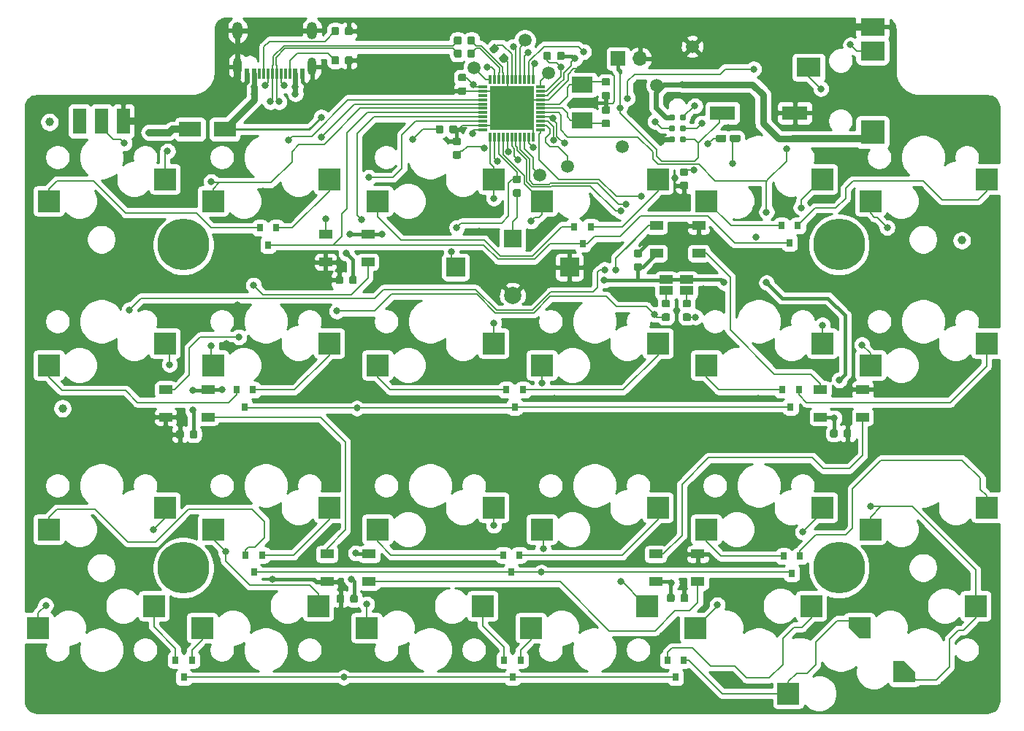
<source format=gbr>
G04 #@! TF.GenerationSoftware,KiCad,Pcbnew,(5.1.2)-2*
G04 #@! TF.CreationDate,2019-10-07T16:48:37+02:00*
G04 #@! TF.ProjectId,vitamins_included,76697461-6d69-46e7-935f-696e636c7564,rev?*
G04 #@! TF.SameCoordinates,Original*
G04 #@! TF.FileFunction,Copper,L2,Bot*
G04 #@! TF.FilePolarity,Positive*
%FSLAX46Y46*%
G04 Gerber Fmt 4.6, Leading zero omitted, Abs format (unit mm)*
G04 Created by KiCad (PCBNEW (5.1.2)-2) date 2019-10-07 16:48:37*
%MOMM*%
%LPD*%
G04 APERTURE LIST*
%ADD10R,0.800000X0.900000*%
%ADD11C,0.100000*%
%ADD12C,0.875000*%
%ADD13R,1.500000X1.000000*%
%ADD14R,2.550000X2.500000*%
%ADD15C,0.787400*%
%ADD16R,1.500000X3.000000*%
%ADD17C,1.500000*%
%ADD18C,0.850000*%
%ADD19R,0.299720X0.998220*%
%ADD20R,0.998220X0.299720*%
%ADD21R,5.080000X5.080000*%
%ADD22R,3.000000X1.600000*%
%ADD23C,6.000000*%
%ADD24C,1.000000*%
%ADD25R,1.700000X1.700000*%
%ADD26O,1.700000X1.700000*%
%ADD27R,2.400000X1.900000*%
%ADD28O,1.000000X2.100000*%
%ADD29O,1.200000X2.000000*%
%ADD30R,0.300000X1.160000*%
%ADD31R,0.600000X1.160000*%
%ADD32R,2.800000X2.000000*%
%ADD33R,2.800000X2.200000*%
%ADD34R,2.800000X2.800000*%
%ADD35R,2.200000X2.200000*%
%ADD36R,2.000000X2.000000*%
%ADD37C,2.000000*%
%ADD38R,2.500000X1.800000*%
%ADD39C,0.800000*%
%ADD40C,0.152400*%
%ADD41C,0.200000*%
%ADD42C,0.203200*%
%ADD43C,0.400000*%
%ADD44C,0.609600*%
%ADD45C,0.812800*%
%ADD46C,0.600000*%
%ADD47C,0.800000*%
%ADD48C,0.254000*%
G04 APERTURE END LIST*
D10*
X88450000Y-43838000D03*
X90350000Y-43838000D03*
X89400000Y-45838000D03*
D11*
G36*
X50977691Y-14576053D02*
G01*
X50998926Y-14579203D01*
X51019750Y-14584419D01*
X51039962Y-14591651D01*
X51059368Y-14600830D01*
X51077781Y-14611866D01*
X51095024Y-14624654D01*
X51110930Y-14639070D01*
X51125346Y-14654976D01*
X51138134Y-14672219D01*
X51149170Y-14690632D01*
X51158349Y-14710038D01*
X51165581Y-14730250D01*
X51170797Y-14751074D01*
X51173947Y-14772309D01*
X51175000Y-14793750D01*
X51175000Y-15231250D01*
X51173947Y-15252691D01*
X51170797Y-15273926D01*
X51165581Y-15294750D01*
X51158349Y-15314962D01*
X51149170Y-15334368D01*
X51138134Y-15352781D01*
X51125346Y-15370024D01*
X51110930Y-15385930D01*
X51095024Y-15400346D01*
X51077781Y-15413134D01*
X51059368Y-15424170D01*
X51039962Y-15433349D01*
X51019750Y-15440581D01*
X50998926Y-15445797D01*
X50977691Y-15448947D01*
X50956250Y-15450000D01*
X50443750Y-15450000D01*
X50422309Y-15448947D01*
X50401074Y-15445797D01*
X50380250Y-15440581D01*
X50360038Y-15433349D01*
X50340632Y-15424170D01*
X50322219Y-15413134D01*
X50304976Y-15400346D01*
X50289070Y-15385930D01*
X50274654Y-15370024D01*
X50261866Y-15352781D01*
X50250830Y-15334368D01*
X50241651Y-15314962D01*
X50234419Y-15294750D01*
X50229203Y-15273926D01*
X50226053Y-15252691D01*
X50225000Y-15231250D01*
X50225000Y-14793750D01*
X50226053Y-14772309D01*
X50229203Y-14751074D01*
X50234419Y-14730250D01*
X50241651Y-14710038D01*
X50250830Y-14690632D01*
X50261866Y-14672219D01*
X50274654Y-14654976D01*
X50289070Y-14639070D01*
X50304976Y-14624654D01*
X50322219Y-14611866D01*
X50340632Y-14600830D01*
X50360038Y-14591651D01*
X50380250Y-14584419D01*
X50401074Y-14579203D01*
X50422309Y-14576053D01*
X50443750Y-14575000D01*
X50956250Y-14575000D01*
X50977691Y-14576053D01*
X50977691Y-14576053D01*
G37*
D12*
X50700000Y-15012500D03*
D11*
G36*
X50977691Y-16151053D02*
G01*
X50998926Y-16154203D01*
X51019750Y-16159419D01*
X51039962Y-16166651D01*
X51059368Y-16175830D01*
X51077781Y-16186866D01*
X51095024Y-16199654D01*
X51110930Y-16214070D01*
X51125346Y-16229976D01*
X51138134Y-16247219D01*
X51149170Y-16265632D01*
X51158349Y-16285038D01*
X51165581Y-16305250D01*
X51170797Y-16326074D01*
X51173947Y-16347309D01*
X51175000Y-16368750D01*
X51175000Y-16806250D01*
X51173947Y-16827691D01*
X51170797Y-16848926D01*
X51165581Y-16869750D01*
X51158349Y-16889962D01*
X51149170Y-16909368D01*
X51138134Y-16927781D01*
X51125346Y-16945024D01*
X51110930Y-16960930D01*
X51095024Y-16975346D01*
X51077781Y-16988134D01*
X51059368Y-16999170D01*
X51039962Y-17008349D01*
X51019750Y-17015581D01*
X50998926Y-17020797D01*
X50977691Y-17023947D01*
X50956250Y-17025000D01*
X50443750Y-17025000D01*
X50422309Y-17023947D01*
X50401074Y-17020797D01*
X50380250Y-17015581D01*
X50360038Y-17008349D01*
X50340632Y-16999170D01*
X50322219Y-16988134D01*
X50304976Y-16975346D01*
X50289070Y-16960930D01*
X50274654Y-16945024D01*
X50261866Y-16927781D01*
X50250830Y-16909368D01*
X50241651Y-16889962D01*
X50234419Y-16869750D01*
X50229203Y-16848926D01*
X50226053Y-16827691D01*
X50225000Y-16806250D01*
X50225000Y-16368750D01*
X50226053Y-16347309D01*
X50229203Y-16326074D01*
X50234419Y-16305250D01*
X50241651Y-16285038D01*
X50250830Y-16265632D01*
X50261866Y-16247219D01*
X50274654Y-16229976D01*
X50289070Y-16214070D01*
X50304976Y-16199654D01*
X50322219Y-16186866D01*
X50340632Y-16175830D01*
X50360038Y-16166651D01*
X50380250Y-16159419D01*
X50401074Y-16154203D01*
X50422309Y-16151053D01*
X50443750Y-16150000D01*
X50956250Y-16150000D01*
X50977691Y-16151053D01*
X50977691Y-16151053D01*
G37*
D12*
X50700000Y-16587500D03*
D13*
X21850000Y-43800000D03*
X21850000Y-47000000D03*
X16950000Y-43800000D03*
X16950000Y-47000000D03*
D14*
X35910000Y-57490000D03*
X22460000Y-60030000D03*
D10*
X26100000Y-45838000D03*
X27050000Y-43838000D03*
X25150000Y-43838000D03*
D11*
G36*
X68277691Y-9251053D02*
G01*
X68298926Y-9254203D01*
X68319750Y-9259419D01*
X68339962Y-9266651D01*
X68359368Y-9275830D01*
X68377781Y-9286866D01*
X68395024Y-9299654D01*
X68410930Y-9314070D01*
X68425346Y-9329976D01*
X68438134Y-9347219D01*
X68449170Y-9365632D01*
X68458349Y-9385038D01*
X68465581Y-9405250D01*
X68470797Y-9426074D01*
X68473947Y-9447309D01*
X68475000Y-9468750D01*
X68475000Y-9906250D01*
X68473947Y-9927691D01*
X68470797Y-9948926D01*
X68465581Y-9969750D01*
X68458349Y-9989962D01*
X68449170Y-10009368D01*
X68438134Y-10027781D01*
X68425346Y-10045024D01*
X68410930Y-10060930D01*
X68395024Y-10075346D01*
X68377781Y-10088134D01*
X68359368Y-10099170D01*
X68339962Y-10108349D01*
X68319750Y-10115581D01*
X68298926Y-10120797D01*
X68277691Y-10123947D01*
X68256250Y-10125000D01*
X67743750Y-10125000D01*
X67722309Y-10123947D01*
X67701074Y-10120797D01*
X67680250Y-10115581D01*
X67660038Y-10108349D01*
X67640632Y-10099170D01*
X67622219Y-10088134D01*
X67604976Y-10075346D01*
X67589070Y-10060930D01*
X67574654Y-10045024D01*
X67561866Y-10027781D01*
X67550830Y-10009368D01*
X67541651Y-9989962D01*
X67534419Y-9969750D01*
X67529203Y-9948926D01*
X67526053Y-9927691D01*
X67525000Y-9906250D01*
X67525000Y-9468750D01*
X67526053Y-9447309D01*
X67529203Y-9426074D01*
X67534419Y-9405250D01*
X67541651Y-9385038D01*
X67550830Y-9365632D01*
X67561866Y-9347219D01*
X67574654Y-9329976D01*
X67589070Y-9314070D01*
X67604976Y-9299654D01*
X67622219Y-9286866D01*
X67640632Y-9275830D01*
X67660038Y-9266651D01*
X67680250Y-9259419D01*
X67701074Y-9254203D01*
X67722309Y-9251053D01*
X67743750Y-9250000D01*
X68256250Y-9250000D01*
X68277691Y-9251053D01*
X68277691Y-9251053D01*
G37*
D12*
X68000000Y-9687500D03*
D11*
G36*
X68277691Y-7676053D02*
G01*
X68298926Y-7679203D01*
X68319750Y-7684419D01*
X68339962Y-7691651D01*
X68359368Y-7700830D01*
X68377781Y-7711866D01*
X68395024Y-7724654D01*
X68410930Y-7739070D01*
X68425346Y-7754976D01*
X68438134Y-7772219D01*
X68449170Y-7790632D01*
X68458349Y-7810038D01*
X68465581Y-7830250D01*
X68470797Y-7851074D01*
X68473947Y-7872309D01*
X68475000Y-7893750D01*
X68475000Y-8331250D01*
X68473947Y-8352691D01*
X68470797Y-8373926D01*
X68465581Y-8394750D01*
X68458349Y-8414962D01*
X68449170Y-8434368D01*
X68438134Y-8452781D01*
X68425346Y-8470024D01*
X68410930Y-8485930D01*
X68395024Y-8500346D01*
X68377781Y-8513134D01*
X68359368Y-8524170D01*
X68339962Y-8533349D01*
X68319750Y-8540581D01*
X68298926Y-8545797D01*
X68277691Y-8548947D01*
X68256250Y-8550000D01*
X67743750Y-8550000D01*
X67722309Y-8548947D01*
X67701074Y-8545797D01*
X67680250Y-8540581D01*
X67660038Y-8533349D01*
X67640632Y-8524170D01*
X67622219Y-8513134D01*
X67604976Y-8500346D01*
X67589070Y-8485930D01*
X67574654Y-8470024D01*
X67561866Y-8452781D01*
X67550830Y-8434368D01*
X67541651Y-8414962D01*
X67534419Y-8394750D01*
X67529203Y-8373926D01*
X67526053Y-8352691D01*
X67525000Y-8331250D01*
X67525000Y-7893750D01*
X67526053Y-7872309D01*
X67529203Y-7851074D01*
X67534419Y-7830250D01*
X67541651Y-7810038D01*
X67550830Y-7790632D01*
X67561866Y-7772219D01*
X67574654Y-7754976D01*
X67589070Y-7739070D01*
X67604976Y-7724654D01*
X67622219Y-7711866D01*
X67640632Y-7700830D01*
X67660038Y-7691651D01*
X67680250Y-7684419D01*
X67701074Y-7679203D01*
X67722309Y-7676053D01*
X67743750Y-7675000D01*
X68256250Y-7675000D01*
X68277691Y-7676053D01*
X68277691Y-7676053D01*
G37*
D12*
X68000000Y-8112500D03*
D15*
X75615000Y-14770000D03*
X76885000Y-14770000D03*
X75615000Y-13500000D03*
X76885000Y-13500000D03*
X75615000Y-12230000D03*
X76885000Y-12230000D03*
D11*
G36*
X38915191Y-30626053D02*
G01*
X38936426Y-30629203D01*
X38957250Y-30634419D01*
X38977462Y-30641651D01*
X38996868Y-30650830D01*
X39015281Y-30661866D01*
X39032524Y-30674654D01*
X39048430Y-30689070D01*
X39062846Y-30704976D01*
X39075634Y-30722219D01*
X39086670Y-30740632D01*
X39095849Y-30760038D01*
X39103081Y-30780250D01*
X39108297Y-30801074D01*
X39111447Y-30822309D01*
X39112500Y-30843750D01*
X39112500Y-31356250D01*
X39111447Y-31377691D01*
X39108297Y-31398926D01*
X39103081Y-31419750D01*
X39095849Y-31439962D01*
X39086670Y-31459368D01*
X39075634Y-31477781D01*
X39062846Y-31495024D01*
X39048430Y-31510930D01*
X39032524Y-31525346D01*
X39015281Y-31538134D01*
X38996868Y-31549170D01*
X38977462Y-31558349D01*
X38957250Y-31565581D01*
X38936426Y-31570797D01*
X38915191Y-31573947D01*
X38893750Y-31575000D01*
X38456250Y-31575000D01*
X38434809Y-31573947D01*
X38413574Y-31570797D01*
X38392750Y-31565581D01*
X38372538Y-31558349D01*
X38353132Y-31549170D01*
X38334719Y-31538134D01*
X38317476Y-31525346D01*
X38301570Y-31510930D01*
X38287154Y-31495024D01*
X38274366Y-31477781D01*
X38263330Y-31459368D01*
X38254151Y-31439962D01*
X38246919Y-31419750D01*
X38241703Y-31398926D01*
X38238553Y-31377691D01*
X38237500Y-31356250D01*
X38237500Y-30843750D01*
X38238553Y-30822309D01*
X38241703Y-30801074D01*
X38246919Y-30780250D01*
X38254151Y-30760038D01*
X38263330Y-30740632D01*
X38274366Y-30722219D01*
X38287154Y-30704976D01*
X38301570Y-30689070D01*
X38317476Y-30674654D01*
X38334719Y-30661866D01*
X38353132Y-30650830D01*
X38372538Y-30641651D01*
X38392750Y-30634419D01*
X38413574Y-30629203D01*
X38434809Y-30626053D01*
X38456250Y-30625000D01*
X38893750Y-30625000D01*
X38915191Y-30626053D01*
X38915191Y-30626053D01*
G37*
D12*
X38675000Y-31100000D03*
D11*
G36*
X37340191Y-30626053D02*
G01*
X37361426Y-30629203D01*
X37382250Y-30634419D01*
X37402462Y-30641651D01*
X37421868Y-30650830D01*
X37440281Y-30661866D01*
X37457524Y-30674654D01*
X37473430Y-30689070D01*
X37487846Y-30704976D01*
X37500634Y-30722219D01*
X37511670Y-30740632D01*
X37520849Y-30760038D01*
X37528081Y-30780250D01*
X37533297Y-30801074D01*
X37536447Y-30822309D01*
X37537500Y-30843750D01*
X37537500Y-31356250D01*
X37536447Y-31377691D01*
X37533297Y-31398926D01*
X37528081Y-31419750D01*
X37520849Y-31439962D01*
X37511670Y-31459368D01*
X37500634Y-31477781D01*
X37487846Y-31495024D01*
X37473430Y-31510930D01*
X37457524Y-31525346D01*
X37440281Y-31538134D01*
X37421868Y-31549170D01*
X37402462Y-31558349D01*
X37382250Y-31565581D01*
X37361426Y-31570797D01*
X37340191Y-31573947D01*
X37318750Y-31575000D01*
X36881250Y-31575000D01*
X36859809Y-31573947D01*
X36838574Y-31570797D01*
X36817750Y-31565581D01*
X36797538Y-31558349D01*
X36778132Y-31549170D01*
X36759719Y-31538134D01*
X36742476Y-31525346D01*
X36726570Y-31510930D01*
X36712154Y-31495024D01*
X36699366Y-31477781D01*
X36688330Y-31459368D01*
X36679151Y-31439962D01*
X36671919Y-31419750D01*
X36666703Y-31398926D01*
X36663553Y-31377691D01*
X36662500Y-31356250D01*
X36662500Y-30843750D01*
X36663553Y-30822309D01*
X36666703Y-30801074D01*
X36671919Y-30780250D01*
X36679151Y-30760038D01*
X36688330Y-30740632D01*
X36699366Y-30722219D01*
X36712154Y-30704976D01*
X36726570Y-30689070D01*
X36742476Y-30674654D01*
X36759719Y-30661866D01*
X36778132Y-30650830D01*
X36797538Y-30641651D01*
X36817750Y-30634419D01*
X36838574Y-30629203D01*
X36859809Y-30626053D01*
X36881250Y-30625000D01*
X37318750Y-30625000D01*
X37340191Y-30626053D01*
X37340191Y-30626053D01*
G37*
D12*
X37100000Y-31100000D03*
D16*
X6960000Y-12658000D03*
X9500000Y-12658000D03*
X12040000Y-12658000D03*
D14*
X59290000Y-71460000D03*
X72740000Y-68920000D03*
X93060000Y-57490000D03*
X79610000Y-60030000D03*
D10*
X57026000Y-65015000D03*
X57976000Y-63015000D03*
X56076000Y-63015000D03*
X89538000Y-65142000D03*
X90488000Y-63142000D03*
X88588000Y-63142000D03*
D14*
X54960000Y-38440000D03*
X41510000Y-40980000D03*
D13*
X73750000Y-66100000D03*
X73750000Y-62900000D03*
X78650000Y-66100000D03*
X78650000Y-62900000D03*
D10*
X18103000Y-75207000D03*
X20003000Y-75207000D03*
X19053000Y-77207000D03*
D11*
G36*
X75224191Y-34967053D02*
G01*
X75245426Y-34970203D01*
X75266250Y-34975419D01*
X75286462Y-34982651D01*
X75305868Y-34991830D01*
X75324281Y-35002866D01*
X75341524Y-35015654D01*
X75357430Y-35030070D01*
X75371846Y-35045976D01*
X75384634Y-35063219D01*
X75395670Y-35081632D01*
X75404849Y-35101038D01*
X75412081Y-35121250D01*
X75417297Y-35142074D01*
X75420447Y-35163309D01*
X75421500Y-35184750D01*
X75421500Y-35622250D01*
X75420447Y-35643691D01*
X75417297Y-35664926D01*
X75412081Y-35685750D01*
X75404849Y-35705962D01*
X75395670Y-35725368D01*
X75384634Y-35743781D01*
X75371846Y-35761024D01*
X75357430Y-35776930D01*
X75341524Y-35791346D01*
X75324281Y-35804134D01*
X75305868Y-35815170D01*
X75286462Y-35824349D01*
X75266250Y-35831581D01*
X75245426Y-35836797D01*
X75224191Y-35839947D01*
X75202750Y-35841000D01*
X74690250Y-35841000D01*
X74668809Y-35839947D01*
X74647574Y-35836797D01*
X74626750Y-35831581D01*
X74606538Y-35824349D01*
X74587132Y-35815170D01*
X74568719Y-35804134D01*
X74551476Y-35791346D01*
X74535570Y-35776930D01*
X74521154Y-35761024D01*
X74508366Y-35743781D01*
X74497330Y-35725368D01*
X74488151Y-35705962D01*
X74480919Y-35685750D01*
X74475703Y-35664926D01*
X74472553Y-35643691D01*
X74471500Y-35622250D01*
X74471500Y-35184750D01*
X74472553Y-35163309D01*
X74475703Y-35142074D01*
X74480919Y-35121250D01*
X74488151Y-35101038D01*
X74497330Y-35081632D01*
X74508366Y-35063219D01*
X74521154Y-35045976D01*
X74535570Y-35030070D01*
X74551476Y-35015654D01*
X74568719Y-35002866D01*
X74587132Y-34991830D01*
X74606538Y-34982651D01*
X74626750Y-34975419D01*
X74647574Y-34970203D01*
X74668809Y-34967053D01*
X74690250Y-34966000D01*
X75202750Y-34966000D01*
X75224191Y-34967053D01*
X75224191Y-34967053D01*
G37*
D12*
X74946500Y-35403500D03*
D11*
G36*
X75224191Y-33392053D02*
G01*
X75245426Y-33395203D01*
X75266250Y-33400419D01*
X75286462Y-33407651D01*
X75305868Y-33416830D01*
X75324281Y-33427866D01*
X75341524Y-33440654D01*
X75357430Y-33455070D01*
X75371846Y-33470976D01*
X75384634Y-33488219D01*
X75395670Y-33506632D01*
X75404849Y-33526038D01*
X75412081Y-33546250D01*
X75417297Y-33567074D01*
X75420447Y-33588309D01*
X75421500Y-33609750D01*
X75421500Y-34047250D01*
X75420447Y-34068691D01*
X75417297Y-34089926D01*
X75412081Y-34110750D01*
X75404849Y-34130962D01*
X75395670Y-34150368D01*
X75384634Y-34168781D01*
X75371846Y-34186024D01*
X75357430Y-34201930D01*
X75341524Y-34216346D01*
X75324281Y-34229134D01*
X75305868Y-34240170D01*
X75286462Y-34249349D01*
X75266250Y-34256581D01*
X75245426Y-34261797D01*
X75224191Y-34264947D01*
X75202750Y-34266000D01*
X74690250Y-34266000D01*
X74668809Y-34264947D01*
X74647574Y-34261797D01*
X74626750Y-34256581D01*
X74606538Y-34249349D01*
X74587132Y-34240170D01*
X74568719Y-34229134D01*
X74551476Y-34216346D01*
X74535570Y-34201930D01*
X74521154Y-34186024D01*
X74508366Y-34168781D01*
X74497330Y-34150368D01*
X74488151Y-34130962D01*
X74480919Y-34110750D01*
X74475703Y-34089926D01*
X74472553Y-34068691D01*
X74471500Y-34047250D01*
X74471500Y-33609750D01*
X74472553Y-33588309D01*
X74475703Y-33567074D01*
X74480919Y-33546250D01*
X74488151Y-33526038D01*
X74497330Y-33506632D01*
X74508366Y-33488219D01*
X74521154Y-33470976D01*
X74535570Y-33455070D01*
X74551476Y-33440654D01*
X74568719Y-33427866D01*
X74587132Y-33416830D01*
X74606538Y-33407651D01*
X74626750Y-33400419D01*
X74647574Y-33395203D01*
X74668809Y-33392053D01*
X74690250Y-33391000D01*
X75202750Y-33391000D01*
X75224191Y-33392053D01*
X75224191Y-33392053D01*
G37*
D12*
X74946500Y-33828500D03*
D17*
X61300000Y-7100000D03*
D14*
X16860000Y-19390000D03*
X3410000Y-21930000D03*
X21190000Y-71460000D03*
X34640000Y-68920000D03*
D11*
G36*
X81758329Y-14226023D02*
G01*
X81778957Y-14229083D01*
X81799185Y-14234150D01*
X81818820Y-14241176D01*
X81837672Y-14250092D01*
X81855559Y-14260813D01*
X81872309Y-14273235D01*
X81887760Y-14287240D01*
X81901765Y-14302691D01*
X81914187Y-14319441D01*
X81924908Y-14337328D01*
X81933824Y-14356180D01*
X81940850Y-14375815D01*
X81945917Y-14396043D01*
X81948977Y-14416671D01*
X81950000Y-14437500D01*
X81950000Y-14862500D01*
X81948977Y-14883329D01*
X81945917Y-14903957D01*
X81940850Y-14924185D01*
X81933824Y-14943820D01*
X81924908Y-14962672D01*
X81914187Y-14980559D01*
X81901765Y-14997309D01*
X81887760Y-15012760D01*
X81872309Y-15026765D01*
X81855559Y-15039187D01*
X81837672Y-15049908D01*
X81818820Y-15058824D01*
X81799185Y-15065850D01*
X81778957Y-15070917D01*
X81758329Y-15073977D01*
X81737500Y-15075000D01*
X80937500Y-15075000D01*
X80916671Y-15073977D01*
X80896043Y-15070917D01*
X80875815Y-15065850D01*
X80856180Y-15058824D01*
X80837328Y-15049908D01*
X80819441Y-15039187D01*
X80802691Y-15026765D01*
X80787240Y-15012760D01*
X80773235Y-14997309D01*
X80760813Y-14980559D01*
X80750092Y-14962672D01*
X80741176Y-14943820D01*
X80734150Y-14924185D01*
X80729083Y-14903957D01*
X80726023Y-14883329D01*
X80725000Y-14862500D01*
X80725000Y-14437500D01*
X80726023Y-14416671D01*
X80729083Y-14396043D01*
X80734150Y-14375815D01*
X80741176Y-14356180D01*
X80750092Y-14337328D01*
X80760813Y-14319441D01*
X80773235Y-14302691D01*
X80787240Y-14287240D01*
X80802691Y-14273235D01*
X80819441Y-14260813D01*
X80837328Y-14250092D01*
X80856180Y-14241176D01*
X80875815Y-14234150D01*
X80896043Y-14229083D01*
X80916671Y-14226023D01*
X80937500Y-14225000D01*
X81737500Y-14225000D01*
X81758329Y-14226023D01*
X81758329Y-14226023D01*
G37*
D18*
X81337500Y-14650000D03*
D11*
G36*
X83383329Y-14226023D02*
G01*
X83403957Y-14229083D01*
X83424185Y-14234150D01*
X83443820Y-14241176D01*
X83462672Y-14250092D01*
X83480559Y-14260813D01*
X83497309Y-14273235D01*
X83512760Y-14287240D01*
X83526765Y-14302691D01*
X83539187Y-14319441D01*
X83549908Y-14337328D01*
X83558824Y-14356180D01*
X83565850Y-14375815D01*
X83570917Y-14396043D01*
X83573977Y-14416671D01*
X83575000Y-14437500D01*
X83575000Y-14862500D01*
X83573977Y-14883329D01*
X83570917Y-14903957D01*
X83565850Y-14924185D01*
X83558824Y-14943820D01*
X83549908Y-14962672D01*
X83539187Y-14980559D01*
X83526765Y-14997309D01*
X83512760Y-15012760D01*
X83497309Y-15026765D01*
X83480559Y-15039187D01*
X83462672Y-15049908D01*
X83443820Y-15058824D01*
X83424185Y-15065850D01*
X83403957Y-15070917D01*
X83383329Y-15073977D01*
X83362500Y-15075000D01*
X82562500Y-15075000D01*
X82541671Y-15073977D01*
X82521043Y-15070917D01*
X82500815Y-15065850D01*
X82481180Y-15058824D01*
X82462328Y-15049908D01*
X82444441Y-15039187D01*
X82427691Y-15026765D01*
X82412240Y-15012760D01*
X82398235Y-14997309D01*
X82385813Y-14980559D01*
X82375092Y-14962672D01*
X82366176Y-14943820D01*
X82359150Y-14924185D01*
X82354083Y-14903957D01*
X82351023Y-14883329D01*
X82350000Y-14862500D01*
X82350000Y-14437500D01*
X82351023Y-14416671D01*
X82354083Y-14396043D01*
X82359150Y-14375815D01*
X82366176Y-14356180D01*
X82375092Y-14337328D01*
X82385813Y-14319441D01*
X82398235Y-14302691D01*
X82412240Y-14287240D01*
X82427691Y-14273235D01*
X82444441Y-14260813D01*
X82462328Y-14250092D01*
X82481180Y-14241176D01*
X82500815Y-14234150D01*
X82521043Y-14229083D01*
X82541671Y-14226023D01*
X82562500Y-14225000D01*
X83362500Y-14225000D01*
X83383329Y-14226023D01*
X83383329Y-14226023D01*
G37*
D18*
X82962500Y-14650000D03*
D14*
X54960000Y-57490000D03*
X41510000Y-60030000D03*
D19*
X54568158Y-7825280D03*
X55068538Y-7825280D03*
X55568918Y-7825280D03*
X56069298Y-7825280D03*
X56569678Y-7825280D03*
X57067518Y-7825280D03*
X57565358Y-7825280D03*
X58065738Y-7825280D03*
X58566118Y-7825280D03*
X59066498Y-7825280D03*
X59566878Y-7825280D03*
D20*
X60415238Y-8673640D03*
X60415238Y-9174020D03*
X60415238Y-9674400D03*
X60415238Y-10174780D03*
X60415238Y-10675160D03*
X60415238Y-11173000D03*
X60415238Y-11670840D03*
X60415238Y-12171220D03*
X60415238Y-12671600D03*
X60415238Y-13171980D03*
X60415238Y-13672360D03*
D19*
X59566878Y-14520720D03*
X59066498Y-14520720D03*
X58566118Y-14520720D03*
X58065738Y-14520720D03*
X57565358Y-14520720D03*
X57067518Y-14520720D03*
X56569678Y-14520720D03*
X56069298Y-14520720D03*
X55568918Y-14520720D03*
X55068538Y-14520720D03*
X54568158Y-14520720D03*
D20*
X53719798Y-13672360D03*
X53719798Y-13171980D03*
X53719798Y-12671600D03*
X53719798Y-12171220D03*
X53719798Y-11670840D03*
X53719798Y-11173000D03*
X53719798Y-10675160D03*
X53719798Y-10174780D03*
X53719798Y-9674400D03*
X53719798Y-9174020D03*
X53719798Y-8673640D03*
D21*
X57067518Y-11173000D03*
D11*
G36*
X71977691Y-27576053D02*
G01*
X71998926Y-27579203D01*
X72019750Y-27584419D01*
X72039962Y-27591651D01*
X72059368Y-27600830D01*
X72077781Y-27611866D01*
X72095024Y-27624654D01*
X72110930Y-27639070D01*
X72125346Y-27654976D01*
X72138134Y-27672219D01*
X72149170Y-27690632D01*
X72158349Y-27710038D01*
X72165581Y-27730250D01*
X72170797Y-27751074D01*
X72173947Y-27772309D01*
X72175000Y-27793750D01*
X72175000Y-28231250D01*
X72173947Y-28252691D01*
X72170797Y-28273926D01*
X72165581Y-28294750D01*
X72158349Y-28314962D01*
X72149170Y-28334368D01*
X72138134Y-28352781D01*
X72125346Y-28370024D01*
X72110930Y-28385930D01*
X72095024Y-28400346D01*
X72077781Y-28413134D01*
X72059368Y-28424170D01*
X72039962Y-28433349D01*
X72019750Y-28440581D01*
X71998926Y-28445797D01*
X71977691Y-28448947D01*
X71956250Y-28450000D01*
X71443750Y-28450000D01*
X71422309Y-28448947D01*
X71401074Y-28445797D01*
X71380250Y-28440581D01*
X71360038Y-28433349D01*
X71340632Y-28424170D01*
X71322219Y-28413134D01*
X71304976Y-28400346D01*
X71289070Y-28385930D01*
X71274654Y-28370024D01*
X71261866Y-28352781D01*
X71250830Y-28334368D01*
X71241651Y-28314962D01*
X71234419Y-28294750D01*
X71229203Y-28273926D01*
X71226053Y-28252691D01*
X71225000Y-28231250D01*
X71225000Y-27793750D01*
X71226053Y-27772309D01*
X71229203Y-27751074D01*
X71234419Y-27730250D01*
X71241651Y-27710038D01*
X71250830Y-27690632D01*
X71261866Y-27672219D01*
X71274654Y-27654976D01*
X71289070Y-27639070D01*
X71304976Y-27624654D01*
X71322219Y-27611866D01*
X71340632Y-27600830D01*
X71360038Y-27591651D01*
X71380250Y-27584419D01*
X71401074Y-27579203D01*
X71422309Y-27576053D01*
X71443750Y-27575000D01*
X71956250Y-27575000D01*
X71977691Y-27576053D01*
X71977691Y-27576053D01*
G37*
D12*
X71700000Y-28012500D03*
D11*
G36*
X71977691Y-29151053D02*
G01*
X71998926Y-29154203D01*
X72019750Y-29159419D01*
X72039962Y-29166651D01*
X72059368Y-29175830D01*
X72077781Y-29186866D01*
X72095024Y-29199654D01*
X72110930Y-29214070D01*
X72125346Y-29229976D01*
X72138134Y-29247219D01*
X72149170Y-29265632D01*
X72158349Y-29285038D01*
X72165581Y-29305250D01*
X72170797Y-29326074D01*
X72173947Y-29347309D01*
X72175000Y-29368750D01*
X72175000Y-29806250D01*
X72173947Y-29827691D01*
X72170797Y-29848926D01*
X72165581Y-29869750D01*
X72158349Y-29889962D01*
X72149170Y-29909368D01*
X72138134Y-29927781D01*
X72125346Y-29945024D01*
X72110930Y-29960930D01*
X72095024Y-29975346D01*
X72077781Y-29988134D01*
X72059368Y-29999170D01*
X72039962Y-30008349D01*
X72019750Y-30015581D01*
X71998926Y-30020797D01*
X71977691Y-30023947D01*
X71956250Y-30025000D01*
X71443750Y-30025000D01*
X71422309Y-30023947D01*
X71401074Y-30020797D01*
X71380250Y-30015581D01*
X71360038Y-30008349D01*
X71340632Y-29999170D01*
X71322219Y-29988134D01*
X71304976Y-29975346D01*
X71289070Y-29960930D01*
X71274654Y-29945024D01*
X71261866Y-29927781D01*
X71250830Y-29909368D01*
X71241651Y-29889962D01*
X71234419Y-29869750D01*
X71229203Y-29848926D01*
X71226053Y-29827691D01*
X71225000Y-29806250D01*
X71225000Y-29368750D01*
X71226053Y-29347309D01*
X71229203Y-29326074D01*
X71234419Y-29305250D01*
X71241651Y-29285038D01*
X71250830Y-29265632D01*
X71261866Y-29247219D01*
X71274654Y-29229976D01*
X71289070Y-29214070D01*
X71304976Y-29199654D01*
X71322219Y-29186866D01*
X71340632Y-29175830D01*
X71360038Y-29166651D01*
X71380250Y-29159419D01*
X71401074Y-29154203D01*
X71422309Y-29151053D01*
X71443750Y-29150000D01*
X71956250Y-29150000D01*
X71977691Y-29151053D01*
X71977691Y-29151053D01*
G37*
D12*
X71700000Y-29587500D03*
D22*
X81510000Y-11700000D03*
X89890000Y-11700000D03*
D14*
X78340000Y-71460000D03*
X91790000Y-68920000D03*
D13*
X92850000Y-47000000D03*
X92850000Y-43800000D03*
X97750000Y-47000000D03*
X97750000Y-43800000D03*
D10*
X65281000Y-26915000D03*
X66231000Y-24915000D03*
X64331000Y-24915000D03*
D23*
X95000000Y-27000000D03*
D11*
G36*
X77637191Y-34967053D02*
G01*
X77658426Y-34970203D01*
X77679250Y-34975419D01*
X77699462Y-34982651D01*
X77718868Y-34991830D01*
X77737281Y-35002866D01*
X77754524Y-35015654D01*
X77770430Y-35030070D01*
X77784846Y-35045976D01*
X77797634Y-35063219D01*
X77808670Y-35081632D01*
X77817849Y-35101038D01*
X77825081Y-35121250D01*
X77830297Y-35142074D01*
X77833447Y-35163309D01*
X77834500Y-35184750D01*
X77834500Y-35622250D01*
X77833447Y-35643691D01*
X77830297Y-35664926D01*
X77825081Y-35685750D01*
X77817849Y-35705962D01*
X77808670Y-35725368D01*
X77797634Y-35743781D01*
X77784846Y-35761024D01*
X77770430Y-35776930D01*
X77754524Y-35791346D01*
X77737281Y-35804134D01*
X77718868Y-35815170D01*
X77699462Y-35824349D01*
X77679250Y-35831581D01*
X77658426Y-35836797D01*
X77637191Y-35839947D01*
X77615750Y-35841000D01*
X77103250Y-35841000D01*
X77081809Y-35839947D01*
X77060574Y-35836797D01*
X77039750Y-35831581D01*
X77019538Y-35824349D01*
X77000132Y-35815170D01*
X76981719Y-35804134D01*
X76964476Y-35791346D01*
X76948570Y-35776930D01*
X76934154Y-35761024D01*
X76921366Y-35743781D01*
X76910330Y-35725368D01*
X76901151Y-35705962D01*
X76893919Y-35685750D01*
X76888703Y-35664926D01*
X76885553Y-35643691D01*
X76884500Y-35622250D01*
X76884500Y-35184750D01*
X76885553Y-35163309D01*
X76888703Y-35142074D01*
X76893919Y-35121250D01*
X76901151Y-35101038D01*
X76910330Y-35081632D01*
X76921366Y-35063219D01*
X76934154Y-35045976D01*
X76948570Y-35030070D01*
X76964476Y-35015654D01*
X76981719Y-35002866D01*
X77000132Y-34991830D01*
X77019538Y-34982651D01*
X77039750Y-34975419D01*
X77060574Y-34970203D01*
X77081809Y-34967053D01*
X77103250Y-34966000D01*
X77615750Y-34966000D01*
X77637191Y-34967053D01*
X77637191Y-34967053D01*
G37*
D12*
X77359500Y-35403500D03*
D11*
G36*
X77637191Y-33392053D02*
G01*
X77658426Y-33395203D01*
X77679250Y-33400419D01*
X77699462Y-33407651D01*
X77718868Y-33416830D01*
X77737281Y-33427866D01*
X77754524Y-33440654D01*
X77770430Y-33455070D01*
X77784846Y-33470976D01*
X77797634Y-33488219D01*
X77808670Y-33506632D01*
X77817849Y-33526038D01*
X77825081Y-33546250D01*
X77830297Y-33567074D01*
X77833447Y-33588309D01*
X77834500Y-33609750D01*
X77834500Y-34047250D01*
X77833447Y-34068691D01*
X77830297Y-34089926D01*
X77825081Y-34110750D01*
X77817849Y-34130962D01*
X77808670Y-34150368D01*
X77797634Y-34168781D01*
X77784846Y-34186024D01*
X77770430Y-34201930D01*
X77754524Y-34216346D01*
X77737281Y-34229134D01*
X77718868Y-34240170D01*
X77699462Y-34249349D01*
X77679250Y-34256581D01*
X77658426Y-34261797D01*
X77637191Y-34264947D01*
X77615750Y-34266000D01*
X77103250Y-34266000D01*
X77081809Y-34264947D01*
X77060574Y-34261797D01*
X77039750Y-34256581D01*
X77019538Y-34249349D01*
X77000132Y-34240170D01*
X76981719Y-34229134D01*
X76964476Y-34216346D01*
X76948570Y-34201930D01*
X76934154Y-34186024D01*
X76921366Y-34168781D01*
X76910330Y-34150368D01*
X76901151Y-34130962D01*
X76893919Y-34110750D01*
X76888703Y-34089926D01*
X76885553Y-34068691D01*
X76884500Y-34047250D01*
X76884500Y-33609750D01*
X76885553Y-33588309D01*
X76888703Y-33567074D01*
X76893919Y-33546250D01*
X76901151Y-33526038D01*
X76910330Y-33506632D01*
X76921366Y-33488219D01*
X76934154Y-33470976D01*
X76948570Y-33455070D01*
X76964476Y-33440654D01*
X76981719Y-33427866D01*
X77000132Y-33416830D01*
X77019538Y-33407651D01*
X77039750Y-33400419D01*
X77060574Y-33395203D01*
X77081809Y-33392053D01*
X77103250Y-33391000D01*
X77615750Y-33391000D01*
X77637191Y-33392053D01*
X77637191Y-33392053D01*
G37*
D12*
X77359500Y-33828500D03*
D24*
X5000000Y-46000000D03*
D14*
X16860000Y-38440000D03*
X3410000Y-40980000D03*
X35910000Y-38440000D03*
X22460000Y-40980000D03*
D23*
X95000000Y-64500000D03*
D13*
X77359500Y-31063000D03*
X77359500Y-32333000D03*
D14*
X93060000Y-38440000D03*
X79610000Y-40980000D03*
D25*
X69400000Y-5400000D03*
D26*
X71940000Y-5400000D03*
D27*
X65250000Y-12550000D03*
X65250000Y-8450000D03*
D14*
X112110000Y-38440000D03*
X98660000Y-40980000D03*
D23*
X19000000Y-64500000D03*
D11*
G36*
X77327691Y-18126053D02*
G01*
X77348926Y-18129203D01*
X77369750Y-18134419D01*
X77389962Y-18141651D01*
X77409368Y-18150830D01*
X77427781Y-18161866D01*
X77445024Y-18174654D01*
X77460930Y-18189070D01*
X77475346Y-18204976D01*
X77488134Y-18222219D01*
X77499170Y-18240632D01*
X77508349Y-18260038D01*
X77515581Y-18280250D01*
X77520797Y-18301074D01*
X77523947Y-18322309D01*
X77525000Y-18343750D01*
X77525000Y-18781250D01*
X77523947Y-18802691D01*
X77520797Y-18823926D01*
X77515581Y-18844750D01*
X77508349Y-18864962D01*
X77499170Y-18884368D01*
X77488134Y-18902781D01*
X77475346Y-18920024D01*
X77460930Y-18935930D01*
X77445024Y-18950346D01*
X77427781Y-18963134D01*
X77409368Y-18974170D01*
X77389962Y-18983349D01*
X77369750Y-18990581D01*
X77348926Y-18995797D01*
X77327691Y-18998947D01*
X77306250Y-19000000D01*
X76793750Y-19000000D01*
X76772309Y-18998947D01*
X76751074Y-18995797D01*
X76730250Y-18990581D01*
X76710038Y-18983349D01*
X76690632Y-18974170D01*
X76672219Y-18963134D01*
X76654976Y-18950346D01*
X76639070Y-18935930D01*
X76624654Y-18920024D01*
X76611866Y-18902781D01*
X76600830Y-18884368D01*
X76591651Y-18864962D01*
X76584419Y-18844750D01*
X76579203Y-18823926D01*
X76576053Y-18802691D01*
X76575000Y-18781250D01*
X76575000Y-18343750D01*
X76576053Y-18322309D01*
X76579203Y-18301074D01*
X76584419Y-18280250D01*
X76591651Y-18260038D01*
X76600830Y-18240632D01*
X76611866Y-18222219D01*
X76624654Y-18204976D01*
X76639070Y-18189070D01*
X76654976Y-18174654D01*
X76672219Y-18161866D01*
X76690632Y-18150830D01*
X76710038Y-18141651D01*
X76730250Y-18134419D01*
X76751074Y-18129203D01*
X76772309Y-18126053D01*
X76793750Y-18125000D01*
X77306250Y-18125000D01*
X77327691Y-18126053D01*
X77327691Y-18126053D01*
G37*
D12*
X77050000Y-18562500D03*
D11*
G36*
X77327691Y-19701053D02*
G01*
X77348926Y-19704203D01*
X77369750Y-19709419D01*
X77389962Y-19716651D01*
X77409368Y-19725830D01*
X77427781Y-19736866D01*
X77445024Y-19749654D01*
X77460930Y-19764070D01*
X77475346Y-19779976D01*
X77488134Y-19797219D01*
X77499170Y-19815632D01*
X77508349Y-19835038D01*
X77515581Y-19855250D01*
X77520797Y-19876074D01*
X77523947Y-19897309D01*
X77525000Y-19918750D01*
X77525000Y-20356250D01*
X77523947Y-20377691D01*
X77520797Y-20398926D01*
X77515581Y-20419750D01*
X77508349Y-20439962D01*
X77499170Y-20459368D01*
X77488134Y-20477781D01*
X77475346Y-20495024D01*
X77460930Y-20510930D01*
X77445024Y-20525346D01*
X77427781Y-20538134D01*
X77409368Y-20549170D01*
X77389962Y-20558349D01*
X77369750Y-20565581D01*
X77348926Y-20570797D01*
X77327691Y-20573947D01*
X77306250Y-20575000D01*
X76793750Y-20575000D01*
X76772309Y-20573947D01*
X76751074Y-20570797D01*
X76730250Y-20565581D01*
X76710038Y-20558349D01*
X76690632Y-20549170D01*
X76672219Y-20538134D01*
X76654976Y-20525346D01*
X76639070Y-20510930D01*
X76624654Y-20495024D01*
X76611866Y-20477781D01*
X76600830Y-20459368D01*
X76591651Y-20439962D01*
X76584419Y-20419750D01*
X76579203Y-20398926D01*
X76576053Y-20377691D01*
X76575000Y-20356250D01*
X76575000Y-19918750D01*
X76576053Y-19897309D01*
X76579203Y-19876074D01*
X76584419Y-19855250D01*
X76591651Y-19835038D01*
X76600830Y-19815632D01*
X76611866Y-19797219D01*
X76624654Y-19779976D01*
X76639070Y-19764070D01*
X76654976Y-19749654D01*
X76672219Y-19736866D01*
X76690632Y-19725830D01*
X76710038Y-19716651D01*
X76730250Y-19709419D01*
X76751074Y-19704203D01*
X76772309Y-19701053D01*
X76793750Y-19700000D01*
X77306250Y-19700000D01*
X77327691Y-19701053D01*
X77327691Y-19701053D01*
G37*
D12*
X77050000Y-20137500D03*
D14*
X40240000Y-71460000D03*
X53690000Y-68920000D03*
X74010000Y-19390000D03*
X60560000Y-21930000D03*
D11*
G36*
X96227691Y-48426053D02*
G01*
X96248926Y-48429203D01*
X96269750Y-48434419D01*
X96289962Y-48441651D01*
X96309368Y-48450830D01*
X96327781Y-48461866D01*
X96345024Y-48474654D01*
X96360930Y-48489070D01*
X96375346Y-48504976D01*
X96388134Y-48522219D01*
X96399170Y-48540632D01*
X96408349Y-48560038D01*
X96415581Y-48580250D01*
X96420797Y-48601074D01*
X96423947Y-48622309D01*
X96425000Y-48643750D01*
X96425000Y-49156250D01*
X96423947Y-49177691D01*
X96420797Y-49198926D01*
X96415581Y-49219750D01*
X96408349Y-49239962D01*
X96399170Y-49259368D01*
X96388134Y-49277781D01*
X96375346Y-49295024D01*
X96360930Y-49310930D01*
X96345024Y-49325346D01*
X96327781Y-49338134D01*
X96309368Y-49349170D01*
X96289962Y-49358349D01*
X96269750Y-49365581D01*
X96248926Y-49370797D01*
X96227691Y-49373947D01*
X96206250Y-49375000D01*
X95768750Y-49375000D01*
X95747309Y-49373947D01*
X95726074Y-49370797D01*
X95705250Y-49365581D01*
X95685038Y-49358349D01*
X95665632Y-49349170D01*
X95647219Y-49338134D01*
X95629976Y-49325346D01*
X95614070Y-49310930D01*
X95599654Y-49295024D01*
X95586866Y-49277781D01*
X95575830Y-49259368D01*
X95566651Y-49239962D01*
X95559419Y-49219750D01*
X95554203Y-49198926D01*
X95551053Y-49177691D01*
X95550000Y-49156250D01*
X95550000Y-48643750D01*
X95551053Y-48622309D01*
X95554203Y-48601074D01*
X95559419Y-48580250D01*
X95566651Y-48560038D01*
X95575830Y-48540632D01*
X95586866Y-48522219D01*
X95599654Y-48504976D01*
X95614070Y-48489070D01*
X95629976Y-48474654D01*
X95647219Y-48461866D01*
X95665632Y-48450830D01*
X95685038Y-48441651D01*
X95705250Y-48434419D01*
X95726074Y-48429203D01*
X95747309Y-48426053D01*
X95768750Y-48425000D01*
X96206250Y-48425000D01*
X96227691Y-48426053D01*
X96227691Y-48426053D01*
G37*
D12*
X95987500Y-48900000D03*
D11*
G36*
X94652691Y-48426053D02*
G01*
X94673926Y-48429203D01*
X94694750Y-48434419D01*
X94714962Y-48441651D01*
X94734368Y-48450830D01*
X94752781Y-48461866D01*
X94770024Y-48474654D01*
X94785930Y-48489070D01*
X94800346Y-48504976D01*
X94813134Y-48522219D01*
X94824170Y-48540632D01*
X94833349Y-48560038D01*
X94840581Y-48580250D01*
X94845797Y-48601074D01*
X94848947Y-48622309D01*
X94850000Y-48643750D01*
X94850000Y-49156250D01*
X94848947Y-49177691D01*
X94845797Y-49198926D01*
X94840581Y-49219750D01*
X94833349Y-49239962D01*
X94824170Y-49259368D01*
X94813134Y-49277781D01*
X94800346Y-49295024D01*
X94785930Y-49310930D01*
X94770024Y-49325346D01*
X94752781Y-49338134D01*
X94734368Y-49349170D01*
X94714962Y-49358349D01*
X94694750Y-49365581D01*
X94673926Y-49370797D01*
X94652691Y-49373947D01*
X94631250Y-49375000D01*
X94193750Y-49375000D01*
X94172309Y-49373947D01*
X94151074Y-49370797D01*
X94130250Y-49365581D01*
X94110038Y-49358349D01*
X94090632Y-49349170D01*
X94072219Y-49338134D01*
X94054976Y-49325346D01*
X94039070Y-49310930D01*
X94024654Y-49295024D01*
X94011866Y-49277781D01*
X94000830Y-49259368D01*
X93991651Y-49239962D01*
X93984419Y-49219750D01*
X93979203Y-49198926D01*
X93976053Y-49177691D01*
X93975000Y-49156250D01*
X93975000Y-48643750D01*
X93976053Y-48622309D01*
X93979203Y-48601074D01*
X93984419Y-48580250D01*
X93991651Y-48560038D01*
X94000830Y-48540632D01*
X94011866Y-48522219D01*
X94024654Y-48504976D01*
X94039070Y-48489070D01*
X94054976Y-48474654D01*
X94072219Y-48461866D01*
X94090632Y-48450830D01*
X94110038Y-48441651D01*
X94130250Y-48434419D01*
X94151074Y-48429203D01*
X94172309Y-48426053D01*
X94193750Y-48425000D01*
X94631250Y-48425000D01*
X94652691Y-48426053D01*
X94652691Y-48426053D01*
G37*
D12*
X94412500Y-48900000D03*
D11*
G36*
X37452691Y-67626053D02*
G01*
X37473926Y-67629203D01*
X37494750Y-67634419D01*
X37514962Y-67641651D01*
X37534368Y-67650830D01*
X37552781Y-67661866D01*
X37570024Y-67674654D01*
X37585930Y-67689070D01*
X37600346Y-67704976D01*
X37613134Y-67722219D01*
X37624170Y-67740632D01*
X37633349Y-67760038D01*
X37640581Y-67780250D01*
X37645797Y-67801074D01*
X37648947Y-67822309D01*
X37650000Y-67843750D01*
X37650000Y-68356250D01*
X37648947Y-68377691D01*
X37645797Y-68398926D01*
X37640581Y-68419750D01*
X37633349Y-68439962D01*
X37624170Y-68459368D01*
X37613134Y-68477781D01*
X37600346Y-68495024D01*
X37585930Y-68510930D01*
X37570024Y-68525346D01*
X37552781Y-68538134D01*
X37534368Y-68549170D01*
X37514962Y-68558349D01*
X37494750Y-68565581D01*
X37473926Y-68570797D01*
X37452691Y-68573947D01*
X37431250Y-68575000D01*
X36993750Y-68575000D01*
X36972309Y-68573947D01*
X36951074Y-68570797D01*
X36930250Y-68565581D01*
X36910038Y-68558349D01*
X36890632Y-68549170D01*
X36872219Y-68538134D01*
X36854976Y-68525346D01*
X36839070Y-68510930D01*
X36824654Y-68495024D01*
X36811866Y-68477781D01*
X36800830Y-68459368D01*
X36791651Y-68439962D01*
X36784419Y-68419750D01*
X36779203Y-68398926D01*
X36776053Y-68377691D01*
X36775000Y-68356250D01*
X36775000Y-67843750D01*
X36776053Y-67822309D01*
X36779203Y-67801074D01*
X36784419Y-67780250D01*
X36791651Y-67760038D01*
X36800830Y-67740632D01*
X36811866Y-67722219D01*
X36824654Y-67704976D01*
X36839070Y-67689070D01*
X36854976Y-67674654D01*
X36872219Y-67661866D01*
X36890632Y-67650830D01*
X36910038Y-67641651D01*
X36930250Y-67634419D01*
X36951074Y-67629203D01*
X36972309Y-67626053D01*
X36993750Y-67625000D01*
X37431250Y-67625000D01*
X37452691Y-67626053D01*
X37452691Y-67626053D01*
G37*
D12*
X37212500Y-68100000D03*
D11*
G36*
X39027691Y-67626053D02*
G01*
X39048926Y-67629203D01*
X39069750Y-67634419D01*
X39089962Y-67641651D01*
X39109368Y-67650830D01*
X39127781Y-67661866D01*
X39145024Y-67674654D01*
X39160930Y-67689070D01*
X39175346Y-67704976D01*
X39188134Y-67722219D01*
X39199170Y-67740632D01*
X39208349Y-67760038D01*
X39215581Y-67780250D01*
X39220797Y-67801074D01*
X39223947Y-67822309D01*
X39225000Y-67843750D01*
X39225000Y-68356250D01*
X39223947Y-68377691D01*
X39220797Y-68398926D01*
X39215581Y-68419750D01*
X39208349Y-68439962D01*
X39199170Y-68459368D01*
X39188134Y-68477781D01*
X39175346Y-68495024D01*
X39160930Y-68510930D01*
X39145024Y-68525346D01*
X39127781Y-68538134D01*
X39109368Y-68549170D01*
X39089962Y-68558349D01*
X39069750Y-68565581D01*
X39048926Y-68570797D01*
X39027691Y-68573947D01*
X39006250Y-68575000D01*
X38568750Y-68575000D01*
X38547309Y-68573947D01*
X38526074Y-68570797D01*
X38505250Y-68565581D01*
X38485038Y-68558349D01*
X38465632Y-68549170D01*
X38447219Y-68538134D01*
X38429976Y-68525346D01*
X38414070Y-68510930D01*
X38399654Y-68495024D01*
X38386866Y-68477781D01*
X38375830Y-68459368D01*
X38366651Y-68439962D01*
X38359419Y-68419750D01*
X38354203Y-68398926D01*
X38351053Y-68377691D01*
X38350000Y-68356250D01*
X38350000Y-67843750D01*
X38351053Y-67822309D01*
X38354203Y-67801074D01*
X38359419Y-67780250D01*
X38366651Y-67760038D01*
X38375830Y-67740632D01*
X38386866Y-67722219D01*
X38399654Y-67704976D01*
X38414070Y-67689070D01*
X38429976Y-67674654D01*
X38447219Y-67661866D01*
X38465632Y-67650830D01*
X38485038Y-67641651D01*
X38505250Y-67634419D01*
X38526074Y-67629203D01*
X38547309Y-67626053D01*
X38568750Y-67625000D01*
X39006250Y-67625000D01*
X39027691Y-67626053D01*
X39027691Y-67626053D01*
G37*
D12*
X38787500Y-68100000D03*
D28*
X25280000Y-6310000D03*
X33920000Y-6310000D03*
D29*
X25280000Y-2140000D03*
X33920000Y-2140000D03*
D30*
X28850000Y-7130000D03*
X29350000Y-7130000D03*
X29850000Y-7130000D03*
X27850000Y-7130000D03*
X28350000Y-7130000D03*
X30850000Y-7130000D03*
X30350000Y-7130000D03*
X31350000Y-7130000D03*
D31*
X27200000Y-7130000D03*
X27200000Y-7130000D03*
X26400000Y-7130000D03*
X26400000Y-7130000D03*
X32000000Y-7130000D03*
X32800000Y-7130000D03*
X32000000Y-7130000D03*
X32800000Y-7130000D03*
D17*
X63500000Y-17900000D03*
D32*
X98892500Y-1728000D03*
D33*
X91492500Y-6428000D03*
X98892500Y-4528000D03*
D34*
X98892500Y-13928000D03*
D13*
X74946500Y-32333000D03*
X74946500Y-31063000D03*
D11*
G36*
X38427691Y-1726053D02*
G01*
X38448926Y-1729203D01*
X38469750Y-1734419D01*
X38489962Y-1741651D01*
X38509368Y-1750830D01*
X38527781Y-1761866D01*
X38545024Y-1774654D01*
X38560930Y-1789070D01*
X38575346Y-1804976D01*
X38588134Y-1822219D01*
X38599170Y-1840632D01*
X38608349Y-1860038D01*
X38615581Y-1880250D01*
X38620797Y-1901074D01*
X38623947Y-1922309D01*
X38625000Y-1943750D01*
X38625000Y-2456250D01*
X38623947Y-2477691D01*
X38620797Y-2498926D01*
X38615581Y-2519750D01*
X38608349Y-2539962D01*
X38599170Y-2559368D01*
X38588134Y-2577781D01*
X38575346Y-2595024D01*
X38560930Y-2610930D01*
X38545024Y-2625346D01*
X38527781Y-2638134D01*
X38509368Y-2649170D01*
X38489962Y-2658349D01*
X38469750Y-2665581D01*
X38448926Y-2670797D01*
X38427691Y-2673947D01*
X38406250Y-2675000D01*
X37968750Y-2675000D01*
X37947309Y-2673947D01*
X37926074Y-2670797D01*
X37905250Y-2665581D01*
X37885038Y-2658349D01*
X37865632Y-2649170D01*
X37847219Y-2638134D01*
X37829976Y-2625346D01*
X37814070Y-2610930D01*
X37799654Y-2595024D01*
X37786866Y-2577781D01*
X37775830Y-2559368D01*
X37766651Y-2539962D01*
X37759419Y-2519750D01*
X37754203Y-2498926D01*
X37751053Y-2477691D01*
X37750000Y-2456250D01*
X37750000Y-1943750D01*
X37751053Y-1922309D01*
X37754203Y-1901074D01*
X37759419Y-1880250D01*
X37766651Y-1860038D01*
X37775830Y-1840632D01*
X37786866Y-1822219D01*
X37799654Y-1804976D01*
X37814070Y-1789070D01*
X37829976Y-1774654D01*
X37847219Y-1761866D01*
X37865632Y-1750830D01*
X37885038Y-1741651D01*
X37905250Y-1734419D01*
X37926074Y-1729203D01*
X37947309Y-1726053D01*
X37968750Y-1725000D01*
X38406250Y-1725000D01*
X38427691Y-1726053D01*
X38427691Y-1726053D01*
G37*
D12*
X38187500Y-2200000D03*
D11*
G36*
X36852691Y-1726053D02*
G01*
X36873926Y-1729203D01*
X36894750Y-1734419D01*
X36914962Y-1741651D01*
X36934368Y-1750830D01*
X36952781Y-1761866D01*
X36970024Y-1774654D01*
X36985930Y-1789070D01*
X37000346Y-1804976D01*
X37013134Y-1822219D01*
X37024170Y-1840632D01*
X37033349Y-1860038D01*
X37040581Y-1880250D01*
X37045797Y-1901074D01*
X37048947Y-1922309D01*
X37050000Y-1943750D01*
X37050000Y-2456250D01*
X37048947Y-2477691D01*
X37045797Y-2498926D01*
X37040581Y-2519750D01*
X37033349Y-2539962D01*
X37024170Y-2559368D01*
X37013134Y-2577781D01*
X37000346Y-2595024D01*
X36985930Y-2610930D01*
X36970024Y-2625346D01*
X36952781Y-2638134D01*
X36934368Y-2649170D01*
X36914962Y-2658349D01*
X36894750Y-2665581D01*
X36873926Y-2670797D01*
X36852691Y-2673947D01*
X36831250Y-2675000D01*
X36393750Y-2675000D01*
X36372309Y-2673947D01*
X36351074Y-2670797D01*
X36330250Y-2665581D01*
X36310038Y-2658349D01*
X36290632Y-2649170D01*
X36272219Y-2638134D01*
X36254976Y-2625346D01*
X36239070Y-2610930D01*
X36224654Y-2595024D01*
X36211866Y-2577781D01*
X36200830Y-2559368D01*
X36191651Y-2539962D01*
X36184419Y-2519750D01*
X36179203Y-2498926D01*
X36176053Y-2477691D01*
X36175000Y-2456250D01*
X36175000Y-1943750D01*
X36176053Y-1922309D01*
X36179203Y-1901074D01*
X36184419Y-1880250D01*
X36191651Y-1860038D01*
X36200830Y-1840632D01*
X36211866Y-1822219D01*
X36224654Y-1804976D01*
X36239070Y-1789070D01*
X36254976Y-1774654D01*
X36272219Y-1761866D01*
X36290632Y-1750830D01*
X36310038Y-1741651D01*
X36330250Y-1734419D01*
X36351074Y-1729203D01*
X36372309Y-1726053D01*
X36393750Y-1725000D01*
X36831250Y-1725000D01*
X36852691Y-1726053D01*
X36852691Y-1726053D01*
G37*
D12*
X36612500Y-2200000D03*
D17*
X58600000Y-3300000D03*
D35*
X50576000Y-29596000D03*
X63776000Y-29596000D03*
D17*
X69900000Y-15600000D03*
X60300000Y-18900000D03*
X52700000Y-6500000D03*
X78000000Y-4000000D03*
X73900000Y-8500000D03*
D11*
G36*
X56204805Y-4803274D02*
G01*
X56226040Y-4806424D01*
X56246864Y-4811640D01*
X56267076Y-4818872D01*
X56286482Y-4828051D01*
X56304895Y-4839087D01*
X56322138Y-4851875D01*
X56338044Y-4866291D01*
X56647403Y-5175650D01*
X56661819Y-5191556D01*
X56674607Y-5208799D01*
X56685643Y-5227212D01*
X56694822Y-5246618D01*
X56702054Y-5266830D01*
X56707270Y-5287654D01*
X56710420Y-5308889D01*
X56711473Y-5330330D01*
X56710420Y-5351771D01*
X56707270Y-5373006D01*
X56702054Y-5393830D01*
X56694822Y-5414042D01*
X56685643Y-5433448D01*
X56674607Y-5451861D01*
X56661819Y-5469104D01*
X56647403Y-5485010D01*
X56285010Y-5847403D01*
X56269104Y-5861819D01*
X56251861Y-5874607D01*
X56233448Y-5885643D01*
X56214042Y-5894822D01*
X56193830Y-5902054D01*
X56173006Y-5907270D01*
X56151771Y-5910420D01*
X56130330Y-5911473D01*
X56108889Y-5910420D01*
X56087654Y-5907270D01*
X56066830Y-5902054D01*
X56046618Y-5894822D01*
X56027212Y-5885643D01*
X56008799Y-5874607D01*
X55991556Y-5861819D01*
X55975650Y-5847403D01*
X55666291Y-5538044D01*
X55651875Y-5522138D01*
X55639087Y-5504895D01*
X55628051Y-5486482D01*
X55618872Y-5467076D01*
X55611640Y-5446864D01*
X55606424Y-5426040D01*
X55603274Y-5404805D01*
X55602221Y-5383364D01*
X55603274Y-5361923D01*
X55606424Y-5340688D01*
X55611640Y-5319864D01*
X55618872Y-5299652D01*
X55628051Y-5280246D01*
X55639087Y-5261833D01*
X55651875Y-5244590D01*
X55666291Y-5228684D01*
X56028684Y-4866291D01*
X56044590Y-4851875D01*
X56061833Y-4839087D01*
X56080246Y-4828051D01*
X56099652Y-4818872D01*
X56119864Y-4811640D01*
X56140688Y-4806424D01*
X56161923Y-4803274D01*
X56183364Y-4802221D01*
X56204805Y-4803274D01*
X56204805Y-4803274D01*
G37*
D12*
X56156847Y-5356847D03*
D11*
G36*
X55091111Y-3689580D02*
G01*
X55112346Y-3692730D01*
X55133170Y-3697946D01*
X55153382Y-3705178D01*
X55172788Y-3714357D01*
X55191201Y-3725393D01*
X55208444Y-3738181D01*
X55224350Y-3752597D01*
X55533709Y-4061956D01*
X55548125Y-4077862D01*
X55560913Y-4095105D01*
X55571949Y-4113518D01*
X55581128Y-4132924D01*
X55588360Y-4153136D01*
X55593576Y-4173960D01*
X55596726Y-4195195D01*
X55597779Y-4216636D01*
X55596726Y-4238077D01*
X55593576Y-4259312D01*
X55588360Y-4280136D01*
X55581128Y-4300348D01*
X55571949Y-4319754D01*
X55560913Y-4338167D01*
X55548125Y-4355410D01*
X55533709Y-4371316D01*
X55171316Y-4733709D01*
X55155410Y-4748125D01*
X55138167Y-4760913D01*
X55119754Y-4771949D01*
X55100348Y-4781128D01*
X55080136Y-4788360D01*
X55059312Y-4793576D01*
X55038077Y-4796726D01*
X55016636Y-4797779D01*
X54995195Y-4796726D01*
X54973960Y-4793576D01*
X54953136Y-4788360D01*
X54932924Y-4781128D01*
X54913518Y-4771949D01*
X54895105Y-4760913D01*
X54877862Y-4748125D01*
X54861956Y-4733709D01*
X54552597Y-4424350D01*
X54538181Y-4408444D01*
X54525393Y-4391201D01*
X54514357Y-4372788D01*
X54505178Y-4353382D01*
X54497946Y-4333170D01*
X54492730Y-4312346D01*
X54489580Y-4291111D01*
X54488527Y-4269670D01*
X54489580Y-4248229D01*
X54492730Y-4226994D01*
X54497946Y-4206170D01*
X54505178Y-4185958D01*
X54514357Y-4166552D01*
X54525393Y-4148139D01*
X54538181Y-4130896D01*
X54552597Y-4114990D01*
X54914990Y-3752597D01*
X54930896Y-3738181D01*
X54948139Y-3725393D01*
X54966552Y-3714357D01*
X54985958Y-3705178D01*
X55006170Y-3697946D01*
X55026994Y-3692730D01*
X55048229Y-3689580D01*
X55069670Y-3688527D01*
X55091111Y-3689580D01*
X55091111Y-3689580D01*
G37*
D12*
X55043153Y-4243153D03*
D11*
G36*
X36852691Y-5126053D02*
G01*
X36873926Y-5129203D01*
X36894750Y-5134419D01*
X36914962Y-5141651D01*
X36934368Y-5150830D01*
X36952781Y-5161866D01*
X36970024Y-5174654D01*
X36985930Y-5189070D01*
X37000346Y-5204976D01*
X37013134Y-5222219D01*
X37024170Y-5240632D01*
X37033349Y-5260038D01*
X37040581Y-5280250D01*
X37045797Y-5301074D01*
X37048947Y-5322309D01*
X37050000Y-5343750D01*
X37050000Y-5856250D01*
X37048947Y-5877691D01*
X37045797Y-5898926D01*
X37040581Y-5919750D01*
X37033349Y-5939962D01*
X37024170Y-5959368D01*
X37013134Y-5977781D01*
X37000346Y-5995024D01*
X36985930Y-6010930D01*
X36970024Y-6025346D01*
X36952781Y-6038134D01*
X36934368Y-6049170D01*
X36914962Y-6058349D01*
X36894750Y-6065581D01*
X36873926Y-6070797D01*
X36852691Y-6073947D01*
X36831250Y-6075000D01*
X36393750Y-6075000D01*
X36372309Y-6073947D01*
X36351074Y-6070797D01*
X36330250Y-6065581D01*
X36310038Y-6058349D01*
X36290632Y-6049170D01*
X36272219Y-6038134D01*
X36254976Y-6025346D01*
X36239070Y-6010930D01*
X36224654Y-5995024D01*
X36211866Y-5977781D01*
X36200830Y-5959368D01*
X36191651Y-5939962D01*
X36184419Y-5919750D01*
X36179203Y-5898926D01*
X36176053Y-5877691D01*
X36175000Y-5856250D01*
X36175000Y-5343750D01*
X36176053Y-5322309D01*
X36179203Y-5301074D01*
X36184419Y-5280250D01*
X36191651Y-5260038D01*
X36200830Y-5240632D01*
X36211866Y-5222219D01*
X36224654Y-5204976D01*
X36239070Y-5189070D01*
X36254976Y-5174654D01*
X36272219Y-5161866D01*
X36290632Y-5150830D01*
X36310038Y-5141651D01*
X36330250Y-5134419D01*
X36351074Y-5129203D01*
X36372309Y-5126053D01*
X36393750Y-5125000D01*
X36831250Y-5125000D01*
X36852691Y-5126053D01*
X36852691Y-5126053D01*
G37*
D12*
X36612500Y-5600000D03*
D11*
G36*
X38427691Y-5126053D02*
G01*
X38448926Y-5129203D01*
X38469750Y-5134419D01*
X38489962Y-5141651D01*
X38509368Y-5150830D01*
X38527781Y-5161866D01*
X38545024Y-5174654D01*
X38560930Y-5189070D01*
X38575346Y-5204976D01*
X38588134Y-5222219D01*
X38599170Y-5240632D01*
X38608349Y-5260038D01*
X38615581Y-5280250D01*
X38620797Y-5301074D01*
X38623947Y-5322309D01*
X38625000Y-5343750D01*
X38625000Y-5856250D01*
X38623947Y-5877691D01*
X38620797Y-5898926D01*
X38615581Y-5919750D01*
X38608349Y-5939962D01*
X38599170Y-5959368D01*
X38588134Y-5977781D01*
X38575346Y-5995024D01*
X38560930Y-6010930D01*
X38545024Y-6025346D01*
X38527781Y-6038134D01*
X38509368Y-6049170D01*
X38489962Y-6058349D01*
X38469750Y-6065581D01*
X38448926Y-6070797D01*
X38427691Y-6073947D01*
X38406250Y-6075000D01*
X37968750Y-6075000D01*
X37947309Y-6073947D01*
X37926074Y-6070797D01*
X37905250Y-6065581D01*
X37885038Y-6058349D01*
X37865632Y-6049170D01*
X37847219Y-6038134D01*
X37829976Y-6025346D01*
X37814070Y-6010930D01*
X37799654Y-5995024D01*
X37786866Y-5977781D01*
X37775830Y-5959368D01*
X37766651Y-5939962D01*
X37759419Y-5919750D01*
X37754203Y-5898926D01*
X37751053Y-5877691D01*
X37750000Y-5856250D01*
X37750000Y-5343750D01*
X37751053Y-5322309D01*
X37754203Y-5301074D01*
X37759419Y-5280250D01*
X37766651Y-5260038D01*
X37775830Y-5240632D01*
X37786866Y-5222219D01*
X37799654Y-5204976D01*
X37814070Y-5189070D01*
X37829976Y-5174654D01*
X37847219Y-5161866D01*
X37865632Y-5150830D01*
X37885038Y-5141651D01*
X37905250Y-5134419D01*
X37926074Y-5129203D01*
X37947309Y-5126053D01*
X37968750Y-5125000D01*
X38406250Y-5125000D01*
X38427691Y-5126053D01*
X38427691Y-5126053D01*
G37*
D12*
X38187500Y-5600000D03*
D36*
X57176000Y-26296000D03*
D37*
X57176000Y-32896000D03*
D14*
X112110000Y-19390000D03*
X98660000Y-21930000D03*
D10*
X27882000Y-25042000D03*
X29782000Y-25042000D03*
X28832000Y-27042000D03*
D23*
X19000000Y-27000000D03*
D10*
X88334000Y-24788000D03*
X90234000Y-24788000D03*
X89284000Y-26788000D03*
D13*
X35500000Y-29000000D03*
X35500000Y-25800000D03*
X40400000Y-29000000D03*
X40400000Y-25800000D03*
D24*
X97390000Y-71460000D03*
D11*
G36*
X96115000Y-71460000D02*
G01*
X96115000Y-70210000D01*
X98665000Y-70210000D01*
X98665000Y-72710000D01*
X97390000Y-72710000D01*
X96115000Y-71460000D01*
X96115000Y-71460000D01*
G37*
D14*
X110840000Y-68920000D03*
D38*
X23800000Y-13600000D03*
X19800000Y-13600000D03*
D14*
X112110000Y-57490000D03*
X98660000Y-60030000D03*
D13*
X35650000Y-66100000D03*
X35650000Y-62900000D03*
X40550000Y-66100000D03*
X40550000Y-62900000D03*
D11*
G36*
X62998691Y-4613053D02*
G01*
X63019926Y-4616203D01*
X63040750Y-4621419D01*
X63060962Y-4628651D01*
X63080368Y-4637830D01*
X63098781Y-4648866D01*
X63116024Y-4661654D01*
X63131930Y-4676070D01*
X63146346Y-4691976D01*
X63159134Y-4709219D01*
X63170170Y-4727632D01*
X63179349Y-4747038D01*
X63186581Y-4767250D01*
X63191797Y-4788074D01*
X63194947Y-4809309D01*
X63196000Y-4830750D01*
X63196000Y-5343250D01*
X63194947Y-5364691D01*
X63191797Y-5385926D01*
X63186581Y-5406750D01*
X63179349Y-5426962D01*
X63170170Y-5446368D01*
X63159134Y-5464781D01*
X63146346Y-5482024D01*
X63131930Y-5497930D01*
X63116024Y-5512346D01*
X63098781Y-5525134D01*
X63080368Y-5536170D01*
X63060962Y-5545349D01*
X63040750Y-5552581D01*
X63019926Y-5557797D01*
X62998691Y-5560947D01*
X62977250Y-5562000D01*
X62539750Y-5562000D01*
X62518309Y-5560947D01*
X62497074Y-5557797D01*
X62476250Y-5552581D01*
X62456038Y-5545349D01*
X62436632Y-5536170D01*
X62418219Y-5525134D01*
X62400976Y-5512346D01*
X62385070Y-5497930D01*
X62370654Y-5482024D01*
X62357866Y-5464781D01*
X62346830Y-5446368D01*
X62337651Y-5426962D01*
X62330419Y-5406750D01*
X62325203Y-5385926D01*
X62322053Y-5364691D01*
X62321000Y-5343250D01*
X62321000Y-4830750D01*
X62322053Y-4809309D01*
X62325203Y-4788074D01*
X62330419Y-4767250D01*
X62337651Y-4747038D01*
X62346830Y-4727632D01*
X62357866Y-4709219D01*
X62370654Y-4691976D01*
X62385070Y-4676070D01*
X62400976Y-4661654D01*
X62418219Y-4648866D01*
X62436632Y-4637830D01*
X62456038Y-4628651D01*
X62476250Y-4621419D01*
X62497074Y-4616203D01*
X62518309Y-4613053D01*
X62539750Y-4612000D01*
X62977250Y-4612000D01*
X62998691Y-4613053D01*
X62998691Y-4613053D01*
G37*
D12*
X62758500Y-5087000D03*
D11*
G36*
X61423691Y-4613053D02*
G01*
X61444926Y-4616203D01*
X61465750Y-4621419D01*
X61485962Y-4628651D01*
X61505368Y-4637830D01*
X61523781Y-4648866D01*
X61541024Y-4661654D01*
X61556930Y-4676070D01*
X61571346Y-4691976D01*
X61584134Y-4709219D01*
X61595170Y-4727632D01*
X61604349Y-4747038D01*
X61611581Y-4767250D01*
X61616797Y-4788074D01*
X61619947Y-4809309D01*
X61621000Y-4830750D01*
X61621000Y-5343250D01*
X61619947Y-5364691D01*
X61616797Y-5385926D01*
X61611581Y-5406750D01*
X61604349Y-5426962D01*
X61595170Y-5446368D01*
X61584134Y-5464781D01*
X61571346Y-5482024D01*
X61556930Y-5497930D01*
X61541024Y-5512346D01*
X61523781Y-5525134D01*
X61505368Y-5536170D01*
X61485962Y-5545349D01*
X61465750Y-5552581D01*
X61444926Y-5557797D01*
X61423691Y-5560947D01*
X61402250Y-5562000D01*
X60964750Y-5562000D01*
X60943309Y-5560947D01*
X60922074Y-5557797D01*
X60901250Y-5552581D01*
X60881038Y-5545349D01*
X60861632Y-5536170D01*
X60843219Y-5525134D01*
X60825976Y-5512346D01*
X60810070Y-5497930D01*
X60795654Y-5482024D01*
X60782866Y-5464781D01*
X60771830Y-5446368D01*
X60762651Y-5426962D01*
X60755419Y-5406750D01*
X60750203Y-5385926D01*
X60747053Y-5364691D01*
X60746000Y-5343250D01*
X60746000Y-4830750D01*
X60747053Y-4809309D01*
X60750203Y-4788074D01*
X60755419Y-4767250D01*
X60762651Y-4747038D01*
X60771830Y-4727632D01*
X60782866Y-4709219D01*
X60795654Y-4691976D01*
X60810070Y-4676070D01*
X60825976Y-4661654D01*
X60843219Y-4648866D01*
X60861632Y-4637830D01*
X60881038Y-4628651D01*
X60901250Y-4621419D01*
X60922074Y-4616203D01*
X60943309Y-4613053D01*
X60964750Y-4612000D01*
X61402250Y-4612000D01*
X61423691Y-4613053D01*
X61423691Y-4613053D01*
G37*
D12*
X61183500Y-5087000D03*
D14*
X93060000Y-19390000D03*
X79610000Y-21930000D03*
D10*
X27181000Y-65015000D03*
X28131000Y-63015000D03*
X26231000Y-63015000D03*
D11*
G36*
X20427691Y-48526053D02*
G01*
X20448926Y-48529203D01*
X20469750Y-48534419D01*
X20489962Y-48541651D01*
X20509368Y-48550830D01*
X20527781Y-48561866D01*
X20545024Y-48574654D01*
X20560930Y-48589070D01*
X20575346Y-48604976D01*
X20588134Y-48622219D01*
X20599170Y-48640632D01*
X20608349Y-48660038D01*
X20615581Y-48680250D01*
X20620797Y-48701074D01*
X20623947Y-48722309D01*
X20625000Y-48743750D01*
X20625000Y-49256250D01*
X20623947Y-49277691D01*
X20620797Y-49298926D01*
X20615581Y-49319750D01*
X20608349Y-49339962D01*
X20599170Y-49359368D01*
X20588134Y-49377781D01*
X20575346Y-49395024D01*
X20560930Y-49410930D01*
X20545024Y-49425346D01*
X20527781Y-49438134D01*
X20509368Y-49449170D01*
X20489962Y-49458349D01*
X20469750Y-49465581D01*
X20448926Y-49470797D01*
X20427691Y-49473947D01*
X20406250Y-49475000D01*
X19968750Y-49475000D01*
X19947309Y-49473947D01*
X19926074Y-49470797D01*
X19905250Y-49465581D01*
X19885038Y-49458349D01*
X19865632Y-49449170D01*
X19847219Y-49438134D01*
X19829976Y-49425346D01*
X19814070Y-49410930D01*
X19799654Y-49395024D01*
X19786866Y-49377781D01*
X19775830Y-49359368D01*
X19766651Y-49339962D01*
X19759419Y-49319750D01*
X19754203Y-49298926D01*
X19751053Y-49277691D01*
X19750000Y-49256250D01*
X19750000Y-48743750D01*
X19751053Y-48722309D01*
X19754203Y-48701074D01*
X19759419Y-48680250D01*
X19766651Y-48660038D01*
X19775830Y-48640632D01*
X19786866Y-48622219D01*
X19799654Y-48604976D01*
X19814070Y-48589070D01*
X19829976Y-48574654D01*
X19847219Y-48561866D01*
X19865632Y-48550830D01*
X19885038Y-48541651D01*
X19905250Y-48534419D01*
X19926074Y-48529203D01*
X19947309Y-48526053D01*
X19968750Y-48525000D01*
X20406250Y-48525000D01*
X20427691Y-48526053D01*
X20427691Y-48526053D01*
G37*
D12*
X20187500Y-49000000D03*
D11*
G36*
X18852691Y-48526053D02*
G01*
X18873926Y-48529203D01*
X18894750Y-48534419D01*
X18914962Y-48541651D01*
X18934368Y-48550830D01*
X18952781Y-48561866D01*
X18970024Y-48574654D01*
X18985930Y-48589070D01*
X19000346Y-48604976D01*
X19013134Y-48622219D01*
X19024170Y-48640632D01*
X19033349Y-48660038D01*
X19040581Y-48680250D01*
X19045797Y-48701074D01*
X19048947Y-48722309D01*
X19050000Y-48743750D01*
X19050000Y-49256250D01*
X19048947Y-49277691D01*
X19045797Y-49298926D01*
X19040581Y-49319750D01*
X19033349Y-49339962D01*
X19024170Y-49359368D01*
X19013134Y-49377781D01*
X19000346Y-49395024D01*
X18985930Y-49410930D01*
X18970024Y-49425346D01*
X18952781Y-49438134D01*
X18934368Y-49449170D01*
X18914962Y-49458349D01*
X18894750Y-49465581D01*
X18873926Y-49470797D01*
X18852691Y-49473947D01*
X18831250Y-49475000D01*
X18393750Y-49475000D01*
X18372309Y-49473947D01*
X18351074Y-49470797D01*
X18330250Y-49465581D01*
X18310038Y-49458349D01*
X18290632Y-49449170D01*
X18272219Y-49438134D01*
X18254976Y-49425346D01*
X18239070Y-49410930D01*
X18224654Y-49395024D01*
X18211866Y-49377781D01*
X18200830Y-49359368D01*
X18191651Y-49339962D01*
X18184419Y-49319750D01*
X18179203Y-49298926D01*
X18176053Y-49277691D01*
X18175000Y-49256250D01*
X18175000Y-48743750D01*
X18176053Y-48722309D01*
X18179203Y-48701074D01*
X18184419Y-48680250D01*
X18191651Y-48660038D01*
X18200830Y-48640632D01*
X18211866Y-48622219D01*
X18224654Y-48604976D01*
X18239070Y-48589070D01*
X18254976Y-48574654D01*
X18272219Y-48561866D01*
X18290632Y-48550830D01*
X18310038Y-48541651D01*
X18330250Y-48534419D01*
X18351074Y-48529203D01*
X18372309Y-48526053D01*
X18393750Y-48525000D01*
X18831250Y-48525000D01*
X18852691Y-48526053D01*
X18852691Y-48526053D01*
G37*
D12*
X18612500Y-49000000D03*
D14*
X35910000Y-19390000D03*
X22460000Y-21930000D03*
D11*
G36*
X57961691Y-20551053D02*
G01*
X57982926Y-20554203D01*
X58003750Y-20559419D01*
X58023962Y-20566651D01*
X58043368Y-20575830D01*
X58061781Y-20586866D01*
X58079024Y-20599654D01*
X58094930Y-20614070D01*
X58109346Y-20629976D01*
X58122134Y-20647219D01*
X58133170Y-20665632D01*
X58142349Y-20685038D01*
X58149581Y-20705250D01*
X58154797Y-20726074D01*
X58157947Y-20747309D01*
X58159000Y-20768750D01*
X58159000Y-21206250D01*
X58157947Y-21227691D01*
X58154797Y-21248926D01*
X58149581Y-21269750D01*
X58142349Y-21289962D01*
X58133170Y-21309368D01*
X58122134Y-21327781D01*
X58109346Y-21345024D01*
X58094930Y-21360930D01*
X58079024Y-21375346D01*
X58061781Y-21388134D01*
X58043368Y-21399170D01*
X58023962Y-21408349D01*
X58003750Y-21415581D01*
X57982926Y-21420797D01*
X57961691Y-21423947D01*
X57940250Y-21425000D01*
X57427750Y-21425000D01*
X57406309Y-21423947D01*
X57385074Y-21420797D01*
X57364250Y-21415581D01*
X57344038Y-21408349D01*
X57324632Y-21399170D01*
X57306219Y-21388134D01*
X57288976Y-21375346D01*
X57273070Y-21360930D01*
X57258654Y-21345024D01*
X57245866Y-21327781D01*
X57234830Y-21309368D01*
X57225651Y-21289962D01*
X57218419Y-21269750D01*
X57213203Y-21248926D01*
X57210053Y-21227691D01*
X57209000Y-21206250D01*
X57209000Y-20768750D01*
X57210053Y-20747309D01*
X57213203Y-20726074D01*
X57218419Y-20705250D01*
X57225651Y-20685038D01*
X57234830Y-20665632D01*
X57245866Y-20647219D01*
X57258654Y-20629976D01*
X57273070Y-20614070D01*
X57288976Y-20599654D01*
X57306219Y-20586866D01*
X57324632Y-20575830D01*
X57344038Y-20566651D01*
X57364250Y-20559419D01*
X57385074Y-20554203D01*
X57406309Y-20551053D01*
X57427750Y-20550000D01*
X57940250Y-20550000D01*
X57961691Y-20551053D01*
X57961691Y-20551053D01*
G37*
D12*
X57684000Y-20987500D03*
D11*
G36*
X57961691Y-18976053D02*
G01*
X57982926Y-18979203D01*
X58003750Y-18984419D01*
X58023962Y-18991651D01*
X58043368Y-19000830D01*
X58061781Y-19011866D01*
X58079024Y-19024654D01*
X58094930Y-19039070D01*
X58109346Y-19054976D01*
X58122134Y-19072219D01*
X58133170Y-19090632D01*
X58142349Y-19110038D01*
X58149581Y-19130250D01*
X58154797Y-19151074D01*
X58157947Y-19172309D01*
X58159000Y-19193750D01*
X58159000Y-19631250D01*
X58157947Y-19652691D01*
X58154797Y-19673926D01*
X58149581Y-19694750D01*
X58142349Y-19714962D01*
X58133170Y-19734368D01*
X58122134Y-19752781D01*
X58109346Y-19770024D01*
X58094930Y-19785930D01*
X58079024Y-19800346D01*
X58061781Y-19813134D01*
X58043368Y-19824170D01*
X58023962Y-19833349D01*
X58003750Y-19840581D01*
X57982926Y-19845797D01*
X57961691Y-19848947D01*
X57940250Y-19850000D01*
X57427750Y-19850000D01*
X57406309Y-19848947D01*
X57385074Y-19845797D01*
X57364250Y-19840581D01*
X57344038Y-19833349D01*
X57324632Y-19824170D01*
X57306219Y-19813134D01*
X57288976Y-19800346D01*
X57273070Y-19785930D01*
X57258654Y-19770024D01*
X57245866Y-19752781D01*
X57234830Y-19734368D01*
X57225651Y-19714962D01*
X57218419Y-19694750D01*
X57213203Y-19673926D01*
X57210053Y-19652691D01*
X57209000Y-19631250D01*
X57209000Y-19193750D01*
X57210053Y-19172309D01*
X57213203Y-19151074D01*
X57218419Y-19130250D01*
X57225651Y-19110038D01*
X57234830Y-19090632D01*
X57245866Y-19072219D01*
X57258654Y-19054976D01*
X57273070Y-19039070D01*
X57288976Y-19024654D01*
X57306219Y-19011866D01*
X57324632Y-19000830D01*
X57344038Y-18991651D01*
X57364250Y-18984419D01*
X57385074Y-18979203D01*
X57406309Y-18976053D01*
X57427750Y-18975000D01*
X57940250Y-18975000D01*
X57961691Y-18976053D01*
X57961691Y-18976053D01*
G37*
D12*
X57684000Y-19412500D03*
D11*
G36*
X51611691Y-8740053D02*
G01*
X51632926Y-8743203D01*
X51653750Y-8748419D01*
X51673962Y-8755651D01*
X51693368Y-8764830D01*
X51711781Y-8775866D01*
X51729024Y-8788654D01*
X51744930Y-8803070D01*
X51759346Y-8818976D01*
X51772134Y-8836219D01*
X51783170Y-8854632D01*
X51792349Y-8874038D01*
X51799581Y-8894250D01*
X51804797Y-8915074D01*
X51807947Y-8936309D01*
X51809000Y-8957750D01*
X51809000Y-9395250D01*
X51807947Y-9416691D01*
X51804797Y-9437926D01*
X51799581Y-9458750D01*
X51792349Y-9478962D01*
X51783170Y-9498368D01*
X51772134Y-9516781D01*
X51759346Y-9534024D01*
X51744930Y-9549930D01*
X51729024Y-9564346D01*
X51711781Y-9577134D01*
X51693368Y-9588170D01*
X51673962Y-9597349D01*
X51653750Y-9604581D01*
X51632926Y-9609797D01*
X51611691Y-9612947D01*
X51590250Y-9614000D01*
X51077750Y-9614000D01*
X51056309Y-9612947D01*
X51035074Y-9609797D01*
X51014250Y-9604581D01*
X50994038Y-9597349D01*
X50974632Y-9588170D01*
X50956219Y-9577134D01*
X50938976Y-9564346D01*
X50923070Y-9549930D01*
X50908654Y-9534024D01*
X50895866Y-9516781D01*
X50884830Y-9498368D01*
X50875651Y-9478962D01*
X50868419Y-9458750D01*
X50863203Y-9437926D01*
X50860053Y-9416691D01*
X50859000Y-9395250D01*
X50859000Y-8957750D01*
X50860053Y-8936309D01*
X50863203Y-8915074D01*
X50868419Y-8894250D01*
X50875651Y-8874038D01*
X50884830Y-8854632D01*
X50895866Y-8836219D01*
X50908654Y-8818976D01*
X50923070Y-8803070D01*
X50938976Y-8788654D01*
X50956219Y-8775866D01*
X50974632Y-8764830D01*
X50994038Y-8755651D01*
X51014250Y-8748419D01*
X51035074Y-8743203D01*
X51056309Y-8740053D01*
X51077750Y-8739000D01*
X51590250Y-8739000D01*
X51611691Y-8740053D01*
X51611691Y-8740053D01*
G37*
D12*
X51334000Y-9176500D03*
D11*
G36*
X51611691Y-7165053D02*
G01*
X51632926Y-7168203D01*
X51653750Y-7173419D01*
X51673962Y-7180651D01*
X51693368Y-7189830D01*
X51711781Y-7200866D01*
X51729024Y-7213654D01*
X51744930Y-7228070D01*
X51759346Y-7243976D01*
X51772134Y-7261219D01*
X51783170Y-7279632D01*
X51792349Y-7299038D01*
X51799581Y-7319250D01*
X51804797Y-7340074D01*
X51807947Y-7361309D01*
X51809000Y-7382750D01*
X51809000Y-7820250D01*
X51807947Y-7841691D01*
X51804797Y-7862926D01*
X51799581Y-7883750D01*
X51792349Y-7903962D01*
X51783170Y-7923368D01*
X51772134Y-7941781D01*
X51759346Y-7959024D01*
X51744930Y-7974930D01*
X51729024Y-7989346D01*
X51711781Y-8002134D01*
X51693368Y-8013170D01*
X51673962Y-8022349D01*
X51653750Y-8029581D01*
X51632926Y-8034797D01*
X51611691Y-8037947D01*
X51590250Y-8039000D01*
X51077750Y-8039000D01*
X51056309Y-8037947D01*
X51035074Y-8034797D01*
X51014250Y-8029581D01*
X50994038Y-8022349D01*
X50974632Y-8013170D01*
X50956219Y-8002134D01*
X50938976Y-7989346D01*
X50923070Y-7974930D01*
X50908654Y-7959024D01*
X50895866Y-7941781D01*
X50884830Y-7923368D01*
X50875651Y-7903962D01*
X50868419Y-7883750D01*
X50863203Y-7862926D01*
X50860053Y-7841691D01*
X50859000Y-7820250D01*
X50859000Y-7382750D01*
X50860053Y-7361309D01*
X50863203Y-7340074D01*
X50868419Y-7319250D01*
X50875651Y-7299038D01*
X50884830Y-7279632D01*
X50895866Y-7261219D01*
X50908654Y-7243976D01*
X50923070Y-7228070D01*
X50938976Y-7213654D01*
X50956219Y-7200866D01*
X50974632Y-7189830D01*
X50994038Y-7180651D01*
X51014250Y-7173419D01*
X51035074Y-7168203D01*
X51056309Y-7165053D01*
X51077750Y-7164000D01*
X51590250Y-7164000D01*
X51611691Y-7165053D01*
X51611691Y-7165053D01*
G37*
D12*
X51334000Y-7601500D03*
D24*
X109250000Y-26500000D03*
D11*
G36*
X52627691Y-4326053D02*
G01*
X52648926Y-4329203D01*
X52669750Y-4334419D01*
X52689962Y-4341651D01*
X52709368Y-4350830D01*
X52727781Y-4361866D01*
X52745024Y-4374654D01*
X52760930Y-4389070D01*
X52775346Y-4404976D01*
X52788134Y-4422219D01*
X52799170Y-4440632D01*
X52808349Y-4460038D01*
X52815581Y-4480250D01*
X52820797Y-4501074D01*
X52823947Y-4522309D01*
X52825000Y-4543750D01*
X52825000Y-5056250D01*
X52823947Y-5077691D01*
X52820797Y-5098926D01*
X52815581Y-5119750D01*
X52808349Y-5139962D01*
X52799170Y-5159368D01*
X52788134Y-5177781D01*
X52775346Y-5195024D01*
X52760930Y-5210930D01*
X52745024Y-5225346D01*
X52727781Y-5238134D01*
X52709368Y-5249170D01*
X52689962Y-5258349D01*
X52669750Y-5265581D01*
X52648926Y-5270797D01*
X52627691Y-5273947D01*
X52606250Y-5275000D01*
X52168750Y-5275000D01*
X52147309Y-5273947D01*
X52126074Y-5270797D01*
X52105250Y-5265581D01*
X52085038Y-5258349D01*
X52065632Y-5249170D01*
X52047219Y-5238134D01*
X52029976Y-5225346D01*
X52014070Y-5210930D01*
X51999654Y-5195024D01*
X51986866Y-5177781D01*
X51975830Y-5159368D01*
X51966651Y-5139962D01*
X51959419Y-5119750D01*
X51954203Y-5098926D01*
X51951053Y-5077691D01*
X51950000Y-5056250D01*
X51950000Y-4543750D01*
X51951053Y-4522309D01*
X51954203Y-4501074D01*
X51959419Y-4480250D01*
X51966651Y-4460038D01*
X51975830Y-4440632D01*
X51986866Y-4422219D01*
X51999654Y-4404976D01*
X52014070Y-4389070D01*
X52029976Y-4374654D01*
X52047219Y-4361866D01*
X52065632Y-4350830D01*
X52085038Y-4341651D01*
X52105250Y-4334419D01*
X52126074Y-4329203D01*
X52147309Y-4326053D01*
X52168750Y-4325000D01*
X52606250Y-4325000D01*
X52627691Y-4326053D01*
X52627691Y-4326053D01*
G37*
D12*
X52387500Y-4800000D03*
D11*
G36*
X51052691Y-4326053D02*
G01*
X51073926Y-4329203D01*
X51094750Y-4334419D01*
X51114962Y-4341651D01*
X51134368Y-4350830D01*
X51152781Y-4361866D01*
X51170024Y-4374654D01*
X51185930Y-4389070D01*
X51200346Y-4404976D01*
X51213134Y-4422219D01*
X51224170Y-4440632D01*
X51233349Y-4460038D01*
X51240581Y-4480250D01*
X51245797Y-4501074D01*
X51248947Y-4522309D01*
X51250000Y-4543750D01*
X51250000Y-5056250D01*
X51248947Y-5077691D01*
X51245797Y-5098926D01*
X51240581Y-5119750D01*
X51233349Y-5139962D01*
X51224170Y-5159368D01*
X51213134Y-5177781D01*
X51200346Y-5195024D01*
X51185930Y-5210930D01*
X51170024Y-5225346D01*
X51152781Y-5238134D01*
X51134368Y-5249170D01*
X51114962Y-5258349D01*
X51094750Y-5265581D01*
X51073926Y-5270797D01*
X51052691Y-5273947D01*
X51031250Y-5275000D01*
X50593750Y-5275000D01*
X50572309Y-5273947D01*
X50551074Y-5270797D01*
X50530250Y-5265581D01*
X50510038Y-5258349D01*
X50490632Y-5249170D01*
X50472219Y-5238134D01*
X50454976Y-5225346D01*
X50439070Y-5210930D01*
X50424654Y-5195024D01*
X50411866Y-5177781D01*
X50400830Y-5159368D01*
X50391651Y-5139962D01*
X50384419Y-5119750D01*
X50379203Y-5098926D01*
X50376053Y-5077691D01*
X50375000Y-5056250D01*
X50375000Y-4543750D01*
X50376053Y-4522309D01*
X50379203Y-4501074D01*
X50384419Y-4480250D01*
X50391651Y-4460038D01*
X50400830Y-4440632D01*
X50411866Y-4422219D01*
X50424654Y-4404976D01*
X50439070Y-4389070D01*
X50454976Y-4374654D01*
X50472219Y-4361866D01*
X50490632Y-4350830D01*
X50510038Y-4341651D01*
X50530250Y-4334419D01*
X50551074Y-4329203D01*
X50572309Y-4326053D01*
X50593750Y-4325000D01*
X51031250Y-4325000D01*
X51052691Y-4326053D01*
X51052691Y-4326053D01*
G37*
D12*
X50812500Y-4800000D03*
D11*
G36*
X75752691Y-67526053D02*
G01*
X75773926Y-67529203D01*
X75794750Y-67534419D01*
X75814962Y-67541651D01*
X75834368Y-67550830D01*
X75852781Y-67561866D01*
X75870024Y-67574654D01*
X75885930Y-67589070D01*
X75900346Y-67604976D01*
X75913134Y-67622219D01*
X75924170Y-67640632D01*
X75933349Y-67660038D01*
X75940581Y-67680250D01*
X75945797Y-67701074D01*
X75948947Y-67722309D01*
X75950000Y-67743750D01*
X75950000Y-68256250D01*
X75948947Y-68277691D01*
X75945797Y-68298926D01*
X75940581Y-68319750D01*
X75933349Y-68339962D01*
X75924170Y-68359368D01*
X75913134Y-68377781D01*
X75900346Y-68395024D01*
X75885930Y-68410930D01*
X75870024Y-68425346D01*
X75852781Y-68438134D01*
X75834368Y-68449170D01*
X75814962Y-68458349D01*
X75794750Y-68465581D01*
X75773926Y-68470797D01*
X75752691Y-68473947D01*
X75731250Y-68475000D01*
X75293750Y-68475000D01*
X75272309Y-68473947D01*
X75251074Y-68470797D01*
X75230250Y-68465581D01*
X75210038Y-68458349D01*
X75190632Y-68449170D01*
X75172219Y-68438134D01*
X75154976Y-68425346D01*
X75139070Y-68410930D01*
X75124654Y-68395024D01*
X75111866Y-68377781D01*
X75100830Y-68359368D01*
X75091651Y-68339962D01*
X75084419Y-68319750D01*
X75079203Y-68298926D01*
X75076053Y-68277691D01*
X75075000Y-68256250D01*
X75075000Y-67743750D01*
X75076053Y-67722309D01*
X75079203Y-67701074D01*
X75084419Y-67680250D01*
X75091651Y-67660038D01*
X75100830Y-67640632D01*
X75111866Y-67622219D01*
X75124654Y-67604976D01*
X75139070Y-67589070D01*
X75154976Y-67574654D01*
X75172219Y-67561866D01*
X75190632Y-67550830D01*
X75210038Y-67541651D01*
X75230250Y-67534419D01*
X75251074Y-67529203D01*
X75272309Y-67526053D01*
X75293750Y-67525000D01*
X75731250Y-67525000D01*
X75752691Y-67526053D01*
X75752691Y-67526053D01*
G37*
D12*
X75512500Y-68000000D03*
D11*
G36*
X77327691Y-67526053D02*
G01*
X77348926Y-67529203D01*
X77369750Y-67534419D01*
X77389962Y-67541651D01*
X77409368Y-67550830D01*
X77427781Y-67561866D01*
X77445024Y-67574654D01*
X77460930Y-67589070D01*
X77475346Y-67604976D01*
X77488134Y-67622219D01*
X77499170Y-67640632D01*
X77508349Y-67660038D01*
X77515581Y-67680250D01*
X77520797Y-67701074D01*
X77523947Y-67722309D01*
X77525000Y-67743750D01*
X77525000Y-68256250D01*
X77523947Y-68277691D01*
X77520797Y-68298926D01*
X77515581Y-68319750D01*
X77508349Y-68339962D01*
X77499170Y-68359368D01*
X77488134Y-68377781D01*
X77475346Y-68395024D01*
X77460930Y-68410930D01*
X77445024Y-68425346D01*
X77427781Y-68438134D01*
X77409368Y-68449170D01*
X77389962Y-68458349D01*
X77369750Y-68465581D01*
X77348926Y-68470797D01*
X77327691Y-68473947D01*
X77306250Y-68475000D01*
X76868750Y-68475000D01*
X76847309Y-68473947D01*
X76826074Y-68470797D01*
X76805250Y-68465581D01*
X76785038Y-68458349D01*
X76765632Y-68449170D01*
X76747219Y-68438134D01*
X76729976Y-68425346D01*
X76714070Y-68410930D01*
X76699654Y-68395024D01*
X76686866Y-68377781D01*
X76675830Y-68359368D01*
X76666651Y-68339962D01*
X76659419Y-68319750D01*
X76654203Y-68298926D01*
X76651053Y-68277691D01*
X76650000Y-68256250D01*
X76650000Y-67743750D01*
X76651053Y-67722309D01*
X76654203Y-67701074D01*
X76659419Y-67680250D01*
X76666651Y-67660038D01*
X76675830Y-67640632D01*
X76686866Y-67622219D01*
X76699654Y-67604976D01*
X76714070Y-67589070D01*
X76729976Y-67574654D01*
X76747219Y-67561866D01*
X76765632Y-67550830D01*
X76785038Y-67541651D01*
X76805250Y-67534419D01*
X76826074Y-67529203D01*
X76847309Y-67526053D01*
X76868750Y-67525000D01*
X77306250Y-67525000D01*
X77327691Y-67526053D01*
X77327691Y-67526053D01*
G37*
D12*
X77087500Y-68000000D03*
D24*
X3500000Y-12750000D03*
D11*
G36*
X50527691Y-13126053D02*
G01*
X50548926Y-13129203D01*
X50569750Y-13134419D01*
X50589962Y-13141651D01*
X50609368Y-13150830D01*
X50627781Y-13161866D01*
X50645024Y-13174654D01*
X50660930Y-13189070D01*
X50675346Y-13204976D01*
X50688134Y-13222219D01*
X50699170Y-13240632D01*
X50708349Y-13260038D01*
X50715581Y-13280250D01*
X50720797Y-13301074D01*
X50723947Y-13322309D01*
X50725000Y-13343750D01*
X50725000Y-13856250D01*
X50723947Y-13877691D01*
X50720797Y-13898926D01*
X50715581Y-13919750D01*
X50708349Y-13939962D01*
X50699170Y-13959368D01*
X50688134Y-13977781D01*
X50675346Y-13995024D01*
X50660930Y-14010930D01*
X50645024Y-14025346D01*
X50627781Y-14038134D01*
X50609368Y-14049170D01*
X50589962Y-14058349D01*
X50569750Y-14065581D01*
X50548926Y-14070797D01*
X50527691Y-14073947D01*
X50506250Y-14075000D01*
X50068750Y-14075000D01*
X50047309Y-14073947D01*
X50026074Y-14070797D01*
X50005250Y-14065581D01*
X49985038Y-14058349D01*
X49965632Y-14049170D01*
X49947219Y-14038134D01*
X49929976Y-14025346D01*
X49914070Y-14010930D01*
X49899654Y-13995024D01*
X49886866Y-13977781D01*
X49875830Y-13959368D01*
X49866651Y-13939962D01*
X49859419Y-13919750D01*
X49854203Y-13898926D01*
X49851053Y-13877691D01*
X49850000Y-13856250D01*
X49850000Y-13343750D01*
X49851053Y-13322309D01*
X49854203Y-13301074D01*
X49859419Y-13280250D01*
X49866651Y-13260038D01*
X49875830Y-13240632D01*
X49886866Y-13222219D01*
X49899654Y-13204976D01*
X49914070Y-13189070D01*
X49929976Y-13174654D01*
X49947219Y-13161866D01*
X49965632Y-13150830D01*
X49985038Y-13141651D01*
X50005250Y-13134419D01*
X50026074Y-13129203D01*
X50047309Y-13126053D01*
X50068750Y-13125000D01*
X50506250Y-13125000D01*
X50527691Y-13126053D01*
X50527691Y-13126053D01*
G37*
D12*
X50287500Y-13600000D03*
D11*
G36*
X48952691Y-13126053D02*
G01*
X48973926Y-13129203D01*
X48994750Y-13134419D01*
X49014962Y-13141651D01*
X49034368Y-13150830D01*
X49052781Y-13161866D01*
X49070024Y-13174654D01*
X49085930Y-13189070D01*
X49100346Y-13204976D01*
X49113134Y-13222219D01*
X49124170Y-13240632D01*
X49133349Y-13260038D01*
X49140581Y-13280250D01*
X49145797Y-13301074D01*
X49148947Y-13322309D01*
X49150000Y-13343750D01*
X49150000Y-13856250D01*
X49148947Y-13877691D01*
X49145797Y-13898926D01*
X49140581Y-13919750D01*
X49133349Y-13939962D01*
X49124170Y-13959368D01*
X49113134Y-13977781D01*
X49100346Y-13995024D01*
X49085930Y-14010930D01*
X49070024Y-14025346D01*
X49052781Y-14038134D01*
X49034368Y-14049170D01*
X49014962Y-14058349D01*
X48994750Y-14065581D01*
X48973926Y-14070797D01*
X48952691Y-14073947D01*
X48931250Y-14075000D01*
X48493750Y-14075000D01*
X48472309Y-14073947D01*
X48451074Y-14070797D01*
X48430250Y-14065581D01*
X48410038Y-14058349D01*
X48390632Y-14049170D01*
X48372219Y-14038134D01*
X48354976Y-14025346D01*
X48339070Y-14010930D01*
X48324654Y-13995024D01*
X48311866Y-13977781D01*
X48300830Y-13959368D01*
X48291651Y-13939962D01*
X48284419Y-13919750D01*
X48279203Y-13898926D01*
X48276053Y-13877691D01*
X48275000Y-13856250D01*
X48275000Y-13343750D01*
X48276053Y-13322309D01*
X48279203Y-13301074D01*
X48284419Y-13280250D01*
X48291651Y-13260038D01*
X48300830Y-13240632D01*
X48311866Y-13222219D01*
X48324654Y-13204976D01*
X48339070Y-13189070D01*
X48354976Y-13174654D01*
X48372219Y-13161866D01*
X48390632Y-13150830D01*
X48410038Y-13141651D01*
X48430250Y-13134419D01*
X48451074Y-13129203D01*
X48472309Y-13126053D01*
X48493750Y-13125000D01*
X48931250Y-13125000D01*
X48952691Y-13126053D01*
X48952691Y-13126053D01*
G37*
D12*
X48712500Y-13600000D03*
D14*
X2140000Y-71460000D03*
X15590000Y-68920000D03*
X74010000Y-57490000D03*
X60560000Y-60030000D03*
D11*
G36*
X68277691Y-10926053D02*
G01*
X68298926Y-10929203D01*
X68319750Y-10934419D01*
X68339962Y-10941651D01*
X68359368Y-10950830D01*
X68377781Y-10961866D01*
X68395024Y-10974654D01*
X68410930Y-10989070D01*
X68425346Y-11004976D01*
X68438134Y-11022219D01*
X68449170Y-11040632D01*
X68458349Y-11060038D01*
X68465581Y-11080250D01*
X68470797Y-11101074D01*
X68473947Y-11122309D01*
X68475000Y-11143750D01*
X68475000Y-11581250D01*
X68473947Y-11602691D01*
X68470797Y-11623926D01*
X68465581Y-11644750D01*
X68458349Y-11664962D01*
X68449170Y-11684368D01*
X68438134Y-11702781D01*
X68425346Y-11720024D01*
X68410930Y-11735930D01*
X68395024Y-11750346D01*
X68377781Y-11763134D01*
X68359368Y-11774170D01*
X68339962Y-11783349D01*
X68319750Y-11790581D01*
X68298926Y-11795797D01*
X68277691Y-11798947D01*
X68256250Y-11800000D01*
X67743750Y-11800000D01*
X67722309Y-11798947D01*
X67701074Y-11795797D01*
X67680250Y-11790581D01*
X67660038Y-11783349D01*
X67640632Y-11774170D01*
X67622219Y-11763134D01*
X67604976Y-11750346D01*
X67589070Y-11735930D01*
X67574654Y-11720024D01*
X67561866Y-11702781D01*
X67550830Y-11684368D01*
X67541651Y-11664962D01*
X67534419Y-11644750D01*
X67529203Y-11623926D01*
X67526053Y-11602691D01*
X67525000Y-11581250D01*
X67525000Y-11143750D01*
X67526053Y-11122309D01*
X67529203Y-11101074D01*
X67534419Y-11080250D01*
X67541651Y-11060038D01*
X67550830Y-11040632D01*
X67561866Y-11022219D01*
X67574654Y-11004976D01*
X67589070Y-10989070D01*
X67604976Y-10974654D01*
X67622219Y-10961866D01*
X67640632Y-10950830D01*
X67660038Y-10941651D01*
X67680250Y-10934419D01*
X67701074Y-10929203D01*
X67722309Y-10926053D01*
X67743750Y-10925000D01*
X68256250Y-10925000D01*
X68277691Y-10926053D01*
X68277691Y-10926053D01*
G37*
D12*
X68000000Y-11362500D03*
D11*
G36*
X68277691Y-12501053D02*
G01*
X68298926Y-12504203D01*
X68319750Y-12509419D01*
X68339962Y-12516651D01*
X68359368Y-12525830D01*
X68377781Y-12536866D01*
X68395024Y-12549654D01*
X68410930Y-12564070D01*
X68425346Y-12579976D01*
X68438134Y-12597219D01*
X68449170Y-12615632D01*
X68458349Y-12635038D01*
X68465581Y-12655250D01*
X68470797Y-12676074D01*
X68473947Y-12697309D01*
X68475000Y-12718750D01*
X68475000Y-13156250D01*
X68473947Y-13177691D01*
X68470797Y-13198926D01*
X68465581Y-13219750D01*
X68458349Y-13239962D01*
X68449170Y-13259368D01*
X68438134Y-13277781D01*
X68425346Y-13295024D01*
X68410930Y-13310930D01*
X68395024Y-13325346D01*
X68377781Y-13338134D01*
X68359368Y-13349170D01*
X68339962Y-13358349D01*
X68319750Y-13365581D01*
X68298926Y-13370797D01*
X68277691Y-13373947D01*
X68256250Y-13375000D01*
X67743750Y-13375000D01*
X67722309Y-13373947D01*
X67701074Y-13370797D01*
X67680250Y-13365581D01*
X67660038Y-13358349D01*
X67640632Y-13349170D01*
X67622219Y-13338134D01*
X67604976Y-13325346D01*
X67589070Y-13310930D01*
X67574654Y-13295024D01*
X67561866Y-13277781D01*
X67550830Y-13259368D01*
X67541651Y-13239962D01*
X67534419Y-13219750D01*
X67529203Y-13198926D01*
X67526053Y-13177691D01*
X67525000Y-13156250D01*
X67525000Y-12718750D01*
X67526053Y-12697309D01*
X67529203Y-12676074D01*
X67534419Y-12655250D01*
X67541651Y-12635038D01*
X67550830Y-12615632D01*
X67561866Y-12597219D01*
X67574654Y-12579976D01*
X67589070Y-12564070D01*
X67604976Y-12549654D01*
X67622219Y-12536866D01*
X67640632Y-12525830D01*
X67660038Y-12516651D01*
X67680250Y-12509419D01*
X67701074Y-12504203D01*
X67722309Y-12501053D01*
X67743750Y-12500000D01*
X68256250Y-12500000D01*
X68277691Y-12501053D01*
X68277691Y-12501053D01*
G37*
D12*
X68000000Y-12937500D03*
D10*
X76076000Y-77207000D03*
X77026000Y-75207000D03*
X75126000Y-75207000D03*
D14*
X54960000Y-19390000D03*
X41510000Y-21930000D03*
X16860000Y-57490000D03*
X3410000Y-60030000D03*
D10*
X57153000Y-77207000D03*
X58103000Y-75207000D03*
X56203000Y-75207000D03*
D11*
G36*
X52627691Y-2826053D02*
G01*
X52648926Y-2829203D01*
X52669750Y-2834419D01*
X52689962Y-2841651D01*
X52709368Y-2850830D01*
X52727781Y-2861866D01*
X52745024Y-2874654D01*
X52760930Y-2889070D01*
X52775346Y-2904976D01*
X52788134Y-2922219D01*
X52799170Y-2940632D01*
X52808349Y-2960038D01*
X52815581Y-2980250D01*
X52820797Y-3001074D01*
X52823947Y-3022309D01*
X52825000Y-3043750D01*
X52825000Y-3556250D01*
X52823947Y-3577691D01*
X52820797Y-3598926D01*
X52815581Y-3619750D01*
X52808349Y-3639962D01*
X52799170Y-3659368D01*
X52788134Y-3677781D01*
X52775346Y-3695024D01*
X52760930Y-3710930D01*
X52745024Y-3725346D01*
X52727781Y-3738134D01*
X52709368Y-3749170D01*
X52689962Y-3758349D01*
X52669750Y-3765581D01*
X52648926Y-3770797D01*
X52627691Y-3773947D01*
X52606250Y-3775000D01*
X52168750Y-3775000D01*
X52147309Y-3773947D01*
X52126074Y-3770797D01*
X52105250Y-3765581D01*
X52085038Y-3758349D01*
X52065632Y-3749170D01*
X52047219Y-3738134D01*
X52029976Y-3725346D01*
X52014070Y-3710930D01*
X51999654Y-3695024D01*
X51986866Y-3677781D01*
X51975830Y-3659368D01*
X51966651Y-3639962D01*
X51959419Y-3619750D01*
X51954203Y-3598926D01*
X51951053Y-3577691D01*
X51950000Y-3556250D01*
X51950000Y-3043750D01*
X51951053Y-3022309D01*
X51954203Y-3001074D01*
X51959419Y-2980250D01*
X51966651Y-2960038D01*
X51975830Y-2940632D01*
X51986866Y-2922219D01*
X51999654Y-2904976D01*
X52014070Y-2889070D01*
X52029976Y-2874654D01*
X52047219Y-2861866D01*
X52065632Y-2850830D01*
X52085038Y-2841651D01*
X52105250Y-2834419D01*
X52126074Y-2829203D01*
X52147309Y-2826053D01*
X52168750Y-2825000D01*
X52606250Y-2825000D01*
X52627691Y-2826053D01*
X52627691Y-2826053D01*
G37*
D12*
X52387500Y-3300000D03*
D11*
G36*
X51052691Y-2826053D02*
G01*
X51073926Y-2829203D01*
X51094750Y-2834419D01*
X51114962Y-2841651D01*
X51134368Y-2850830D01*
X51152781Y-2861866D01*
X51170024Y-2874654D01*
X51185930Y-2889070D01*
X51200346Y-2904976D01*
X51213134Y-2922219D01*
X51224170Y-2940632D01*
X51233349Y-2960038D01*
X51240581Y-2980250D01*
X51245797Y-3001074D01*
X51248947Y-3022309D01*
X51250000Y-3043750D01*
X51250000Y-3556250D01*
X51248947Y-3577691D01*
X51245797Y-3598926D01*
X51240581Y-3619750D01*
X51233349Y-3639962D01*
X51224170Y-3659368D01*
X51213134Y-3677781D01*
X51200346Y-3695024D01*
X51185930Y-3710930D01*
X51170024Y-3725346D01*
X51152781Y-3738134D01*
X51134368Y-3749170D01*
X51114962Y-3758349D01*
X51094750Y-3765581D01*
X51073926Y-3770797D01*
X51052691Y-3773947D01*
X51031250Y-3775000D01*
X50593750Y-3775000D01*
X50572309Y-3773947D01*
X50551074Y-3770797D01*
X50530250Y-3765581D01*
X50510038Y-3758349D01*
X50490632Y-3749170D01*
X50472219Y-3738134D01*
X50454976Y-3725346D01*
X50439070Y-3710930D01*
X50424654Y-3695024D01*
X50411866Y-3677781D01*
X50400830Y-3659368D01*
X50391651Y-3639962D01*
X50384419Y-3619750D01*
X50379203Y-3598926D01*
X50376053Y-3577691D01*
X50375000Y-3556250D01*
X50375000Y-3043750D01*
X50376053Y-3022309D01*
X50379203Y-3001074D01*
X50384419Y-2980250D01*
X50391651Y-2960038D01*
X50400830Y-2940632D01*
X50411866Y-2922219D01*
X50424654Y-2904976D01*
X50439070Y-2889070D01*
X50454976Y-2874654D01*
X50472219Y-2861866D01*
X50490632Y-2850830D01*
X50510038Y-2841651D01*
X50530250Y-2834419D01*
X50551074Y-2829203D01*
X50572309Y-2826053D01*
X50593750Y-2825000D01*
X51031250Y-2825000D01*
X51052691Y-2826053D01*
X51052691Y-2826053D01*
G37*
D12*
X50812500Y-3300000D03*
D10*
X57407000Y-45838000D03*
X58357000Y-43838000D03*
X56457000Y-43838000D03*
D14*
X74010000Y-38440000D03*
X60560000Y-40980000D03*
D24*
X102585000Y-76540000D03*
D11*
G36*
X103860000Y-76540000D02*
G01*
X103860000Y-77790000D01*
X101310000Y-77790000D01*
X101310000Y-75290000D01*
X102585000Y-75290000D01*
X103860000Y-76540000D01*
X103860000Y-76540000D01*
G37*
D14*
X89135000Y-79080000D03*
D13*
X73850000Y-28000000D03*
X73850000Y-24800000D03*
X78750000Y-28000000D03*
X78750000Y-24800000D03*
D39*
X28800000Y-23800000D03*
X13700000Y-15200000D03*
X28200000Y-20800000D03*
X30100000Y-20400000D03*
X33900000Y-21300000D03*
X68300000Y-23800000D03*
X13600000Y-22000000D03*
X14800000Y-25500000D03*
X14800000Y-28500000D03*
X23000000Y-26100000D03*
X32200000Y-23000000D03*
X14700000Y-21900000D03*
X31118000Y-60586000D03*
X31880000Y-76080000D03*
X95300000Y-51800000D03*
X24400000Y-24000000D03*
X74800000Y-5900000D03*
X5400000Y-26400000D03*
X52800000Y-30200000D03*
X104100000Y-30200000D03*
X39850000Y-7850000D03*
X80400000Y-34100000D03*
X86300000Y-38900000D03*
X13900000Y-77100000D03*
X69900000Y-75900000D03*
X101800000Y-46900000D03*
X42000000Y-44800000D03*
X112600000Y-16500000D03*
X48500000Y-25400000D03*
X52700000Y-42300000D03*
X65300000Y-10500000D03*
X52700000Y-44900000D03*
X69450000Y-32450000D03*
X45500000Y-9100000D03*
X85300000Y-13900000D03*
X1800000Y-16600000D03*
X47600000Y-6900000D03*
X86600000Y-58500000D03*
X71800000Y-8600000D03*
X80900000Y-26800000D03*
X66000000Y-31000000D03*
X30600000Y-30200000D03*
X77600000Y-29500000D03*
X88900000Y-30700000D03*
X83000000Y-28400000D03*
X73800000Y-29500000D03*
X76000000Y-19300000D03*
X82600000Y-57000000D03*
X79300000Y-32100000D03*
X45700000Y-68000000D03*
X20300000Y-17800000D03*
X101500000Y-18100000D03*
X73900000Y-14400000D03*
X105400000Y-46900000D03*
X69900000Y-72900000D03*
X99300000Y-26900000D03*
X82426000Y-77096000D03*
X65700000Y-70700000D03*
X64300000Y-10500000D03*
X20400000Y-10500000D03*
X24000000Y-38500000D03*
X20200000Y-22200000D03*
X112600000Y-42600000D03*
X39600000Y-1600000D03*
X83700000Y-33300000D03*
X61250000Y-24850000D03*
X88800000Y-36000000D03*
X82600000Y-53200000D03*
X45100000Y-76100000D03*
X73800000Y-26400000D03*
X83823000Y-2250000D03*
X88900000Y-53500000D03*
X1200000Y-67400000D03*
X30600000Y-11900000D03*
X25149000Y-76080000D03*
X42100000Y-28200000D03*
X44800000Y-31100000D03*
X82200000Y-13400000D03*
X91200000Y-49100000D03*
X44300000Y-19600000D03*
X40700000Y-17800000D03*
X43300000Y-14700000D03*
X70850000Y-44800000D03*
X40700000Y-14700000D03*
X76800000Y-39750000D03*
X77300000Y-44800000D03*
X85600000Y-44850000D03*
X62050000Y-44850000D03*
X77100000Y-49200000D03*
X27200000Y-27400000D03*
X23000000Y-30400000D03*
X98700000Y-29800000D03*
X27400000Y-11900000D03*
X29300000Y-65800000D03*
X62995000Y-75826000D03*
X57100000Y-68000000D03*
X100206000Y-68206000D03*
X31900000Y-41900000D03*
X85400000Y-26100000D03*
X76900000Y-66250000D03*
X44400000Y-24500000D03*
X77500000Y-26400000D03*
X112800000Y-35800000D03*
X18291000Y-69603000D03*
X7000000Y-67800000D03*
X42100000Y-38200000D03*
X76000000Y-71100000D03*
X105000000Y-21600000D03*
X88300000Y-23400000D03*
X77100000Y-62950000D03*
X112800000Y-60400000D03*
X91500000Y-41000000D03*
X25300000Y-34000000D03*
X57067518Y-11173000D03*
X48900000Y-9100000D03*
X2500000Y-26400000D03*
X74500000Y-22700000D03*
X1200000Y-74000000D03*
X56700000Y-72100000D03*
X96050000Y-44200000D03*
X33100000Y-29000000D03*
X46300000Y-49600000D03*
X85400000Y-22700000D03*
X50041000Y-22359000D03*
X112800000Y-54800000D03*
X18900000Y-10500000D03*
X12400000Y-48900000D03*
X53300000Y-25400000D03*
X69750000Y-35850000D03*
X21900000Y-76100000D03*
X18100000Y-22200000D03*
X112800000Y-21800000D03*
X31500000Y-50300000D03*
X96000000Y-47050000D03*
X84585000Y-70619000D03*
X109100000Y-46900000D03*
X67400000Y-6000000D03*
X67900000Y-49200000D03*
X67100000Y-5000000D03*
X27200000Y-8650000D03*
X54200000Y-6400000D03*
X57300000Y-4000000D03*
X32000000Y-9500000D03*
X35000000Y-12200000D03*
X27200000Y-9500000D03*
X32000000Y-8650000D03*
X39119000Y-45965000D03*
X39650000Y-24100000D03*
X60500000Y-65015000D03*
X55400000Y-17300000D03*
X37595000Y-77207000D03*
X40516000Y-19184000D03*
X62800000Y-6400000D03*
X69600000Y-11100000D03*
X59700000Y-6000000D03*
X78300000Y-10900000D03*
X79100000Y-12900000D03*
X59000000Y-4700000D03*
X73700000Y-12700000D03*
X65400000Y-4600000D03*
X61875000Y-12326000D03*
X85117400Y-6611000D03*
X36800000Y-34700000D03*
X96335500Y-3798000D03*
X73600000Y-35100000D03*
X63200000Y-15200000D03*
X70500000Y-10000000D03*
X86600000Y-23200000D03*
X92900000Y-8900000D03*
X88903000Y-15882000D03*
X78400000Y-35400000D03*
X50700000Y-25000000D03*
X50100000Y-27800000D03*
X35000000Y-14500000D03*
X17171000Y-16136000D03*
X17402000Y-40901000D03*
X15497000Y-60078000D03*
X3051000Y-68841000D03*
X23900000Y-62600000D03*
X22228000Y-38742000D03*
X22228000Y-19692000D03*
X54994000Y-36075000D03*
X54994000Y-21597000D03*
X40262000Y-68714000D03*
X54994000Y-59570000D03*
X60582000Y-43060000D03*
X60709000Y-62237000D03*
X69700000Y-66100000D03*
X59312000Y-24264000D03*
X93094000Y-36329000D03*
X90808000Y-60332000D03*
X80900000Y-68800000D03*
X69700000Y-23100000D03*
X90594000Y-22700000D03*
X98700000Y-57400000D03*
X70300000Y-22300000D03*
X97666000Y-38615000D03*
X100600000Y-25000000D03*
X30100000Y-10400000D03*
X28500000Y-8500000D03*
X30700000Y-8500000D03*
X29100000Y-10400000D03*
X39000000Y-62800000D03*
X52600000Y-8400000D03*
X38300000Y-25800000D03*
X95050000Y-42700000D03*
X81700000Y-31400000D03*
X20100000Y-46200000D03*
X42000000Y-25800000D03*
X37900001Y-28000000D03*
X6960000Y-12658000D03*
X75600000Y-66250000D03*
X23500000Y-43800000D03*
X94450000Y-47100000D03*
X86600000Y-31400000D03*
X20100000Y-43900000D03*
X76850000Y-8400000D03*
X52500000Y-14100000D03*
X64400000Y-5400000D03*
X38500000Y-65800000D03*
X59600000Y-15700000D03*
X15012000Y-13977000D03*
X67800000Y-31100000D03*
X57766581Y-17104801D03*
X45600000Y-14800000D03*
X53900000Y-15800000D03*
X56700000Y-16200000D03*
X79800000Y-15300000D03*
X78200000Y-18300000D03*
X82650000Y-17550000D03*
X72100000Y-21400000D03*
X25450000Y-37700000D03*
X27150000Y-31700000D03*
X69150000Y-29950000D03*
X35500000Y-24000000D03*
X31200000Y-14850000D03*
X12750000Y-34550000D03*
X12150000Y-15200000D03*
X67850000Y-29900000D03*
X69900000Y-15600000D03*
X61900000Y-14900000D03*
D40*
X30334400Y-25042000D02*
X29782000Y-25042000D01*
X35910000Y-19390000D02*
X35910000Y-20792400D01*
X35910000Y-20792400D02*
X31660400Y-25042000D01*
X31660400Y-25042000D02*
X30334400Y-25042000D01*
X74010000Y-19390000D02*
X74010000Y-20792400D01*
X74010000Y-20792400D02*
X69887400Y-24915000D01*
X69887400Y-24915000D02*
X66231000Y-24915000D01*
X96615000Y-19600000D02*
X95761000Y-20454000D01*
X104800000Y-19600000D02*
X96615000Y-19600000D01*
X95761000Y-20454000D02*
X95761000Y-21597000D01*
X107000000Y-21800000D02*
X104800000Y-19600000D01*
X94618000Y-22740000D02*
X92232000Y-22740000D01*
X95761000Y-21597000D02*
X94618000Y-22740000D01*
X90234000Y-24738000D02*
X90234000Y-24788000D01*
X111102400Y-21800000D02*
X107000000Y-21800000D01*
X112110000Y-20792400D02*
X111102400Y-21800000D01*
X112110000Y-19390000D02*
X112110000Y-20792400D01*
X92232000Y-22740000D02*
X90234000Y-24738000D01*
X35910000Y-39842400D02*
X31914400Y-43838000D01*
X35910000Y-38440000D02*
X35910000Y-39842400D01*
X31914400Y-43838000D02*
X27050000Y-43838000D01*
X58909400Y-43838000D02*
X58357000Y-43838000D01*
X74010000Y-39842400D02*
X70014400Y-43838000D01*
X74010000Y-38440000D02*
X74010000Y-39842400D01*
X70014400Y-43838000D02*
X58909400Y-43838000D01*
X112110000Y-41090000D02*
X112110000Y-38440000D01*
X90350000Y-44440400D02*
X91209600Y-45300000D01*
X107900000Y-45300000D02*
X112110000Y-41090000D01*
X91209600Y-45300000D02*
X107900000Y-45300000D01*
X90350000Y-43838000D02*
X90350000Y-44440400D01*
X35910000Y-57490000D02*
X35910000Y-58892400D01*
X35910000Y-58892400D02*
X31787400Y-63015000D01*
X28683400Y-63015000D02*
X28131000Y-63015000D01*
X31787400Y-63015000D02*
X28683400Y-63015000D01*
X58528400Y-63015000D02*
X57976000Y-63015000D01*
X69887400Y-63015000D02*
X58528400Y-63015000D01*
X74010000Y-57490000D02*
X74010000Y-58892400D01*
X74010000Y-58892400D02*
X69887400Y-63015000D01*
X92363800Y-60663800D02*
X95836200Y-60663800D01*
X112110000Y-57490000D02*
X112110000Y-56087600D01*
X90488000Y-62539600D02*
X90488000Y-63142000D01*
X111400000Y-54100000D02*
X109300000Y-52000000D01*
X112110000Y-56087600D02*
X111400000Y-55377600D01*
X99900000Y-52000000D02*
X97150000Y-54750000D01*
X96600000Y-59900000D02*
X96600000Y-55300000D01*
X92363800Y-60663800D02*
X90488000Y-62539600D01*
X111400000Y-55377600D02*
X111400000Y-54100000D01*
X109300000Y-52000000D02*
X99900000Y-52000000D01*
X96600000Y-55300000D02*
X97150000Y-54750000D01*
X95836200Y-60663800D02*
X96600000Y-59900000D01*
X21190000Y-71460000D02*
X21190000Y-72862400D01*
X21190000Y-72862400D02*
X20003000Y-74049400D01*
X20003000Y-74049400D02*
X20003000Y-75207000D01*
X59290000Y-72862400D02*
X58103000Y-74049400D01*
X58103000Y-74049400D02*
X58103000Y-75207000D01*
X59290000Y-71460000D02*
X59290000Y-72862400D01*
X89135000Y-79080000D02*
X89135000Y-77677600D01*
X81451400Y-79080000D02*
X87707600Y-79080000D01*
X77578400Y-75207000D02*
X81451400Y-79080000D01*
X89135000Y-77677600D02*
X90097600Y-76715000D01*
X92332000Y-73087000D02*
X94800000Y-70619000D01*
X87707600Y-79080000D02*
X89135000Y-79080000D01*
X96549000Y-70619000D02*
X97390000Y-71460000D01*
X77026000Y-75207000D02*
X77578400Y-75207000D01*
X90097600Y-76715000D02*
X91316000Y-76715000D01*
X94800000Y-70619000D02*
X96549000Y-70619000D01*
X92332000Y-75699000D02*
X92332000Y-73087000D01*
X91316000Y-76715000D02*
X92332000Y-75699000D01*
D41*
X69000000Y-7400000D02*
X69000000Y-10400000D01*
X63600000Y-7900000D02*
X63600000Y-7200000D01*
X68800000Y-10600000D02*
X68000000Y-10600000D01*
D42*
X56569678Y-5769678D02*
X56156847Y-5356847D01*
D41*
X67900000Y-6600000D02*
X68200000Y-6900000D01*
D40*
X89890000Y-11700000D02*
X89890000Y-9590000D01*
X89890000Y-9590000D02*
X88800000Y-8500000D01*
D41*
X61200000Y-10174780D02*
X61325220Y-10174780D01*
D42*
X56569678Y-7825280D02*
X56569678Y-5769678D01*
D41*
X68500000Y-6900000D02*
X69000000Y-7400000D01*
D40*
X88800000Y-8500000D02*
X88800000Y-1728000D01*
D42*
X60415238Y-10174780D02*
X61200000Y-10174780D01*
D41*
X63100000Y-8400000D02*
X63600000Y-7900000D01*
X61325220Y-10174780D02*
X63100000Y-8400000D01*
X63600000Y-7200000D02*
X64200000Y-6600000D01*
X69000000Y-10400000D02*
X68800000Y-10600000D01*
X68200000Y-6900000D02*
X68500000Y-6900000D01*
X64200000Y-6600000D02*
X67900000Y-6600000D01*
D43*
X32800000Y-8110000D02*
X33690000Y-9000000D01*
X34300000Y-66100000D02*
X34000000Y-65800000D01*
D44*
X74270000Y-14770000D02*
X73900000Y-14400000D01*
D43*
X73312500Y-26400000D02*
X71700000Y-28012500D01*
D42*
X50375000Y-13600000D02*
X50913200Y-13600000D01*
D43*
X68000000Y-9687500D02*
X68000000Y-10600000D01*
D42*
X53719798Y-13171980D02*
X51500000Y-13171980D01*
D43*
X4800000Y-65600000D02*
X7000000Y-67800000D01*
D44*
X32770400Y-2140000D02*
X25280000Y-2140000D01*
D40*
X50700000Y-13925000D02*
X50375000Y-13600000D01*
D45*
X83823000Y-2250000D02*
X87318000Y-2250000D01*
D43*
X75950000Y-26400000D02*
X77500000Y-26400000D01*
D46*
X33840000Y-2150000D02*
X33830000Y-2140000D01*
D42*
X50913200Y-13600000D02*
X51341220Y-13171980D01*
D43*
X77550000Y-24800000D02*
X75950000Y-26400000D01*
D44*
X33830000Y-2140000D02*
X32770400Y-2140000D01*
D43*
X37212500Y-68100000D02*
X37212500Y-66512500D01*
X36800000Y-66100000D02*
X35650000Y-66100000D01*
D45*
X88800000Y-1728000D02*
X87840000Y-1728000D01*
D43*
X1400000Y-62200000D02*
X1400000Y-45200000D01*
D42*
X51341220Y-13171980D02*
X51500000Y-13171980D01*
D40*
X50700000Y-15012500D02*
X50700000Y-13925000D01*
D43*
X32800000Y-7130000D02*
X32800000Y-8110000D01*
D40*
X51357020Y-9174020D02*
X51334000Y-9151000D01*
D44*
X26400000Y-7130000D02*
X26400000Y-8050000D01*
D43*
X33690000Y-9000000D02*
X34000000Y-9000000D01*
D44*
X75615000Y-14770000D02*
X74270000Y-14770000D01*
D43*
X34000000Y-65800000D02*
X33000000Y-65800000D01*
D44*
X26400000Y-8050000D02*
X25950000Y-8500000D01*
D43*
X37100000Y-30300000D02*
X37100000Y-30800000D01*
X12200000Y-47000000D02*
X16950000Y-47000000D01*
X73800000Y-26400000D02*
X73312500Y-26400000D01*
X73800000Y-26400000D02*
X75950000Y-26400000D01*
X37212500Y-66512500D02*
X36800000Y-66100000D01*
X78750000Y-24800000D02*
X77550000Y-24800000D01*
X37100000Y-30300000D02*
X37100000Y-31100000D01*
D45*
X87318000Y-2250000D02*
X87840000Y-1728000D01*
D43*
X78600000Y-62950000D02*
X78650000Y-62900000D01*
X97750000Y-43800000D02*
X96500000Y-43800000D01*
X22800000Y-31500000D02*
X7600000Y-31500000D01*
X7600000Y-31500000D02*
X2500000Y-26400000D01*
D42*
X55068538Y-9174020D02*
X57067518Y-11173000D01*
D43*
X77100000Y-62950000D02*
X78600000Y-62950000D01*
D42*
X56569678Y-10675160D02*
X56569678Y-7825280D01*
X60415238Y-10174780D02*
X58065738Y-10174780D01*
X55068538Y-13171980D02*
X57067518Y-11173000D01*
X57067518Y-11173000D02*
X56569678Y-10675160D01*
D43*
X77087500Y-68000000D02*
X77087500Y-66437500D01*
X35500000Y-29000000D02*
X33100000Y-29000000D01*
X33100000Y-29000000D02*
X25300000Y-29000000D01*
X95987500Y-47062500D02*
X96000000Y-47050000D01*
D42*
X53719798Y-13171980D02*
X55068538Y-13171980D01*
D43*
X96500000Y-43800000D02*
X96100000Y-44200000D01*
X2500000Y-26400000D02*
X1400001Y-25300001D01*
D42*
X59566878Y-13672360D02*
X57067518Y-11173000D01*
X57067518Y-11173000D02*
X57067518Y-11173000D01*
D43*
X95987500Y-48900000D02*
X95987500Y-47062500D01*
X77087500Y-66437500D02*
X76900000Y-66250000D01*
D42*
X59566878Y-14520720D02*
X59566878Y-13672360D01*
D43*
X35650000Y-66100000D02*
X34300000Y-66100000D01*
X4800000Y-65600000D02*
X1400000Y-62200000D01*
X33000000Y-65800000D02*
X29300000Y-65800000D01*
X25300000Y-29000000D02*
X22800000Y-31500000D01*
D42*
X53719798Y-9174020D02*
X55068538Y-9174020D01*
X58065738Y-10174780D02*
X57067518Y-11173000D01*
D45*
X17100000Y-11650000D02*
X16092000Y-12658000D01*
D43*
X67900000Y-10500000D02*
X68000000Y-10600000D01*
X33920000Y-6310000D02*
X33920000Y-8420000D01*
D40*
X53719798Y-9174020D02*
X51357020Y-9174020D01*
D43*
X1400001Y-12199999D02*
X3400000Y-10200000D01*
X16950000Y-47000000D02*
X18200000Y-47000000D01*
X5100000Y-48900000D02*
X10300000Y-48900000D01*
D45*
X21250000Y-11650000D02*
X17100000Y-11650000D01*
D43*
X10300000Y-48900000D02*
X12200000Y-47000000D01*
X50700000Y-14012500D02*
X50287500Y-13600000D01*
D44*
X25280000Y-6310000D02*
X25280000Y-2140000D01*
D43*
X18200000Y-47000000D02*
X18612500Y-47412500D01*
X1400000Y-45200000D02*
X5100000Y-48900000D01*
D45*
X25280000Y-6310000D02*
X25280000Y-7620000D01*
D43*
X68000000Y-10600000D02*
X68000000Y-11362500D01*
X3400000Y-10200000D02*
X12000000Y-10200000D01*
X12040000Y-10240000D02*
X12040000Y-12658000D01*
X50700000Y-15012500D02*
X50700000Y-14012500D01*
X12000000Y-10200000D02*
X12040000Y-10240000D01*
X35500000Y-29000000D02*
X36650000Y-29000000D01*
D45*
X25280000Y-7620000D02*
X21250000Y-11650000D01*
D43*
X65300000Y-10500000D02*
X67900000Y-10500000D01*
D45*
X16092000Y-12658000D02*
X12040000Y-12658000D01*
X98892500Y-1728000D02*
X88800000Y-1728000D01*
D43*
X36650000Y-29000000D02*
X37100000Y-29450000D01*
X1400001Y-25300001D02*
X1400000Y-45200000D01*
X18612500Y-47412500D02*
X18612500Y-49000000D01*
X37100000Y-29450000D02*
X37100000Y-30300000D01*
X1400001Y-25300001D02*
X1400001Y-12199999D01*
D40*
X74946500Y-32333000D02*
X74946500Y-32985400D01*
X74946500Y-32333000D02*
X74946500Y-33828500D01*
X74946500Y-33219000D02*
X74946500Y-33516000D01*
X74946500Y-33219000D02*
X74946500Y-33866000D01*
X57684000Y-23860000D02*
X57176000Y-24368000D01*
X57684000Y-21300000D02*
X57684000Y-21343000D01*
X57684000Y-21343000D02*
X57684000Y-23860000D01*
X57176000Y-24368000D02*
X57176000Y-26296000D01*
X57684000Y-20950000D02*
X57684000Y-21343000D01*
D47*
X27200000Y-10200000D02*
X25800000Y-11600000D01*
X25800000Y-11600000D02*
X23800000Y-13600000D01*
X27200000Y-8650000D02*
X27200000Y-9500000D01*
D48*
X33600000Y-13600000D02*
X35000000Y-12200000D01*
D40*
X55068538Y-7173770D02*
X55068538Y-7825280D01*
D47*
X27200000Y-10200000D02*
X27200000Y-9500000D01*
D41*
X57565358Y-7825280D02*
X57565358Y-4265358D01*
X57565358Y-4265358D02*
X57300000Y-4000000D01*
D40*
X55068538Y-6702853D02*
X55068538Y-7173770D01*
D48*
X23800000Y-13600000D02*
X33600000Y-13600000D01*
D44*
X32000000Y-7130000D02*
X32000000Y-9250000D01*
D40*
X54765685Y-6400000D02*
X55068538Y-6702853D01*
D44*
X27200000Y-7130000D02*
X27200000Y-9250000D01*
D40*
X54200000Y-6400000D02*
X54765685Y-6400000D01*
X68000000Y-12937500D02*
X65637500Y-12937500D01*
X65637500Y-12937500D02*
X65250000Y-12550000D01*
X60415238Y-11173000D02*
X62923000Y-11173000D01*
X63897600Y-12550000D02*
X65250000Y-12550000D01*
X63500000Y-11750000D02*
X63500000Y-12152400D01*
X63500000Y-12152400D02*
X63897600Y-12550000D01*
X62923000Y-11173000D02*
X63500000Y-11750000D01*
X63800000Y-8450000D02*
X65250000Y-8450000D01*
X65587500Y-8112500D02*
X65250000Y-8450000D01*
X60415238Y-10675160D02*
X62574840Y-10675160D01*
X68000000Y-8112500D02*
X65587500Y-8112500D01*
X62574840Y-10675160D02*
X63500000Y-9750000D01*
X63500000Y-9750000D02*
X63500000Y-8750000D01*
X63500000Y-8750000D02*
X63800000Y-8450000D01*
D41*
X57067518Y-7825280D02*
X57067518Y-4867518D01*
X57067518Y-4867518D02*
X56036567Y-3836567D01*
X56036567Y-3836567D02*
X55449739Y-3836567D01*
X55449739Y-3836567D02*
X55043153Y-4243153D01*
D40*
X77359500Y-32333000D02*
X77359500Y-33828500D01*
X77359500Y-33219000D02*
X77359500Y-33516000D01*
X77359500Y-33219000D02*
X77359500Y-33866000D01*
X65833400Y-26915000D02*
X66698400Y-26050000D01*
X59700000Y-28700000D02*
X61485000Y-26915000D01*
X69650000Y-26050000D02*
X72000000Y-23700000D01*
X82888000Y-26788000D02*
X84712000Y-26788000D01*
X79800000Y-23700000D02*
X82888000Y-26788000D01*
X72000000Y-23700000D02*
X79800000Y-23700000D01*
X36400000Y-27042000D02*
X53842000Y-27042000D01*
X36400000Y-27042000D02*
X28832000Y-27042000D01*
X53842000Y-27042000D02*
X55500000Y-28700000D01*
X84712000Y-26788000D02*
X89284000Y-26788000D01*
X61485000Y-26915000D02*
X65281000Y-26915000D01*
X40305160Y-11670840D02*
X37999000Y-13977000D01*
X65281000Y-26915000D02*
X65833400Y-26915000D01*
X58800000Y-28700000D02*
X59700000Y-28700000D01*
X37400000Y-26042000D02*
X37400000Y-23399000D01*
X37999000Y-13977000D02*
X37999000Y-22800000D01*
X66698400Y-26050000D02*
X69650000Y-26050000D01*
X36400000Y-27042000D02*
X37400000Y-26042000D01*
X37400000Y-23399000D02*
X37999000Y-22800000D01*
X55500000Y-28700000D02*
X58800000Y-28700000D01*
X53719798Y-11670840D02*
X40305160Y-11670840D01*
X39119000Y-45965000D02*
X57280000Y-45965000D01*
X57959400Y-45838000D02*
X89400000Y-45838000D01*
X39142000Y-23592000D02*
X39650000Y-24100000D01*
X57407000Y-45838000D02*
X57959400Y-45838000D01*
X39142000Y-16263000D02*
X39142000Y-23592000D01*
X26227000Y-45965000D02*
X26100000Y-45838000D01*
X53719798Y-12171220D02*
X41074780Y-12171220D01*
X39142000Y-14104000D02*
X39142000Y-16263000D01*
X57280000Y-45965000D02*
X57407000Y-45838000D01*
X41074780Y-12171220D02*
X39142000Y-14104000D01*
X39119000Y-45965000D02*
X26227000Y-45965000D01*
X27733400Y-65015000D02*
X57026000Y-65015000D01*
X27181000Y-65015000D02*
X27733400Y-65015000D01*
X55068538Y-15552538D02*
X55068538Y-15933538D01*
X55068538Y-15933538D02*
X55068538Y-16441538D01*
X89411000Y-65015000D02*
X89538000Y-65142000D01*
X55068538Y-14520720D02*
X55068538Y-15552538D01*
X60500000Y-65015000D02*
X89411000Y-65015000D01*
X57026000Y-65015000D02*
X60500000Y-65015000D01*
X55068538Y-16441538D02*
X55068538Y-16968538D01*
X55068538Y-16968538D02*
X55400000Y-17300000D01*
X19053000Y-77207000D02*
X19605400Y-77207000D01*
X37595000Y-77207000D02*
X57153000Y-77207000D01*
X44349000Y-18145000D02*
X43310000Y-19184000D01*
X19605400Y-77207000D02*
X37595000Y-77207000D01*
X75523600Y-77207000D02*
X57153000Y-77207000D01*
X44349000Y-14231000D02*
X44349000Y-17914000D01*
X76076000Y-77207000D02*
X75523600Y-77207000D01*
X44349000Y-17914000D02*
X44349000Y-18145000D01*
X53719798Y-12671600D02*
X45908400Y-12671600D01*
X45908400Y-12671600D02*
X44349000Y-14231000D01*
X43310000Y-19184000D02*
X40516000Y-19184000D01*
X73900000Y-16000000D02*
X73900000Y-16700000D01*
X61183500Y-5662000D02*
X61421500Y-5900000D01*
X81110000Y-12790000D02*
X81110000Y-11700000D01*
X61183500Y-5087000D02*
X61183500Y-5662000D01*
X78700000Y-15200000D02*
X81110000Y-12790000D01*
X62300000Y-5900000D02*
X62800000Y-6400000D01*
X62800000Y-7500000D02*
X62800000Y-6400000D01*
X73900000Y-16700000D02*
X74500000Y-17300000D01*
X69600000Y-7000000D02*
X69600000Y-6900000D01*
X61421500Y-5900000D02*
X62300000Y-5900000D01*
X60415238Y-9174020D02*
X61125980Y-9174020D01*
X61125980Y-9174020D02*
X62800000Y-7500000D01*
X69900000Y-12000000D02*
X69600000Y-11700000D01*
X69600000Y-11100000D02*
X69600000Y-7000000D01*
X78270000Y-14770000D02*
X76885000Y-14770000D01*
X78300000Y-17300000D02*
X78700000Y-16900000D01*
D43*
X69400000Y-6650000D02*
X69600000Y-6850000D01*
D40*
X74500000Y-17300000D02*
X78300000Y-17300000D01*
D43*
X69600000Y-6850000D02*
X69600000Y-7000000D01*
X69400000Y-5400000D02*
X69400000Y-6650000D01*
D40*
X69600000Y-11700000D02*
X69600000Y-11100000D01*
X78700000Y-15200000D02*
X78270000Y-14770000D01*
X78700000Y-16900000D02*
X78700000Y-15200000D01*
D41*
X69400000Y-5400000D02*
X69400000Y-6450000D01*
D40*
X69900000Y-12000000D02*
X73900000Y-16000000D01*
X69400000Y-6402400D02*
X69400000Y-5400000D01*
X59566878Y-6133122D02*
X59700000Y-6000000D01*
X59566878Y-7825280D02*
X59566878Y-6767437D01*
X78215000Y-10900000D02*
X77900000Y-11215000D01*
X59566878Y-6767437D02*
X59566878Y-6133122D01*
X77900000Y-11215000D02*
X77278699Y-11836301D01*
X78300000Y-10900000D02*
X78215000Y-10900000D01*
X77278699Y-11836301D02*
X76885000Y-12230000D01*
X78500000Y-13500000D02*
X79100000Y-12900000D01*
X76885000Y-13500000D02*
X78500000Y-13500000D01*
D42*
X58566118Y-7825280D02*
X58566118Y-5133882D01*
X58566118Y-5133882D02*
X59000000Y-4700000D01*
X58566118Y-7825280D02*
X58566118Y-5982882D01*
D40*
X60800000Y-4000000D02*
X64800000Y-4000000D01*
X59066498Y-6133502D02*
X59066498Y-5733502D01*
X74500000Y-13500000D02*
X73700000Y-12700000D01*
X64800000Y-4000000D02*
X65400000Y-4600000D01*
X59066498Y-5733502D02*
X60800000Y-4000000D01*
X59066498Y-7825280D02*
X59066498Y-6133502D01*
X59066498Y-7825280D02*
X59066498Y-6729502D01*
X74650000Y-13500000D02*
X74500000Y-13500000D01*
X75615000Y-13500000D02*
X74650000Y-13500000D01*
X61875000Y-12475000D02*
X62300000Y-12900000D01*
D42*
X97065500Y-4528000D02*
X96335500Y-3798000D01*
D41*
X71300000Y-7200000D02*
X70500000Y-8000000D01*
D40*
X73903500Y-35403500D02*
X73600000Y-35100000D01*
X61875000Y-12326000D02*
X61875000Y-12475000D01*
D41*
X70500000Y-8000000D02*
X70500000Y-10000000D01*
X81223600Y-7200000D02*
X71300000Y-7200000D01*
D40*
X70320500Y-9820500D02*
X70500000Y-10000000D01*
D42*
X61720220Y-12171220D02*
X61875000Y-12326000D01*
D40*
X59626256Y-34904811D02*
X61531066Y-33000000D01*
X73200001Y-34700001D02*
X73600000Y-35100000D01*
D41*
X85117400Y-6611000D02*
X81812600Y-6611000D01*
D40*
X68000000Y-33000000D02*
X69200000Y-34200000D01*
D42*
X98892500Y-4528000D02*
X97065500Y-4528000D01*
D41*
X81812600Y-6611000D02*
X81223600Y-7200000D01*
D40*
X43150000Y-32750000D02*
X53018934Y-32750000D01*
X69200000Y-34200000D02*
X72700000Y-34200000D01*
X63100000Y-15200000D02*
X63200000Y-15200000D01*
X55173744Y-34904811D02*
X59626256Y-34904811D01*
X61531066Y-33000000D02*
X68000000Y-33000000D01*
X74946500Y-35403500D02*
X73903500Y-35403500D01*
X41200000Y-34700000D02*
X43150000Y-32750000D01*
X36800000Y-34700000D02*
X41200000Y-34700000D01*
X72700000Y-34200000D02*
X73200001Y-34700001D01*
D42*
X60415238Y-12171220D02*
X61720220Y-12171220D01*
D40*
X53018934Y-32750000D02*
X55173744Y-34904811D01*
X62300000Y-14400000D02*
X63100000Y-15200000D01*
X62300000Y-12900000D02*
X62300000Y-14400000D01*
X78396500Y-35403500D02*
X78400000Y-35400000D01*
X92900000Y-8900000D02*
X91492500Y-7492500D01*
X86682000Y-19500000D02*
X86617000Y-19565000D01*
X88903000Y-15882000D02*
X88903000Y-17279000D01*
X62489840Y-11670840D02*
X60415238Y-11670840D01*
X71644000Y-14485000D02*
X63549000Y-14485000D01*
X86617000Y-19565000D02*
X80648000Y-19565000D01*
X77359500Y-35403500D02*
X78396500Y-35403500D01*
X62764000Y-13700000D02*
X62764000Y-11945000D01*
X74044000Y-17660000D02*
X73409000Y-17025000D01*
X80648000Y-19565000D02*
X78743000Y-17660000D01*
X73409000Y-17025000D02*
X73409000Y-16250000D01*
X73409000Y-16250000D02*
X71644000Y-14485000D01*
X62764000Y-11945000D02*
X62489840Y-11670840D01*
X63549000Y-14485000D02*
X62764000Y-13700000D01*
X88903000Y-17279000D02*
X86682000Y-19500000D01*
X86600000Y-19582000D02*
X86682000Y-19500000D01*
X86600000Y-23200000D02*
X86600000Y-19582000D01*
X91492500Y-7492500D02*
X91492500Y-6428000D01*
X78743000Y-17660000D02*
X74044000Y-17660000D01*
X56700000Y-19821500D02*
X56700000Y-23700000D01*
X50100000Y-28300000D02*
X50100000Y-29624000D01*
X50100000Y-28200000D02*
X50100000Y-28300000D01*
X50100000Y-29624000D02*
X50576000Y-30100000D01*
X55568918Y-16468918D02*
X57684000Y-18584000D01*
X51200000Y-24500000D02*
X50700000Y-25000000D01*
X55568918Y-15172230D02*
X55568918Y-14520720D01*
X55900000Y-24500000D02*
X51200000Y-24500000D01*
X56700000Y-23700000D02*
X55900000Y-24500000D01*
X57684000Y-18584000D02*
X57684000Y-19412500D01*
X55568918Y-15900000D02*
X55568918Y-15172230D01*
X55568918Y-16030317D02*
X55568918Y-15900000D01*
X50100000Y-28300000D02*
X50100000Y-27800000D01*
X55568918Y-15900000D02*
X55568918Y-16468918D01*
X57684000Y-19412500D02*
X57109000Y-19412500D01*
X57109000Y-19412500D02*
X56700000Y-19821500D01*
X55568918Y-7076614D02*
X55568918Y-7825280D01*
X55666708Y-6483236D02*
X55666708Y-6978824D01*
X55666708Y-6978824D02*
X55568918Y-7076614D01*
X52387500Y-4800000D02*
X52985100Y-4202400D01*
X53385872Y-4202400D02*
X55666708Y-6483236D01*
X52985100Y-4202400D02*
X53385872Y-4202400D01*
X56069298Y-7076614D02*
X56069298Y-7825280D01*
X55971508Y-6356980D02*
X55971508Y-6978824D01*
X52387500Y-3300000D02*
X52985100Y-3897600D01*
X52985100Y-3897600D02*
X53512128Y-3897600D01*
X53512128Y-3897600D02*
X55971508Y-6356980D01*
X55971508Y-6978824D02*
X56069298Y-7076614D01*
X2140000Y-71460000D02*
X2140000Y-69752000D01*
X53719798Y-10675160D02*
X38824840Y-10675160D01*
X17402000Y-40901000D02*
X17402000Y-38982000D01*
X15497000Y-60078000D02*
X16860000Y-58715000D01*
X2140000Y-69752000D02*
X3051000Y-68841000D01*
X16860000Y-16447000D02*
X17171000Y-16136000D01*
X16860000Y-19390000D02*
X16860000Y-16447000D01*
X35000000Y-14500000D02*
X38380000Y-11120000D01*
X17402000Y-38982000D02*
X16860000Y-38440000D01*
X16860000Y-58715000D02*
X16860000Y-57490000D01*
X38824840Y-10675160D02*
X38380000Y-11120000D01*
X23900000Y-62600000D02*
X22460000Y-61160000D01*
X22300000Y-19800000D02*
X22200000Y-19700000D01*
X29200000Y-19800000D02*
X31600000Y-17400000D01*
X23187600Y-19800000D02*
X29200000Y-19800000D01*
X22901685Y-19800000D02*
X22300000Y-19800000D01*
X31600000Y-16174000D02*
X32400000Y-15374000D01*
X23627600Y-62600000D02*
X23900000Y-62600000D01*
X22901685Y-19800000D02*
X23187600Y-19800000D01*
X35332000Y-15374000D02*
X35967000Y-14739000D01*
X35967000Y-14739000D02*
X35910000Y-14796000D01*
X22228000Y-38742000D02*
X22228000Y-40748000D01*
X39904000Y-11173000D02*
X39533000Y-11173000D01*
X23900000Y-63700000D02*
X26700000Y-66500000D01*
X22460000Y-20527600D02*
X23187600Y-19800000D01*
X34640000Y-67517600D02*
X33622400Y-66500000D01*
X22460000Y-61160000D02*
X22460000Y-60030000D01*
X31600000Y-17400000D02*
X31600000Y-16174000D01*
X53719798Y-11173000D02*
X39904000Y-11173000D01*
X39533000Y-11173000D02*
X35967000Y-14739000D01*
X33622400Y-66500000D02*
X26700000Y-66500000D01*
X34640000Y-68920000D02*
X34640000Y-67517600D01*
X23900000Y-62600000D02*
X23900000Y-63700000D01*
X32400000Y-15374000D02*
X35332000Y-15374000D01*
X22460000Y-21930000D02*
X22460000Y-20527600D01*
X22228000Y-40748000D02*
X22460000Y-40980000D01*
X54960000Y-17987600D02*
X54960000Y-19390000D01*
X54994000Y-59570000D02*
X54994000Y-57524000D01*
X40240000Y-71460000D02*
X40240000Y-68736000D01*
X54994000Y-57524000D02*
X54960000Y-57490000D01*
X54994000Y-36075000D02*
X54994000Y-38406000D01*
X54568158Y-17595758D02*
X54960000Y-17987600D01*
X54960000Y-21563000D02*
X54994000Y-21597000D01*
X54568158Y-14520720D02*
X54568158Y-17595758D01*
X54994000Y-38406000D02*
X54960000Y-38440000D01*
X40240000Y-68736000D02*
X40262000Y-68714000D01*
X54960000Y-19390000D02*
X54960000Y-21563000D01*
X58511777Y-19911777D02*
X60000000Y-21400000D01*
X72715000Y-68920000D02*
X71200000Y-67405000D01*
X69895000Y-66100000D02*
X69700000Y-66100000D01*
X60582000Y-43060000D02*
X60582000Y-41002000D01*
X72715000Y-68920000D02*
X69895000Y-66100000D01*
X59711999Y-23864001D02*
X60219999Y-23864001D01*
X60560000Y-23524000D02*
X60560000Y-21930000D01*
X59312000Y-24264000D02*
X59711999Y-23864001D01*
X60709000Y-60179000D02*
X60560000Y-60030000D01*
X72740000Y-68920000D02*
X72715000Y-68920000D01*
X56069298Y-16531432D02*
X58511777Y-18973911D01*
X58511777Y-18973911D02*
X58511777Y-19911777D01*
X56069298Y-14520720D02*
X56069298Y-16531432D01*
X60582000Y-41002000D02*
X60560000Y-40980000D01*
X60709000Y-62237000D02*
X60709000Y-60179000D01*
X60219999Y-23864001D02*
X60560000Y-23524000D01*
X69100000Y-23100000D02*
X69700000Y-23100000D01*
X90594000Y-21831000D02*
X90594000Y-22700000D01*
X93060000Y-19390000D02*
X93035000Y-19390000D01*
X80900000Y-68925000D02*
X80900000Y-68800000D01*
X59404809Y-20304809D02*
X61600000Y-20304809D01*
X90808000Y-60332000D02*
X93060000Y-58080000D01*
X93094000Y-36329000D02*
X93094000Y-38406000D01*
X93035000Y-19390000D02*
X90594000Y-21831000D01*
X58816588Y-19716588D02*
X59404809Y-20304809D01*
X93094000Y-38406000D02*
X93060000Y-38440000D01*
X66154811Y-20154811D02*
X69100000Y-23100000D01*
X58816588Y-17164588D02*
X58816588Y-19716588D01*
X61600000Y-20304809D02*
X61749998Y-20154811D01*
X57728602Y-15700000D02*
X57728602Y-16076602D01*
X78365000Y-71460000D02*
X80900000Y-68925000D01*
X78340000Y-71460000D02*
X78365000Y-71460000D01*
X57565358Y-15536756D02*
X57728602Y-15700000D01*
X61749998Y-20154811D02*
X66154811Y-20154811D01*
X57728602Y-16076602D02*
X58816588Y-17164588D01*
X93060000Y-58080000D02*
X93060000Y-57490000D01*
X57565358Y-14520720D02*
X57565358Y-15536756D01*
X98660000Y-40980000D02*
X98660000Y-39577600D01*
X67000000Y-19850000D02*
X61550000Y-19850000D01*
X59600000Y-20000000D02*
X59121399Y-19521399D01*
X59121399Y-19521399D02*
X59121399Y-17021399D01*
X59121399Y-17021399D02*
X58065738Y-15965738D01*
X110840000Y-64740000D02*
X110840000Y-68920000D01*
X98660000Y-39577600D02*
X97697400Y-38615000D01*
X97697400Y-38615000D02*
X97666000Y-38615000D01*
X99265685Y-57400000D02*
X99887600Y-57400000D01*
X103500000Y-57400000D02*
X110840000Y-64740000D01*
X98660000Y-60030000D02*
X98660000Y-58627600D01*
X99887600Y-57400000D02*
X103500000Y-57400000D01*
X70299999Y-22300001D02*
X69450001Y-22300001D01*
X98660000Y-58627600D02*
X99887600Y-57400000D01*
X69450001Y-22300001D02*
X67000000Y-19850000D01*
X70300000Y-22300000D02*
X70299999Y-22300001D01*
X58065738Y-15965738D02*
X58065738Y-14520720D01*
X110840000Y-68920000D02*
X110840000Y-67517600D01*
X98660000Y-23332400D02*
X98660000Y-21930000D01*
X106302000Y-77477000D02*
X107826000Y-75953000D01*
X102585000Y-76540000D02*
X102952000Y-76540000D01*
X99127600Y-23800000D02*
X98660000Y-23332400D01*
X100600000Y-25000000D02*
X99400000Y-23800000D01*
X110840000Y-68920000D02*
X110840000Y-70322400D01*
X108842000Y-71762000D02*
X107826000Y-72778000D01*
X99400000Y-23800000D02*
X99127600Y-23800000D01*
X107826000Y-72778000D02*
X107826000Y-75953000D01*
X102952000Y-76540000D02*
X103889000Y-77477000D01*
X109400400Y-71762000D02*
X108842000Y-71762000D01*
X98700000Y-57400000D02*
X99265685Y-57400000D01*
X110840000Y-70322400D02*
X109400400Y-71762000D01*
X103889000Y-77477000D02*
X106302000Y-77477000D01*
X61550000Y-19850000D02*
X61400000Y-20000000D01*
X61400000Y-20000000D02*
X59600000Y-20000000D01*
X29752400Y-5263128D02*
X30813128Y-4202400D01*
X29850000Y-7130000D02*
X29850000Y-10150000D01*
X29850000Y-6259999D02*
X29752400Y-6162399D01*
X28850000Y-8150000D02*
X28500000Y-8500000D01*
X29752400Y-6162399D02*
X29752400Y-5263128D01*
X28850000Y-7130000D02*
X28850000Y-8150000D01*
X29850000Y-7130000D02*
X29850000Y-6259999D01*
X50812500Y-4800000D02*
X50214900Y-4202400D01*
X50214900Y-4202400D02*
X30813128Y-4202400D01*
X30350000Y-7130000D02*
X30350000Y-8150000D01*
X29447600Y-6162399D02*
X29447600Y-5136872D01*
X29447600Y-5136872D02*
X30686872Y-3897600D01*
X50214900Y-3897600D02*
X30686872Y-3897600D01*
X29350000Y-7130000D02*
X29350000Y-6259999D01*
X29350000Y-7130000D02*
X29350000Y-10150000D01*
X30350000Y-8150000D02*
X30700000Y-8500000D01*
X29350000Y-6259999D02*
X29447600Y-6162399D01*
X50812500Y-3300000D02*
X50214900Y-3897600D01*
X3410000Y-20527600D02*
X4337600Y-19600000D01*
X22242000Y-25042000D02*
X27329600Y-25042000D01*
X20500000Y-23300000D02*
X22242000Y-25042000D01*
X27329600Y-25042000D02*
X27882000Y-25042000D01*
X3410000Y-21930000D02*
X3410000Y-20527600D01*
X8600000Y-19600000D02*
X12300000Y-23300000D01*
X4337600Y-19600000D02*
X8600000Y-19600000D01*
X12300000Y-23300000D02*
X20500000Y-23300000D01*
X55756000Y-28328000D02*
X53900000Y-26472000D01*
X64331000Y-24915000D02*
X62852000Y-24915000D01*
X53900000Y-26472000D02*
X44248000Y-26472000D01*
X62852000Y-24915000D02*
X59439000Y-28328000D01*
X41510000Y-23734000D02*
X41510000Y-21930000D01*
X44248000Y-26472000D02*
X41510000Y-23734000D01*
X59439000Y-28328000D02*
X55756000Y-28328000D01*
X79635000Y-21930000D02*
X82493000Y-24788000D01*
X87781600Y-24788000D02*
X88334000Y-24788000D01*
X82493000Y-24788000D02*
X87781600Y-24788000D01*
X79610000Y-21930000D02*
X79635000Y-21930000D01*
X25150000Y-43838000D02*
X25150000Y-44440400D01*
X12300000Y-43900000D02*
X6400000Y-43900000D01*
X3410000Y-42382400D02*
X4927600Y-43900000D01*
X4927600Y-43900000D02*
X6400000Y-43900000D01*
X25150000Y-44440400D02*
X24290400Y-45300000D01*
X24290400Y-45300000D02*
X13700000Y-45300000D01*
X13700000Y-45300000D02*
X12300000Y-43900000D01*
X3410000Y-40980000D02*
X3410000Y-42382400D01*
X3410000Y-40980000D02*
X3435000Y-40980000D01*
X42965600Y-43838000D02*
X55904600Y-43838000D01*
X55904600Y-43838000D02*
X56457000Y-43838000D01*
X41510000Y-42382400D02*
X42965600Y-43838000D01*
X41510000Y-40980000D02*
X41510000Y-42382400D01*
X81065600Y-43838000D02*
X87897600Y-43838000D01*
X87897600Y-43838000D02*
X88450000Y-43838000D01*
X79610000Y-40980000D02*
X79610000Y-42382400D01*
X79610000Y-42382400D02*
X81065600Y-43838000D01*
X28400000Y-59100000D02*
X27000000Y-57700000D01*
X4337600Y-57700000D02*
X8800000Y-57700000D01*
X26231000Y-62412600D02*
X26543600Y-62100000D01*
X27000000Y-57700000D02*
X19586482Y-57700000D01*
X27300000Y-62100000D02*
X28400000Y-61000000D01*
X3410000Y-60030000D02*
X3410000Y-58627600D01*
X3410000Y-58627600D02*
X4337600Y-57700000D01*
X8800000Y-57700000D02*
X12600000Y-61500000D01*
X28400000Y-61000000D02*
X28400000Y-59100000D01*
X26231000Y-63015000D02*
X26231000Y-62412600D01*
X12600000Y-61500000D02*
X15786482Y-61500000D01*
X19586482Y-57700000D02*
X15786482Y-61500000D01*
X26543600Y-62100000D02*
X27300000Y-62100000D01*
X43092600Y-63015000D02*
X55523600Y-63015000D01*
X41510000Y-60030000D02*
X41510000Y-61432400D01*
X41510000Y-61432400D02*
X43092600Y-63015000D01*
X55523600Y-63015000D02*
X56076000Y-63015000D01*
X81319600Y-63142000D02*
X88035600Y-63142000D01*
X88035600Y-63142000D02*
X88588000Y-63142000D01*
X79610000Y-60030000D02*
X79610000Y-61432400D01*
X79610000Y-61432400D02*
X81319600Y-63142000D01*
X18103000Y-73860000D02*
X18103000Y-75207000D01*
X15590000Y-71347000D02*
X18103000Y-73860000D01*
X15590000Y-68920000D02*
X15590000Y-71347000D01*
X56203000Y-73733000D02*
X56203000Y-75207000D01*
X53690000Y-71220000D02*
X56203000Y-73733000D01*
X53690000Y-68920000D02*
X53690000Y-71220000D01*
X75126000Y-74300000D02*
X75126000Y-75207000D01*
X91790000Y-68920000D02*
X91790000Y-70322400D01*
X89819000Y-71381000D02*
X88500000Y-72700000D01*
X80100000Y-75900000D02*
X78000000Y-73800000D01*
X78000000Y-73800000D02*
X75626000Y-73800000D01*
X84300000Y-77300000D02*
X82900000Y-75900000D01*
X86900000Y-77300000D02*
X84300000Y-77300000D01*
X90731400Y-71381000D02*
X89819000Y-71381000D01*
X82900000Y-75900000D02*
X80100000Y-75900000D01*
X91790000Y-70322400D02*
X90731400Y-71381000D01*
X88500000Y-75700000D02*
X86900000Y-77300000D01*
X75626000Y-73800000D02*
X75126000Y-74300000D01*
X88500000Y-72700000D02*
X88500000Y-75700000D01*
D47*
X86200000Y-12900000D02*
X86200000Y-9600000D01*
X86200000Y-9600000D02*
X85000000Y-8400000D01*
X88020000Y-14720000D02*
X86200000Y-12900000D01*
X89669000Y-14720000D02*
X88020000Y-14720000D01*
X85000000Y-8400000D02*
X76850000Y-8400000D01*
D43*
X74000000Y-8400000D02*
X73900000Y-8500000D01*
X76850000Y-8400000D02*
X74000000Y-8400000D01*
D41*
X60415238Y-9674400D02*
X61225600Y-9674400D01*
X64000001Y-5799999D02*
X64000001Y-6199999D01*
X59066498Y-14520720D02*
X59066498Y-15166498D01*
X59066498Y-15166498D02*
X59600000Y-15700000D01*
X61225600Y-9674400D02*
X61250000Y-9650000D01*
X64000001Y-6199999D02*
X63128611Y-7071389D01*
X61250000Y-9650000D02*
X62700000Y-8200000D01*
X64400000Y-5400000D02*
X64000001Y-5799999D01*
X63128611Y-7771389D02*
X63100000Y-7800000D01*
X63128611Y-7071389D02*
X63128611Y-7771389D01*
D42*
X62700000Y-8200000D02*
X63100000Y-7800000D01*
D43*
X93700000Y-33200000D02*
X88400000Y-33200000D01*
X92850000Y-47000000D02*
X94350000Y-47000000D01*
D45*
X98100500Y-14720000D02*
X98892500Y-13928000D01*
D43*
X88400000Y-33200000D02*
X86600000Y-31400000D01*
D42*
X51334000Y-7639000D02*
X51839000Y-7639000D01*
D43*
X95700000Y-42000000D02*
X95700000Y-41650000D01*
X95700000Y-35200000D02*
X93700000Y-33200000D01*
X75512500Y-66337500D02*
X75600000Y-66250000D01*
X94350000Y-47000000D02*
X94450000Y-47100000D01*
X75512500Y-68000000D02*
X75512500Y-66337500D01*
D46*
X74750000Y-8400000D02*
X76850000Y-8400000D01*
D43*
X38675000Y-30800000D02*
X38675000Y-30300000D01*
X38787500Y-68100000D02*
X38787500Y-66087500D01*
D46*
X75615000Y-12230000D02*
X74930000Y-12230000D01*
D43*
X20187500Y-46287500D02*
X20100000Y-46200000D01*
X38675000Y-31100000D02*
X38675000Y-30300000D01*
D42*
X53719798Y-8673640D02*
X52873640Y-8673640D01*
D43*
X38675000Y-30300000D02*
X38675000Y-28774999D01*
D40*
X53719798Y-13672360D02*
X52577640Y-13672360D01*
D43*
X72262500Y-29587500D02*
X73850000Y-28000000D01*
X71700000Y-29587500D02*
X72262500Y-29587500D01*
X38787500Y-66087500D02*
X38500000Y-65800000D01*
X40550000Y-62900000D02*
X39100000Y-62900000D01*
X95700000Y-41650000D02*
X95700000Y-42050000D01*
X95700000Y-42050000D02*
X95050000Y-42700000D01*
D40*
X52577640Y-13672360D02*
X52500000Y-13750000D01*
D43*
X77396500Y-31100000D02*
X77359500Y-31063000D01*
X68365685Y-31100000D02*
X70700000Y-31100000D01*
X38675000Y-28774999D02*
X37900001Y-28000000D01*
D45*
X17360200Y-13977000D02*
X15012000Y-13977000D01*
D43*
X95700000Y-41650000D02*
X95700000Y-35200000D01*
D46*
X73800000Y-9350000D02*
X74750000Y-8400000D01*
D45*
X89669000Y-14720000D02*
X98100500Y-14720000D01*
D43*
X77359500Y-31063000D02*
X81363000Y-31063000D01*
X94412500Y-47137500D02*
X94450000Y-47100000D01*
X76100000Y-31063000D02*
X77359500Y-31063000D01*
X70700000Y-31100000D02*
X71700000Y-31100000D01*
X74946500Y-31063000D02*
X76100000Y-31063000D01*
X73750000Y-66100000D02*
X75450000Y-66100000D01*
X71700000Y-30125000D02*
X71700000Y-31100000D01*
X94412500Y-48900000D02*
X94412500Y-47137500D01*
X73200000Y-31100000D02*
X74909500Y-31100000D01*
X21850000Y-43800000D02*
X23500000Y-43800000D01*
D46*
X73800000Y-11100000D02*
X73800000Y-9350000D01*
D43*
X71700000Y-29587500D02*
X71700000Y-30125000D01*
X67800000Y-31100000D02*
X68365685Y-31100000D01*
X20100000Y-43900000D02*
X21750000Y-43900000D01*
D42*
X52873640Y-8673640D02*
X52600000Y-8400000D01*
D43*
X75450000Y-66100000D02*
X75600000Y-66250000D01*
D45*
X19800000Y-13600000D02*
X17737200Y-13600000D01*
X17737200Y-13600000D02*
X17360200Y-13977000D01*
D43*
X39100000Y-62900000D02*
X39000000Y-62800000D01*
X20187500Y-49000000D02*
X20187500Y-46287500D01*
X21750000Y-43900000D02*
X21850000Y-43800000D01*
X81363000Y-31063000D02*
X81700000Y-31400000D01*
D46*
X74930000Y-12230000D02*
X73800000Y-11100000D01*
D40*
X52500000Y-13750000D02*
X52500000Y-14100000D01*
D43*
X74909500Y-31100000D02*
X74946500Y-31063000D01*
D42*
X51839000Y-7639000D02*
X52600000Y-8400000D01*
D43*
X64087000Y-5087000D02*
X64400000Y-5400000D01*
X62758500Y-5087000D02*
X64087000Y-5087000D01*
X71700000Y-31100000D02*
X73200000Y-31100000D01*
X40400000Y-25800000D02*
X38300000Y-25800000D01*
X42000000Y-25800000D02*
X40400000Y-25800000D01*
D40*
X57366582Y-16704802D02*
X57766581Y-17104801D01*
X46800000Y-13600000D02*
X48625000Y-13600000D01*
X57366582Y-15866582D02*
X57366582Y-16704802D01*
X57067518Y-14520720D02*
X57067518Y-15567518D01*
X57067518Y-15567518D02*
X57366582Y-15866582D01*
X45600000Y-14800000D02*
X46800000Y-13600000D01*
X53700000Y-15600000D02*
X53900000Y-15800000D01*
X51374112Y-16125888D02*
X51900000Y-15600000D01*
X51161612Y-16125888D02*
X51374112Y-16125888D01*
X50700000Y-16587500D02*
X51161612Y-16125888D01*
X51900000Y-15600000D02*
X53700000Y-15600000D01*
X56569678Y-14520720D02*
X56569678Y-15569678D01*
X56569678Y-16069678D02*
X56700000Y-16200000D01*
X56569678Y-15569678D02*
X56569678Y-16069678D01*
X81337500Y-14650000D02*
X80450000Y-14650000D01*
X77312500Y-18300000D02*
X77050000Y-18562500D01*
X78200000Y-18300000D02*
X77312500Y-18300000D01*
X80450000Y-14650000D02*
X79800000Y-15300000D01*
X62523670Y-19400000D02*
X60250000Y-17126330D01*
X82650000Y-14962500D02*
X82962500Y-14650000D01*
X69200000Y-21400000D02*
X67200000Y-19400000D01*
X67200000Y-19400000D02*
X62523670Y-19400000D01*
X60250000Y-17126330D02*
X60250000Y-14139858D01*
X60415238Y-13974620D02*
X60415238Y-13672360D01*
X82650000Y-17550000D02*
X82650000Y-14962500D01*
X60250000Y-14139858D02*
X60415238Y-13974620D01*
X72100000Y-21400000D02*
X71350000Y-21400000D01*
X72100000Y-21400000D02*
X69200000Y-21400000D01*
X40400000Y-30900000D02*
X38500000Y-32800000D01*
X16950000Y-43800000D02*
X18000000Y-43800000D01*
X40400000Y-29000000D02*
X40400000Y-30900000D01*
X18000000Y-43800000D02*
X19700000Y-42100000D01*
X38500000Y-32800000D02*
X28250000Y-32800000D01*
X19700000Y-42100000D02*
X19700000Y-38950000D01*
X28250000Y-32800000D02*
X27150000Y-31700000D01*
X25450000Y-37700000D02*
X20950000Y-37700000D01*
X20950000Y-37700000D02*
X19700000Y-38950000D01*
X37800000Y-60097600D02*
X35650000Y-62247600D01*
X34900000Y-47000000D02*
X37800000Y-49900000D01*
X21850000Y-47000000D02*
X34900000Y-47000000D01*
X37800000Y-49900000D02*
X37800000Y-60097600D01*
X35650000Y-62247600D02*
X35650000Y-62900000D01*
X78650000Y-68550000D02*
X78650000Y-66100000D01*
X77700000Y-69500000D02*
X78650000Y-68550000D01*
X68400000Y-71800000D02*
X73700000Y-71800000D01*
X76000000Y-69500000D02*
X77700000Y-69500000D01*
X62700000Y-66100000D02*
X68400000Y-71800000D01*
X73700000Y-71800000D02*
X76000000Y-69500000D01*
X40550000Y-66100000D02*
X62700000Y-66100000D01*
X73850000Y-24800000D02*
X72947600Y-24800000D01*
X72947600Y-24800000D02*
X70300000Y-27447600D01*
D41*
X69150000Y-28550000D02*
X69850000Y-27850000D01*
X69150000Y-29950000D02*
X69150000Y-28550000D01*
X73850000Y-24800000D02*
X72900000Y-24800000D01*
X72900000Y-24800000D02*
X69850000Y-27850000D01*
D40*
X79000000Y-28000000D02*
X78750000Y-28000000D01*
X92850000Y-43800000D02*
X92850000Y-43147600D01*
X91702400Y-42000000D02*
X87500000Y-42000000D01*
X82400000Y-32700000D02*
X82400000Y-32600000D01*
X79652400Y-28000000D02*
X82400000Y-30747600D01*
X82400000Y-30747600D02*
X82400000Y-32700000D01*
X92850000Y-43147600D02*
X91702400Y-42000000D01*
X87500000Y-42000000D02*
X82400000Y-36900000D01*
X78750000Y-28000000D02*
X79652400Y-28000000D01*
X82400000Y-36900000D02*
X82400000Y-32700000D01*
X97750000Y-51450000D02*
X97750000Y-47000000D01*
X74652400Y-62900000D02*
X76800000Y-60752400D01*
X91900000Y-51700000D02*
X93200000Y-53000000D01*
X96200000Y-53000000D02*
X97750000Y-51450000D01*
X79900000Y-51700000D02*
X91900000Y-51700000D01*
X76800000Y-60752400D02*
X76800000Y-54800000D01*
X93200000Y-53000000D02*
X96200000Y-53000000D01*
X73750000Y-62900000D02*
X74652400Y-62900000D01*
X76800000Y-54800000D02*
X79900000Y-51700000D01*
X35500000Y-24000000D02*
X35500000Y-25800000D01*
X31650000Y-14400000D02*
X33870000Y-14400000D01*
X33870000Y-14400000D02*
X38095220Y-10174780D01*
X38095220Y-10174780D02*
X53719798Y-10174780D01*
X31200000Y-14850000D02*
X31650000Y-14400000D01*
X41200000Y-33200000D02*
X42200000Y-32200000D01*
X67000000Y-32000000D02*
X66500000Y-32500000D01*
X52900000Y-32200000D02*
X55300000Y-34600000D01*
X67284315Y-29900000D02*
X67000000Y-30184315D01*
X66500000Y-32500000D02*
X65100000Y-32500000D01*
X67000000Y-30184315D02*
X67000000Y-32000000D01*
X55300000Y-34600000D02*
X59500000Y-34600000D01*
X59500000Y-34600000D02*
X61600000Y-32500000D01*
X10892001Y-14800001D02*
X9500000Y-13408000D01*
X12150000Y-15200000D02*
X11750001Y-14800001D01*
X67034315Y-30150000D02*
X67284315Y-29900000D01*
X24450000Y-33200000D02*
X24200000Y-33200000D01*
X14100000Y-33200000D02*
X12750000Y-34550000D01*
X11750001Y-14800001D02*
X10892001Y-14800001D01*
X9500000Y-13408000D02*
X9500000Y-12658000D01*
X61600000Y-32500000D02*
X65100000Y-32500000D01*
X24450000Y-33200000D02*
X14100000Y-33200000D01*
X42200000Y-32200000D02*
X52900000Y-32200000D01*
X67284315Y-29900000D02*
X67850000Y-29900000D01*
X24450000Y-33200000D02*
X41200000Y-33200000D01*
X35412500Y-3400000D02*
X36612500Y-2200000D01*
X29000000Y-3400000D02*
X35412500Y-3400000D01*
X28350000Y-4050000D02*
X29000000Y-3400000D01*
X28350000Y-7130000D02*
X28350000Y-4050000D01*
X32200000Y-4800000D02*
X35812500Y-4800000D01*
X35812500Y-4800000D02*
X36612500Y-5600000D01*
X31350000Y-5650000D02*
X32200000Y-4800000D01*
X31350000Y-7130000D02*
X31350000Y-5650000D01*
X58600000Y-3600000D02*
X58065738Y-4134262D01*
X58600000Y-3300000D02*
X58600000Y-3600000D01*
X58065738Y-4134262D02*
X58065738Y-7825280D01*
X60415238Y-8673640D02*
X60415238Y-7984762D01*
X60415238Y-7984762D02*
X61300000Y-7100000D01*
X54025280Y-7825280D02*
X52700000Y-6500000D01*
X54568158Y-7825280D02*
X54025280Y-7825280D01*
X61171600Y-12671600D02*
X61271600Y-12671600D01*
X61271600Y-12671600D02*
X61700000Y-13100000D01*
X60415238Y-12671600D02*
X61171600Y-12671600D01*
X61700000Y-13100000D02*
X61900000Y-13300000D01*
X61900000Y-13300000D02*
X61900000Y-14900000D01*
X59550001Y-16850001D02*
X58566118Y-15866118D01*
X60300000Y-18900000D02*
X59550001Y-18150001D01*
X59550001Y-18150001D02*
X59550001Y-16850001D01*
X58566118Y-15866118D02*
X58566118Y-14520720D01*
X61499999Y-14100001D02*
X61000000Y-14600000D01*
X61000000Y-14600000D02*
X61000000Y-15100000D01*
X61500000Y-15600000D02*
X62400000Y-15600000D01*
X61000000Y-15100000D02*
X61500000Y-15600000D01*
X62400000Y-15600000D02*
X63500000Y-16700000D01*
X60415238Y-13171980D02*
X61066748Y-13171980D01*
X61499999Y-13605231D02*
X61499999Y-14100001D01*
X61066748Y-13171980D02*
X61499999Y-13605231D01*
X63500000Y-16700000D02*
X63500000Y-17900000D01*
D48*
G36*
X24496526Y-776922D02*
G01*
X24323693Y-948275D01*
X24187610Y-1150054D01*
X24093507Y-1374504D01*
X24045000Y-1613000D01*
X24045000Y-2013000D01*
X25153000Y-2013000D01*
X25153000Y-1993000D01*
X25407000Y-1993000D01*
X25407000Y-2013000D01*
X26515000Y-2013000D01*
X26515000Y-1613000D01*
X26466493Y-1374504D01*
X26372390Y-1150054D01*
X26236307Y-948275D01*
X26063474Y-776922D01*
X25962380Y-710000D01*
X33237620Y-710000D01*
X33136526Y-776922D01*
X32963693Y-948275D01*
X32827610Y-1150054D01*
X32733507Y-1374504D01*
X32685000Y-1613000D01*
X32685000Y-2013000D01*
X33793000Y-2013000D01*
X33793000Y-1993000D01*
X34047000Y-1993000D01*
X34047000Y-2013000D01*
X35155000Y-2013000D01*
X35155000Y-1613000D01*
X35106493Y-1374504D01*
X35012390Y-1150054D01*
X34876307Y-948275D01*
X34703474Y-776922D01*
X34602380Y-710000D01*
X96856201Y-710000D01*
X96854428Y-728000D01*
X96857500Y-1442250D01*
X97016250Y-1601000D01*
X98765500Y-1601000D01*
X98765500Y-1581000D01*
X99019500Y-1581000D01*
X99019500Y-1601000D01*
X100768750Y-1601000D01*
X100927500Y-1442250D01*
X100929784Y-911243D01*
X100961991Y-928368D01*
X101156577Y-1087068D01*
X101316635Y-1280545D01*
X101436064Y-1501424D01*
X101510317Y-1741297D01*
X101540001Y-2023726D01*
X101540000Y-7034876D01*
X101543057Y-7065920D01*
X101542971Y-7078313D01*
X101543939Y-7088179D01*
X101584739Y-7476371D01*
X101597677Y-7539396D01*
X101609737Y-7602618D01*
X101612602Y-7612109D01*
X101728026Y-7984983D01*
X101752960Y-8044299D01*
X101777069Y-8103971D01*
X101781723Y-8112724D01*
X101967374Y-8456079D01*
X102003356Y-8509424D01*
X102038596Y-8563276D01*
X102044861Y-8570958D01*
X102293668Y-8871713D01*
X102339323Y-8917050D01*
X102384353Y-8963033D01*
X102391991Y-8969351D01*
X102694476Y-9216052D01*
X102748041Y-9251640D01*
X102801171Y-9288020D01*
X102809891Y-9292734D01*
X103154533Y-9475984D01*
X103213995Y-9500492D01*
X103273177Y-9525858D01*
X103282647Y-9528789D01*
X103656318Y-9641607D01*
X103719456Y-9654108D01*
X103782388Y-9667485D01*
X103792247Y-9668521D01*
X104179984Y-9706539D01*
X104215123Y-9710000D01*
X112215279Y-9710000D01*
X112499899Y-9737907D01*
X112740285Y-9810484D01*
X112961991Y-9928368D01*
X113156577Y-10087068D01*
X113316635Y-10280545D01*
X113436064Y-10501424D01*
X113510317Y-10741297D01*
X113540000Y-11023716D01*
X113540000Y-17523446D01*
X113509482Y-17514188D01*
X113385000Y-17501928D01*
X111167315Y-17501928D01*
X111257932Y-17283158D01*
X111315000Y-16996260D01*
X111315000Y-16703740D01*
X111257932Y-16416842D01*
X111145990Y-16146589D01*
X110983475Y-15903368D01*
X110776632Y-15696525D01*
X110533411Y-15534010D01*
X110263158Y-15422068D01*
X109976260Y-15365000D01*
X109683740Y-15365000D01*
X109396842Y-15422068D01*
X109126589Y-15534010D01*
X108883368Y-15696525D01*
X108676525Y-15903368D01*
X108514010Y-16146589D01*
X108402068Y-16416842D01*
X108345000Y-16703740D01*
X108345000Y-16996260D01*
X108396467Y-17255000D01*
X108349721Y-17255000D01*
X107937244Y-17337047D01*
X107548698Y-17497988D01*
X107251422Y-17696621D01*
X107283739Y-17618601D01*
X107385000Y-17109525D01*
X107385000Y-16590475D01*
X107283739Y-16081399D01*
X107085107Y-15601859D01*
X106796738Y-15170285D01*
X106429715Y-14803262D01*
X105998141Y-14514893D01*
X105518601Y-14316261D01*
X105009525Y-14215000D01*
X104490475Y-14215000D01*
X103981399Y-14316261D01*
X103501859Y-14514893D01*
X103070285Y-14803262D01*
X102703262Y-15170285D01*
X102414893Y-15601859D01*
X102216261Y-16081399D01*
X102115000Y-16590475D01*
X102115000Y-17109525D01*
X102216261Y-17618601D01*
X102414893Y-18098141D01*
X102703262Y-18529715D01*
X103062347Y-18888800D01*
X96649925Y-18888800D01*
X96614999Y-18885360D01*
X96580073Y-18888800D01*
X96580064Y-18888800D01*
X96475580Y-18899091D01*
X96341519Y-18939758D01*
X96230513Y-18999092D01*
X96217967Y-19005798D01*
X96136808Y-19072403D01*
X96136804Y-19072407D01*
X96109673Y-19094673D01*
X96087407Y-19121804D01*
X95282810Y-19926403D01*
X95255673Y-19948674D01*
X95166798Y-20056968D01*
X95100758Y-20180520D01*
X95060091Y-20314581D01*
X95049800Y-20419065D01*
X95049800Y-20419074D01*
X95046360Y-20454000D01*
X95049800Y-20488926D01*
X95049801Y-21302411D01*
X94323413Y-22028800D01*
X92266928Y-22028800D01*
X92232000Y-22025360D01*
X92197071Y-22028800D01*
X92197064Y-22028800D01*
X92092580Y-22039091D01*
X91958518Y-22079758D01*
X91834967Y-22145798D01*
X91753809Y-22212402D01*
X91753804Y-22212407D01*
X91726673Y-22234673D01*
X91704407Y-22261804D01*
X91583041Y-22383170D01*
X91511205Y-22209744D01*
X91397937Y-22040226D01*
X91394249Y-22036538D01*
X92152716Y-21278072D01*
X94335000Y-21278072D01*
X94459482Y-21265812D01*
X94579180Y-21229502D01*
X94689494Y-21170537D01*
X94786185Y-21091185D01*
X94865537Y-20994494D01*
X94924502Y-20884180D01*
X94960812Y-20764482D01*
X94973072Y-20640000D01*
X94973072Y-18140000D01*
X94960812Y-18015518D01*
X94924502Y-17895820D01*
X94865537Y-17785506D01*
X94786185Y-17688815D01*
X94689494Y-17609463D01*
X94579180Y-17550498D01*
X94459482Y-17514188D01*
X94335000Y-17501928D01*
X92117315Y-17501928D01*
X92207932Y-17283158D01*
X92265000Y-16996260D01*
X92265000Y-16703740D01*
X92207932Y-16416842D01*
X92095990Y-16146589D01*
X91933475Y-15903368D01*
X91791507Y-15761400D01*
X97026719Y-15761400D01*
X97041315Y-15779185D01*
X97138006Y-15858537D01*
X97248320Y-15917502D01*
X97368018Y-15953812D01*
X97492500Y-15966072D01*
X98474628Y-15966072D01*
X98354010Y-16146589D01*
X98242068Y-16416842D01*
X98185000Y-16703740D01*
X98185000Y-16996260D01*
X98242068Y-17283158D01*
X98354010Y-17553411D01*
X98516525Y-17796632D01*
X98723368Y-18003475D01*
X98966589Y-18165990D01*
X99236842Y-18277932D01*
X99523740Y-18335000D01*
X99816260Y-18335000D01*
X100103158Y-18277932D01*
X100373411Y-18165990D01*
X100616632Y-18003475D01*
X100823475Y-17796632D01*
X100985990Y-17553411D01*
X101097932Y-17283158D01*
X101155000Y-16996260D01*
X101155000Y-16703740D01*
X101097932Y-16416842D01*
X100985990Y-16146589D01*
X100823475Y-15903368D01*
X100719302Y-15799195D01*
X100743685Y-15779185D01*
X100823037Y-15682494D01*
X100882002Y-15572180D01*
X100918312Y-15452482D01*
X100930572Y-15328000D01*
X100930572Y-12528000D01*
X100918312Y-12403518D01*
X100882002Y-12283820D01*
X100823037Y-12173506D01*
X100743685Y-12076815D01*
X100646994Y-11997463D01*
X100536680Y-11938498D01*
X100416982Y-11902188D01*
X100292500Y-11889928D01*
X97492500Y-11889928D01*
X97368018Y-11902188D01*
X97248320Y-11938498D01*
X97138006Y-11997463D01*
X97041315Y-12076815D01*
X96961963Y-12173506D01*
X96902998Y-12283820D01*
X96866688Y-12403518D01*
X96854428Y-12528000D01*
X96854428Y-13678600D01*
X96242007Y-13678600D01*
X96345975Y-13574632D01*
X96508490Y-13331411D01*
X96620432Y-13061158D01*
X96677500Y-12774260D01*
X96677500Y-12481740D01*
X96620432Y-12194842D01*
X96508490Y-11924589D01*
X96345975Y-11681368D01*
X96139132Y-11474525D01*
X95895911Y-11312010D01*
X95625658Y-11200068D01*
X95338760Y-11143000D01*
X95046240Y-11143000D01*
X94759342Y-11200068D01*
X94489089Y-11312010D01*
X94245868Y-11474525D01*
X94039025Y-11681368D01*
X93876510Y-11924589D01*
X93764568Y-12194842D01*
X93707500Y-12481740D01*
X93707500Y-12774260D01*
X93764568Y-13061158D01*
X93876510Y-13331411D01*
X94039025Y-13574632D01*
X94142993Y-13678600D01*
X89617848Y-13678600D01*
X89552868Y-13685000D01*
X88448711Y-13685000D01*
X87263711Y-12500000D01*
X87751928Y-12500000D01*
X87764188Y-12624482D01*
X87800498Y-12744180D01*
X87859463Y-12854494D01*
X87938815Y-12951185D01*
X88035506Y-13030537D01*
X88145820Y-13089502D01*
X88265518Y-13125812D01*
X88390000Y-13138072D01*
X89604250Y-13135000D01*
X89763000Y-12976250D01*
X89763000Y-11827000D01*
X90017000Y-11827000D01*
X90017000Y-12976250D01*
X90175750Y-13135000D01*
X91390000Y-13138072D01*
X91514482Y-13125812D01*
X91634180Y-13089502D01*
X91744494Y-13030537D01*
X91841185Y-12951185D01*
X91920537Y-12854494D01*
X91979502Y-12744180D01*
X92015812Y-12624482D01*
X92028072Y-12500000D01*
X92025000Y-11985750D01*
X91866250Y-11827000D01*
X90017000Y-11827000D01*
X89763000Y-11827000D01*
X87913750Y-11827000D01*
X87755000Y-11985750D01*
X87751928Y-12500000D01*
X87263711Y-12500000D01*
X87235000Y-12471290D01*
X87235000Y-10900000D01*
X87751928Y-10900000D01*
X87755000Y-11414250D01*
X87913750Y-11573000D01*
X89763000Y-11573000D01*
X89763000Y-10423750D01*
X90017000Y-10423750D01*
X90017000Y-11573000D01*
X91866250Y-11573000D01*
X92025000Y-11414250D01*
X92028072Y-10900000D01*
X92015812Y-10775518D01*
X91979502Y-10655820D01*
X91920537Y-10545506D01*
X91841185Y-10448815D01*
X91744494Y-10369463D01*
X91634180Y-10310498D01*
X91514482Y-10274188D01*
X91390000Y-10261928D01*
X90175750Y-10265000D01*
X90017000Y-10423750D01*
X89763000Y-10423750D01*
X89604250Y-10265000D01*
X88390000Y-10261928D01*
X88265518Y-10274188D01*
X88145820Y-10310498D01*
X88035506Y-10369463D01*
X87938815Y-10448815D01*
X87859463Y-10545506D01*
X87800498Y-10655820D01*
X87764188Y-10775518D01*
X87751928Y-10900000D01*
X87235000Y-10900000D01*
X87235000Y-9650827D01*
X87240006Y-9599999D01*
X87235000Y-9549171D01*
X87235000Y-9549162D01*
X87220024Y-9397105D01*
X87160841Y-9202007D01*
X87115054Y-9116346D01*
X87064734Y-9022202D01*
X86967803Y-8904092D01*
X86935396Y-8864604D01*
X86895908Y-8832197D01*
X85767807Y-7704097D01*
X85735396Y-7664604D01*
X85582095Y-7538793D01*
X85607656Y-7528205D01*
X85777174Y-7414937D01*
X85921337Y-7270774D01*
X86034605Y-7101256D01*
X86112626Y-6912898D01*
X86152400Y-6712939D01*
X86152400Y-6509061D01*
X86112626Y-6309102D01*
X86034605Y-6120744D01*
X85921337Y-5951226D01*
X85777174Y-5807063D01*
X85607656Y-5693795D01*
X85419298Y-5615774D01*
X85219339Y-5576000D01*
X85015461Y-5576000D01*
X84815502Y-5615774D01*
X84627144Y-5693795D01*
X84457626Y-5807063D01*
X84388689Y-5876000D01*
X81848705Y-5876000D01*
X81812600Y-5872444D01*
X81776495Y-5876000D01*
X81668515Y-5886635D01*
X81529967Y-5928663D01*
X81402280Y-5996913D01*
X81290362Y-6088762D01*
X81267346Y-6116807D01*
X80919154Y-6465000D01*
X72969643Y-6465000D01*
X73135178Y-6281355D01*
X73284157Y-6031252D01*
X73381481Y-5756891D01*
X73260814Y-5527000D01*
X72067000Y-5527000D01*
X72067000Y-5547000D01*
X71813000Y-5547000D01*
X71813000Y-5527000D01*
X71793000Y-5527000D01*
X71793000Y-5273000D01*
X71813000Y-5273000D01*
X71813000Y-4079845D01*
X72067000Y-4079845D01*
X72067000Y-5273000D01*
X73260814Y-5273000D01*
X73381481Y-5043109D01*
X73350934Y-4956993D01*
X77222612Y-4956993D01*
X77288137Y-5195860D01*
X77535116Y-5311760D01*
X77799960Y-5377250D01*
X78072492Y-5389812D01*
X78342238Y-5348965D01*
X78400276Y-5328000D01*
X89454428Y-5328000D01*
X89454428Y-7528000D01*
X89466688Y-7652482D01*
X89502998Y-7772180D01*
X89561963Y-7882494D01*
X89641315Y-7979185D01*
X89738006Y-8058537D01*
X89848320Y-8117502D01*
X89968018Y-8153812D01*
X90092500Y-8166072D01*
X91160285Y-8166072D01*
X91865000Y-8870788D01*
X91865000Y-9001939D01*
X91904774Y-9201898D01*
X91982795Y-9390256D01*
X92096063Y-9559774D01*
X92240226Y-9703937D01*
X92409744Y-9817205D01*
X92598102Y-9895226D01*
X92798061Y-9935000D01*
X93001939Y-9935000D01*
X93201898Y-9895226D01*
X93390256Y-9817205D01*
X93559774Y-9703937D01*
X93703937Y-9559774D01*
X93817205Y-9390256D01*
X93895226Y-9201898D01*
X93935000Y-9001939D01*
X93935000Y-8798061D01*
X93895226Y-8598102D01*
X93817205Y-8409744D01*
X93703937Y-8240226D01*
X93559774Y-8096063D01*
X93390256Y-7982795D01*
X93353289Y-7967483D01*
X93423037Y-7882494D01*
X93482002Y-7772180D01*
X93518312Y-7652482D01*
X93530572Y-7528000D01*
X93530572Y-5481740D01*
X93707500Y-5481740D01*
X93707500Y-5774260D01*
X93764568Y-6061158D01*
X93876510Y-6331411D01*
X94039025Y-6574632D01*
X94245868Y-6781475D01*
X94489089Y-6943990D01*
X94759342Y-7055932D01*
X95046240Y-7113000D01*
X95338760Y-7113000D01*
X95625658Y-7055932D01*
X95895911Y-6943990D01*
X96139132Y-6781475D01*
X96345975Y-6574632D01*
X96508490Y-6331411D01*
X96620432Y-6061158D01*
X96677500Y-5774260D01*
X96677500Y-5481740D01*
X96620432Y-5194842D01*
X96570730Y-5074851D01*
X96598567Y-5097696D01*
X96654287Y-5143424D01*
X96782251Y-5211822D01*
X96854428Y-5233717D01*
X96854428Y-5628000D01*
X96866688Y-5752482D01*
X96902998Y-5872180D01*
X96961963Y-5982494D01*
X97041315Y-6079185D01*
X97138006Y-6158537D01*
X97248320Y-6217502D01*
X97368018Y-6253812D01*
X97492500Y-6266072D01*
X100292500Y-6266072D01*
X100416982Y-6253812D01*
X100536680Y-6217502D01*
X100646994Y-6158537D01*
X100743685Y-6079185D01*
X100823037Y-5982494D01*
X100882002Y-5872180D01*
X100918312Y-5752482D01*
X100930572Y-5628000D01*
X100930572Y-3428000D01*
X100918312Y-3303518D01*
X100882002Y-3183820D01*
X100825439Y-3078000D01*
X100882002Y-2972180D01*
X100918312Y-2852482D01*
X100930572Y-2728000D01*
X100927500Y-2013750D01*
X100768750Y-1855000D01*
X99019500Y-1855000D01*
X99019500Y-1875000D01*
X98765500Y-1875000D01*
X98765500Y-1855000D01*
X97016250Y-1855000D01*
X96857500Y-2013750D01*
X96854428Y-2728000D01*
X96866688Y-2852482D01*
X96887866Y-2922295D01*
X96825756Y-2880795D01*
X96637398Y-2802774D01*
X96437439Y-2763000D01*
X96233561Y-2763000D01*
X96033602Y-2802774D01*
X95845244Y-2880795D01*
X95675726Y-2994063D01*
X95531563Y-3138226D01*
X95418295Y-3307744D01*
X95340274Y-3496102D01*
X95300500Y-3696061D01*
X95300500Y-3899939D01*
X95340274Y-4099898D01*
X95359867Y-4147198D01*
X95338760Y-4143000D01*
X95046240Y-4143000D01*
X94759342Y-4200068D01*
X94489089Y-4312010D01*
X94245868Y-4474525D01*
X94039025Y-4681368D01*
X93876510Y-4924589D01*
X93764568Y-5194842D01*
X93707500Y-5481740D01*
X93530572Y-5481740D01*
X93530572Y-5328000D01*
X93518312Y-5203518D01*
X93482002Y-5083820D01*
X93423037Y-4973506D01*
X93343685Y-4876815D01*
X93246994Y-4797463D01*
X93136680Y-4738498D01*
X93016982Y-4702188D01*
X92892500Y-4689928D01*
X90092500Y-4689928D01*
X89968018Y-4702188D01*
X89848320Y-4738498D01*
X89738006Y-4797463D01*
X89641315Y-4876815D01*
X89561963Y-4973506D01*
X89502998Y-5083820D01*
X89466688Y-5203518D01*
X89454428Y-5328000D01*
X78400276Y-5328000D01*
X78598832Y-5256277D01*
X78711863Y-5195860D01*
X78777388Y-4956993D01*
X78000000Y-4179605D01*
X77222612Y-4956993D01*
X73350934Y-4956993D01*
X73284157Y-4768748D01*
X73135178Y-4518645D01*
X72940269Y-4302412D01*
X72706920Y-4128359D01*
X72589629Y-4072492D01*
X76610188Y-4072492D01*
X76651035Y-4342238D01*
X76743723Y-4598832D01*
X76804140Y-4711863D01*
X77043007Y-4777388D01*
X77820395Y-4000000D01*
X78179605Y-4000000D01*
X78956993Y-4777388D01*
X79195860Y-4711863D01*
X79311760Y-4464884D01*
X79377250Y-4200040D01*
X79389812Y-3927508D01*
X79348965Y-3657762D01*
X79256277Y-3401168D01*
X79195860Y-3288137D01*
X78956993Y-3222612D01*
X78179605Y-4000000D01*
X77820395Y-4000000D01*
X77043007Y-3222612D01*
X76804140Y-3288137D01*
X76688240Y-3535116D01*
X76622750Y-3799960D01*
X76610188Y-4072492D01*
X72589629Y-4072492D01*
X72444099Y-4003175D01*
X72296890Y-3958524D01*
X72067000Y-4079845D01*
X71813000Y-4079845D01*
X71583110Y-3958524D01*
X71435901Y-4003175D01*
X71173080Y-4128359D01*
X70939731Y-4302412D01*
X70863966Y-4386466D01*
X70839502Y-4305820D01*
X70780537Y-4195506D01*
X70701185Y-4098815D01*
X70604494Y-4019463D01*
X70494180Y-3960498D01*
X70374482Y-3924188D01*
X70250000Y-3911928D01*
X68550000Y-3911928D01*
X68425518Y-3924188D01*
X68305820Y-3960498D01*
X68195506Y-4019463D01*
X68098815Y-4098815D01*
X68019463Y-4195506D01*
X67960498Y-4305820D01*
X67924188Y-4425518D01*
X67911928Y-4550000D01*
X67911928Y-6250000D01*
X67924188Y-6374482D01*
X67960498Y-6494180D01*
X68019463Y-6604494D01*
X68098815Y-6701185D01*
X68195506Y-6780537D01*
X68305820Y-6839502D01*
X68425518Y-6875812D01*
X68550000Y-6888072D01*
X68599646Y-6888072D01*
X68624828Y-6971086D01*
X68702364Y-7116145D01*
X68720985Y-7138835D01*
X68798015Y-7232696D01*
X68799059Y-7236136D01*
X68732275Y-7181329D01*
X68584142Y-7102150D01*
X68423408Y-7053392D01*
X68256250Y-7036928D01*
X67743750Y-7036928D01*
X67576592Y-7053392D01*
X67415858Y-7102150D01*
X67267725Y-7181329D01*
X67137885Y-7287885D01*
X67073155Y-7366759D01*
X67039502Y-7255820D01*
X66980537Y-7145506D01*
X66901185Y-7048815D01*
X66804494Y-6969463D01*
X66694180Y-6910498D01*
X66574482Y-6874188D01*
X66450000Y-6861928D01*
X64377519Y-6861928D01*
X64494194Y-6745253D01*
X64522239Y-6722237D01*
X64614088Y-6610319D01*
X64633163Y-6574632D01*
X64682338Y-6482633D01*
X64709852Y-6391931D01*
X64890256Y-6317205D01*
X65059774Y-6203937D01*
X65203937Y-6059774D01*
X65317205Y-5890256D01*
X65395226Y-5701898D01*
X65408533Y-5635000D01*
X65501939Y-5635000D01*
X65701898Y-5595226D01*
X65890256Y-5517205D01*
X66059774Y-5403937D01*
X66203937Y-5259774D01*
X66317205Y-5090256D01*
X66395226Y-4901898D01*
X66435000Y-4701939D01*
X66435000Y-4498061D01*
X66395226Y-4298102D01*
X66317205Y-4109744D01*
X66203937Y-3940226D01*
X66059774Y-3796063D01*
X65890256Y-3682795D01*
X65701898Y-3604774D01*
X65501939Y-3565000D01*
X65370787Y-3565000D01*
X65327601Y-3521814D01*
X65305327Y-3494673D01*
X65197033Y-3405798D01*
X65073481Y-3339758D01*
X64939420Y-3299091D01*
X64834936Y-3288800D01*
X64834926Y-3288800D01*
X64800000Y-3285360D01*
X64765074Y-3288800D01*
X60834925Y-3288800D01*
X60799999Y-3285360D01*
X60765073Y-3288800D01*
X60765064Y-3288800D01*
X60660580Y-3299091D01*
X60526519Y-3339758D01*
X60402967Y-3405798D01*
X60294673Y-3494673D01*
X60272403Y-3521809D01*
X59805627Y-3988586D01*
X59827371Y-3956043D01*
X59931775Y-3703989D01*
X59985000Y-3436411D01*
X59985000Y-3163589D01*
X59961015Y-3043007D01*
X77222612Y-3043007D01*
X78000000Y-3820395D01*
X78777388Y-3043007D01*
X78711863Y-2804140D01*
X78464884Y-2688240D01*
X78200040Y-2622750D01*
X77927508Y-2610188D01*
X77657762Y-2651035D01*
X77401168Y-2743723D01*
X77288137Y-2804140D01*
X77222612Y-3043007D01*
X59961015Y-3043007D01*
X59931775Y-2896011D01*
X59827371Y-2643957D01*
X59675799Y-2417114D01*
X59482886Y-2224201D01*
X59256043Y-2072629D01*
X59003989Y-1968225D01*
X58736411Y-1915000D01*
X58463589Y-1915000D01*
X58196011Y-1968225D01*
X57943957Y-2072629D01*
X57717114Y-2224201D01*
X57524201Y-2417114D01*
X57372629Y-2643957D01*
X57268225Y-2896011D01*
X57254502Y-2965000D01*
X57198061Y-2965000D01*
X56998102Y-3004774D01*
X56809744Y-3082795D01*
X56640226Y-3196063D01*
X56538568Y-3297721D01*
X56446887Y-3222480D01*
X56319200Y-3154230D01*
X56180652Y-3112202D01*
X56072672Y-3101567D01*
X56036567Y-3098011D01*
X56000462Y-3101567D01*
X55485833Y-3101567D01*
X55449738Y-3098012D01*
X55413643Y-3101567D01*
X55413634Y-3101567D01*
X55366387Y-3106220D01*
X55236828Y-3066919D01*
X55069670Y-3050455D01*
X54902512Y-3066919D01*
X54741778Y-3115677D01*
X54593645Y-3194856D01*
X54463805Y-3301412D01*
X54192766Y-3572451D01*
X54039730Y-3419415D01*
X54017455Y-3392273D01*
X53909161Y-3303398D01*
X53785609Y-3237358D01*
X53651548Y-3196691D01*
X53547064Y-3186400D01*
X53547054Y-3186400D01*
X53512128Y-3182960D01*
X53477202Y-3186400D01*
X53463072Y-3186400D01*
X53463072Y-3043750D01*
X53446608Y-2876592D01*
X53397850Y-2715858D01*
X53318671Y-2567725D01*
X53212115Y-2437885D01*
X53082275Y-2331329D01*
X52934142Y-2252150D01*
X52773408Y-2203392D01*
X52606250Y-2186928D01*
X52168750Y-2186928D01*
X52001592Y-2203392D01*
X51840858Y-2252150D01*
X51692725Y-2331329D01*
X51600000Y-2407426D01*
X51507275Y-2331329D01*
X51359142Y-2252150D01*
X51198408Y-2203392D01*
X51031250Y-2186928D01*
X50593750Y-2186928D01*
X50426592Y-2203392D01*
X50265858Y-2252150D01*
X50117725Y-2331329D01*
X49987885Y-2437885D01*
X49881329Y-2567725D01*
X49802150Y-2715858D01*
X49753392Y-2876592D01*
X49736928Y-3043750D01*
X49736928Y-3186400D01*
X39002813Y-3186400D01*
X39076185Y-3126185D01*
X39155537Y-3029494D01*
X39214502Y-2919180D01*
X39250812Y-2799482D01*
X39263072Y-2675000D01*
X39260000Y-2485750D01*
X39101250Y-2327000D01*
X38314500Y-2327000D01*
X38314500Y-2347000D01*
X38060500Y-2347000D01*
X38060500Y-2327000D01*
X38040500Y-2327000D01*
X38040500Y-2073000D01*
X38060500Y-2073000D01*
X38060500Y-1248750D01*
X38314500Y-1248750D01*
X38314500Y-2073000D01*
X39101250Y-2073000D01*
X39260000Y-1914250D01*
X39263072Y-1725000D01*
X39250812Y-1600518D01*
X39214502Y-1480820D01*
X39155537Y-1370506D01*
X39076185Y-1273815D01*
X38979494Y-1194463D01*
X38869180Y-1135498D01*
X38749482Y-1099188D01*
X38625000Y-1086928D01*
X38473250Y-1090000D01*
X38314500Y-1248750D01*
X38060500Y-1248750D01*
X37901750Y-1090000D01*
X37750000Y-1086928D01*
X37625518Y-1099188D01*
X37505820Y-1135498D01*
X37395506Y-1194463D01*
X37328930Y-1249100D01*
X37307275Y-1231329D01*
X37159142Y-1152150D01*
X36998408Y-1103392D01*
X36831250Y-1086928D01*
X36393750Y-1086928D01*
X36226592Y-1103392D01*
X36065858Y-1152150D01*
X35917725Y-1231329D01*
X35787885Y-1337885D01*
X35681329Y-1467725D01*
X35602150Y-1615858D01*
X35553392Y-1776592D01*
X35536928Y-1943750D01*
X35536928Y-2269784D01*
X35155000Y-2651713D01*
X35155000Y-2267000D01*
X34047000Y-2267000D01*
X34047000Y-2287000D01*
X33793000Y-2287000D01*
X33793000Y-2267000D01*
X32685000Y-2267000D01*
X32685000Y-2667000D01*
X32689434Y-2688800D01*
X29034928Y-2688800D01*
X29000000Y-2685360D01*
X28965071Y-2688800D01*
X28965064Y-2688800D01*
X28860580Y-2699091D01*
X28726519Y-2739758D01*
X28602967Y-2805798D01*
X28494673Y-2894673D01*
X28472402Y-2921810D01*
X27871810Y-3522403D01*
X27844674Y-3544673D01*
X27822404Y-3571809D01*
X27822403Y-3571810D01*
X27755798Y-3652968D01*
X27699561Y-3758180D01*
X27689759Y-3776519D01*
X27649092Y-3910580D01*
X27647752Y-3924188D01*
X27635360Y-4050000D01*
X27638801Y-4084936D01*
X27638800Y-5706744D01*
X27609068Y-5557271D01*
X27538586Y-5387111D01*
X27436262Y-5233972D01*
X27306028Y-5103738D01*
X27152889Y-5001414D01*
X26982729Y-4930932D01*
X26802089Y-4895000D01*
X26617911Y-4895000D01*
X26437271Y-4930932D01*
X26267111Y-5001414D01*
X26178470Y-5060642D01*
X26153161Y-5023831D01*
X25992764Y-4867631D01*
X25804976Y-4745724D01*
X25581874Y-4665881D01*
X25407000Y-4792046D01*
X25407000Y-6183000D01*
X25427000Y-6183000D01*
X25427000Y-6437000D01*
X25407000Y-6437000D01*
X25407000Y-7827954D01*
X25490477Y-7888179D01*
X25510498Y-7954180D01*
X25569463Y-8064494D01*
X25648815Y-8161185D01*
X25745506Y-8240537D01*
X25855820Y-8299502D01*
X25975518Y-8335812D01*
X26100000Y-8348072D01*
X26114250Y-8345000D01*
X26260201Y-8199049D01*
X26260201Y-8212642D01*
X26239159Y-8252008D01*
X26224332Y-8300884D01*
X26204774Y-8348102D01*
X26194804Y-8398226D01*
X26179976Y-8447106D01*
X26174969Y-8497942D01*
X26165000Y-8548061D01*
X26165000Y-9771289D01*
X25104097Y-10832193D01*
X25104092Y-10832197D01*
X23874362Y-12061928D01*
X22550000Y-12061928D01*
X22425518Y-12074188D01*
X22305820Y-12110498D01*
X22195506Y-12169463D01*
X22098815Y-12248815D01*
X22019463Y-12345506D01*
X21960498Y-12455820D01*
X21924188Y-12575518D01*
X21911928Y-12700000D01*
X21911928Y-14500000D01*
X21924188Y-14624482D01*
X21960498Y-14744180D01*
X22019463Y-14854494D01*
X22098815Y-14951185D01*
X22195506Y-15030537D01*
X22305820Y-15089502D01*
X22425518Y-15125812D01*
X22550000Y-15138072D01*
X25050000Y-15138072D01*
X25174482Y-15125812D01*
X25294180Y-15089502D01*
X25404494Y-15030537D01*
X25501185Y-14951185D01*
X25580537Y-14854494D01*
X25639502Y-14744180D01*
X25675812Y-14624482D01*
X25688072Y-14500000D01*
X25688072Y-14362000D01*
X27670975Y-14362000D01*
X27301859Y-14514893D01*
X26870285Y-14803262D01*
X26503262Y-15170285D01*
X26214893Y-15601859D01*
X26016261Y-16081399D01*
X25915000Y-16590475D01*
X25915000Y-17109525D01*
X26016261Y-17618601D01*
X26214893Y-18098141D01*
X26503262Y-18529715D01*
X26870285Y-18896738D01*
X27157726Y-19088800D01*
X23222528Y-19088800D01*
X23187600Y-19085360D01*
X23152671Y-19088800D01*
X23069738Y-19088800D01*
X23031937Y-19032226D01*
X22887774Y-18888063D01*
X22718256Y-18774795D01*
X22529898Y-18696774D01*
X22329939Y-18657000D01*
X22126061Y-18657000D01*
X21926102Y-18696774D01*
X21737744Y-18774795D01*
X21568226Y-18888063D01*
X21424063Y-19032226D01*
X21310795Y-19201744D01*
X21232774Y-19390102D01*
X21193000Y-19590061D01*
X21193000Y-19793939D01*
X21232774Y-19993898D01*
X21252669Y-20041928D01*
X21185000Y-20041928D01*
X21060518Y-20054188D01*
X20940820Y-20090498D01*
X20830506Y-20149463D01*
X20733815Y-20228815D01*
X20654463Y-20325506D01*
X20595498Y-20435820D01*
X20559188Y-20555518D01*
X20546928Y-20680000D01*
X20546928Y-22589981D01*
X20534936Y-22588800D01*
X20534926Y-22588800D01*
X20500000Y-22585360D01*
X20465074Y-22588800D01*
X12594588Y-22588800D01*
X9490787Y-19485000D01*
X9759525Y-19485000D01*
X10268601Y-19383739D01*
X10748141Y-19185107D01*
X11179715Y-18896738D01*
X11244095Y-18832358D01*
X11175000Y-19179721D01*
X11175000Y-19600279D01*
X11257047Y-20012756D01*
X11417988Y-20401302D01*
X11651637Y-20750983D01*
X11949017Y-21048363D01*
X12298698Y-21282012D01*
X12687244Y-21442953D01*
X13099721Y-21525000D01*
X13520279Y-21525000D01*
X13932756Y-21442953D01*
X14321302Y-21282012D01*
X14670983Y-21048363D01*
X14958800Y-20760546D01*
X14959188Y-20764482D01*
X14995498Y-20884180D01*
X15054463Y-20994494D01*
X15133815Y-21091185D01*
X15230506Y-21170537D01*
X15340820Y-21229502D01*
X15460518Y-21265812D01*
X15585000Y-21278072D01*
X18135000Y-21278072D01*
X18259482Y-21265812D01*
X18379180Y-21229502D01*
X18489494Y-21170537D01*
X18586185Y-21091185D01*
X18665537Y-20994494D01*
X18724502Y-20884180D01*
X18760812Y-20764482D01*
X18773072Y-20640000D01*
X18773072Y-18140000D01*
X18760812Y-18015518D01*
X18724502Y-17895820D01*
X18665537Y-17785506D01*
X18586185Y-17688815D01*
X18489494Y-17609463D01*
X18379180Y-17550498D01*
X18259482Y-17514188D01*
X18135000Y-17501928D01*
X17571200Y-17501928D01*
X17571200Y-17090508D01*
X17661256Y-17053205D01*
X17830774Y-16939937D01*
X17974937Y-16795774D01*
X18036431Y-16703740D01*
X21985000Y-16703740D01*
X21985000Y-16996260D01*
X22042068Y-17283158D01*
X22154010Y-17553411D01*
X22316525Y-17796632D01*
X22523368Y-18003475D01*
X22766589Y-18165990D01*
X23036842Y-18277932D01*
X23323740Y-18335000D01*
X23616260Y-18335000D01*
X23903158Y-18277932D01*
X24173411Y-18165990D01*
X24416632Y-18003475D01*
X24623475Y-17796632D01*
X24785990Y-17553411D01*
X24897932Y-17283158D01*
X24955000Y-16996260D01*
X24955000Y-16703740D01*
X24897932Y-16416842D01*
X24785990Y-16146589D01*
X24623475Y-15903368D01*
X24416632Y-15696525D01*
X24173411Y-15534010D01*
X23903158Y-15422068D01*
X23616260Y-15365000D01*
X23323740Y-15365000D01*
X23036842Y-15422068D01*
X22766589Y-15534010D01*
X22523368Y-15696525D01*
X22316525Y-15903368D01*
X22154010Y-16146589D01*
X22042068Y-16416842D01*
X21985000Y-16703740D01*
X18036431Y-16703740D01*
X18088205Y-16626256D01*
X18166226Y-16437898D01*
X18206000Y-16237939D01*
X18206000Y-16034061D01*
X18166226Y-15834102D01*
X18088205Y-15645744D01*
X17974937Y-15476226D01*
X17830774Y-15332063D01*
X17661256Y-15218795D01*
X17472898Y-15140774D01*
X17272939Y-15101000D01*
X17069061Y-15101000D01*
X16869102Y-15140774D01*
X16680744Y-15218795D01*
X16511226Y-15332063D01*
X16367063Y-15476226D01*
X16253795Y-15645744D01*
X16175774Y-15834102D01*
X16136000Y-16034061D01*
X16136000Y-16237939D01*
X16156032Y-16338648D01*
X16154906Y-16350083D01*
X16145360Y-16447000D01*
X16148801Y-16481936D01*
X16148801Y-17501928D01*
X15917315Y-17501928D01*
X16007932Y-17283158D01*
X16065000Y-16996260D01*
X16065000Y-16703740D01*
X16007932Y-16416842D01*
X15895990Y-16146589D01*
X15733475Y-15903368D01*
X15526632Y-15696525D01*
X15283411Y-15534010D01*
X15013158Y-15422068D01*
X14726260Y-15365000D01*
X14433740Y-15365000D01*
X14146842Y-15422068D01*
X13876589Y-15534010D01*
X13633368Y-15696525D01*
X13426525Y-15903368D01*
X13264010Y-16146589D01*
X13152068Y-16416842D01*
X13095000Y-16703740D01*
X13095000Y-16996260D01*
X13146467Y-17255000D01*
X13099721Y-17255000D01*
X12687244Y-17337047D01*
X12298698Y-17497988D01*
X12001422Y-17696621D01*
X12033739Y-17618601D01*
X12135000Y-17109525D01*
X12135000Y-16590475D01*
X12064292Y-16235000D01*
X12251939Y-16235000D01*
X12451898Y-16195226D01*
X12640256Y-16117205D01*
X12809774Y-16003937D01*
X12953937Y-15859774D01*
X13067205Y-15690256D01*
X13145226Y-15501898D01*
X13185000Y-15301939D01*
X13185000Y-15098061D01*
X13145226Y-14898102D01*
X13074023Y-14726205D01*
X13144494Y-14688537D01*
X13241185Y-14609185D01*
X13320537Y-14512494D01*
X13379502Y-14402180D01*
X13415812Y-14282482D01*
X13428072Y-14158000D01*
X13427615Y-13977000D01*
X13965562Y-13977000D01*
X13985669Y-14181150D01*
X14045217Y-14377454D01*
X14141919Y-14558370D01*
X14272057Y-14716943D01*
X14430630Y-14847081D01*
X14611546Y-14943783D01*
X14807850Y-15003331D01*
X14960848Y-15018400D01*
X17309059Y-15018400D01*
X17360200Y-15023437D01*
X17411341Y-15018400D01*
X17411352Y-15018400D01*
X17564350Y-15003331D01*
X17760654Y-14943783D01*
X17941570Y-14847081D01*
X17992958Y-14804908D01*
X18019463Y-14854494D01*
X18098815Y-14951185D01*
X18195506Y-15030537D01*
X18305820Y-15089502D01*
X18425518Y-15125812D01*
X18550000Y-15138072D01*
X21050000Y-15138072D01*
X21174482Y-15125812D01*
X21294180Y-15089502D01*
X21404494Y-15030537D01*
X21501185Y-14951185D01*
X21580537Y-14854494D01*
X21639502Y-14744180D01*
X21675812Y-14624482D01*
X21688072Y-14500000D01*
X21688072Y-12700000D01*
X21675812Y-12575518D01*
X21639502Y-12455820D01*
X21580537Y-12345506D01*
X21501185Y-12248815D01*
X21404494Y-12169463D01*
X21294180Y-12110498D01*
X21174482Y-12074188D01*
X21050000Y-12061928D01*
X18550000Y-12061928D01*
X18425518Y-12074188D01*
X18305820Y-12110498D01*
X18195506Y-12169463D01*
X18098815Y-12248815D01*
X18019463Y-12345506D01*
X17960498Y-12455820D01*
X17929320Y-12558600D01*
X17788344Y-12558600D01*
X17737200Y-12553563D01*
X17686056Y-12558600D01*
X17686048Y-12558600D01*
X17533050Y-12573669D01*
X17336746Y-12633217D01*
X17155830Y-12729919D01*
X16997257Y-12860057D01*
X16964648Y-12899791D01*
X16928839Y-12935600D01*
X14960848Y-12935600D01*
X14807850Y-12950669D01*
X14611546Y-13010217D01*
X14430630Y-13106919D01*
X14272057Y-13237057D01*
X14141919Y-13395630D01*
X14045217Y-13576546D01*
X13985669Y-13772850D01*
X13965562Y-13977000D01*
X13427615Y-13977000D01*
X13425000Y-12943750D01*
X13266250Y-12785000D01*
X12167000Y-12785000D01*
X12167000Y-12805000D01*
X11913000Y-12805000D01*
X11913000Y-12785000D01*
X11893000Y-12785000D01*
X11893000Y-12531000D01*
X11913000Y-12531000D01*
X11913000Y-10681750D01*
X12167000Y-10681750D01*
X12167000Y-12531000D01*
X13266250Y-12531000D01*
X13425000Y-12372250D01*
X13428072Y-11158000D01*
X13415812Y-11033518D01*
X13379502Y-10913820D01*
X13320537Y-10803506D01*
X13241185Y-10706815D01*
X13144494Y-10627463D01*
X13034180Y-10568498D01*
X12914482Y-10532188D01*
X12790000Y-10519928D01*
X12325750Y-10523000D01*
X12167000Y-10681750D01*
X11913000Y-10681750D01*
X11754250Y-10523000D01*
X11290000Y-10519928D01*
X11165518Y-10532188D01*
X11045820Y-10568498D01*
X10935506Y-10627463D01*
X10838815Y-10706815D01*
X10770000Y-10790667D01*
X10701185Y-10706815D01*
X10604494Y-10627463D01*
X10494180Y-10568498D01*
X10374482Y-10532188D01*
X10250000Y-10519928D01*
X8750000Y-10519928D01*
X8625518Y-10532188D01*
X8505820Y-10568498D01*
X8395506Y-10627463D01*
X8298815Y-10706815D01*
X8230000Y-10790667D01*
X8161185Y-10706815D01*
X8064494Y-10627463D01*
X7954180Y-10568498D01*
X7834482Y-10532188D01*
X7710000Y-10519928D01*
X6210000Y-10519928D01*
X6085518Y-10532188D01*
X5965820Y-10568498D01*
X5855506Y-10627463D01*
X5758815Y-10706815D01*
X5679463Y-10803506D01*
X5620498Y-10913820D01*
X5584188Y-11033518D01*
X5571928Y-11158000D01*
X5571928Y-14158000D01*
X5584188Y-14282482D01*
X5620498Y-14402180D01*
X5679463Y-14512494D01*
X5758815Y-14609185D01*
X5855506Y-14688537D01*
X5965820Y-14747502D01*
X6085518Y-14783812D01*
X6210000Y-14796072D01*
X7710000Y-14796072D01*
X7834482Y-14783812D01*
X7861793Y-14775527D01*
X7820285Y-14803262D01*
X7453262Y-15170285D01*
X7164893Y-15601859D01*
X6966261Y-16081399D01*
X6865000Y-16590475D01*
X6865000Y-17109525D01*
X6966261Y-17618601D01*
X7164893Y-18098141D01*
X7453262Y-18529715D01*
X7812347Y-18888800D01*
X4372528Y-18888800D01*
X4337600Y-18885360D01*
X4302671Y-18888800D01*
X4302664Y-18888800D01*
X4198180Y-18899091D01*
X4064119Y-18939758D01*
X3940567Y-19005798D01*
X3859409Y-19072402D01*
X3859404Y-19072407D01*
X3832273Y-19094673D01*
X3810007Y-19121804D01*
X2931810Y-20000003D01*
X2904674Y-20022273D01*
X2888543Y-20041928D01*
X2135000Y-20041928D01*
X2010518Y-20054188D01*
X1890820Y-20090498D01*
X1780506Y-20149463D01*
X1683815Y-20228815D01*
X1604463Y-20325506D01*
X1545498Y-20435820D01*
X1509188Y-20555518D01*
X1496928Y-20680000D01*
X1496928Y-23180000D01*
X1509188Y-23304482D01*
X1545498Y-23424180D01*
X1604463Y-23534494D01*
X1683815Y-23631185D01*
X1780506Y-23710537D01*
X1890820Y-23769502D01*
X2010518Y-23805812D01*
X2135000Y-23818072D01*
X4685000Y-23818072D01*
X4809482Y-23805812D01*
X4929180Y-23769502D01*
X5039494Y-23710537D01*
X5136185Y-23631185D01*
X5215537Y-23534494D01*
X5274502Y-23424180D01*
X5310812Y-23304482D01*
X5311200Y-23300546D01*
X5599017Y-23588363D01*
X5948698Y-23822012D01*
X6337244Y-23982953D01*
X6749721Y-24065000D01*
X7170279Y-24065000D01*
X7582756Y-23982953D01*
X7971302Y-23822012D01*
X8320983Y-23588363D01*
X8618363Y-23290983D01*
X8852012Y-22941302D01*
X9012953Y-22552756D01*
X9095000Y-22140279D01*
X9095000Y-21719721D01*
X9012953Y-21307244D01*
X8852012Y-20918698D01*
X8729382Y-20735170D01*
X11772402Y-23778190D01*
X11794673Y-23805327D01*
X11902967Y-23894202D01*
X12026519Y-23960242D01*
X12160580Y-24000909D01*
X12265064Y-24011200D01*
X12265073Y-24011200D01*
X12299999Y-24014640D01*
X12334925Y-24011200D01*
X16930228Y-24011200D01*
X16682823Y-24176511D01*
X16176511Y-24682823D01*
X15778705Y-25278182D01*
X15504691Y-25939710D01*
X15365000Y-26641984D01*
X15365000Y-27358016D01*
X15504691Y-28060290D01*
X15778705Y-28721818D01*
X16176511Y-29317177D01*
X16682823Y-29823489D01*
X17278182Y-30221295D01*
X17939710Y-30495309D01*
X18641984Y-30635000D01*
X19358016Y-30635000D01*
X20060290Y-30495309D01*
X20721818Y-30221295D01*
X21317177Y-29823489D01*
X21640666Y-29500000D01*
X34111928Y-29500000D01*
X34124188Y-29624482D01*
X34160498Y-29744180D01*
X34219463Y-29854494D01*
X34298815Y-29951185D01*
X34395506Y-30030537D01*
X34505820Y-30089502D01*
X34625518Y-30125812D01*
X34750000Y-30138072D01*
X35214250Y-30135000D01*
X35373000Y-29976250D01*
X35373000Y-29127000D01*
X35627000Y-29127000D01*
X35627000Y-29976250D01*
X35785750Y-30135000D01*
X36250000Y-30138072D01*
X36255532Y-30137527D01*
X36211315Y-30173815D01*
X36131963Y-30270506D01*
X36072998Y-30380820D01*
X36036688Y-30500518D01*
X36024428Y-30625000D01*
X36027500Y-30814250D01*
X36186250Y-30973000D01*
X36973000Y-30973000D01*
X36973000Y-30148750D01*
X36814250Y-29990000D01*
X36662500Y-29986928D01*
X36656968Y-29987473D01*
X36701185Y-29951185D01*
X36780537Y-29854494D01*
X36839502Y-29744180D01*
X36875812Y-29624482D01*
X36888072Y-29500000D01*
X36885000Y-29285750D01*
X36726250Y-29127000D01*
X35627000Y-29127000D01*
X35373000Y-29127000D01*
X34273750Y-29127000D01*
X34115000Y-29285750D01*
X34111928Y-29500000D01*
X21640666Y-29500000D01*
X21823489Y-29317177D01*
X22221295Y-28721818D01*
X22313175Y-28500000D01*
X34111928Y-28500000D01*
X34115000Y-28714250D01*
X34273750Y-28873000D01*
X35373000Y-28873000D01*
X35373000Y-28023750D01*
X35627000Y-28023750D01*
X35627000Y-28873000D01*
X36726250Y-28873000D01*
X36885000Y-28714250D01*
X36888072Y-28500000D01*
X36875812Y-28375518D01*
X36839502Y-28255820D01*
X36780537Y-28145506D01*
X36701185Y-28048815D01*
X36604494Y-27969463D01*
X36494180Y-27910498D01*
X36374482Y-27874188D01*
X36250000Y-27861928D01*
X35785750Y-27865000D01*
X35627000Y-28023750D01*
X35373000Y-28023750D01*
X35214250Y-27865000D01*
X34750000Y-27861928D01*
X34625518Y-27874188D01*
X34505820Y-27910498D01*
X34395506Y-27969463D01*
X34298815Y-28048815D01*
X34219463Y-28145506D01*
X34160498Y-28255820D01*
X34124188Y-28375518D01*
X34111928Y-28500000D01*
X22313175Y-28500000D01*
X22495309Y-28060290D01*
X22635000Y-27358016D01*
X22635000Y-26641984D01*
X22495309Y-25939710D01*
X22418054Y-25753200D01*
X26901596Y-25753200D01*
X26951463Y-25846494D01*
X27030815Y-25943185D01*
X27127506Y-26022537D01*
X27237820Y-26081502D01*
X27357518Y-26117812D01*
X27482000Y-26130072D01*
X27993905Y-26130072D01*
X27980815Y-26140815D01*
X27901463Y-26237506D01*
X27842498Y-26347820D01*
X27806188Y-26467518D01*
X27793928Y-26592000D01*
X27793928Y-27492000D01*
X27806188Y-27616482D01*
X27842498Y-27736180D01*
X27901463Y-27846494D01*
X27980815Y-27943185D01*
X28077506Y-28022537D01*
X28187820Y-28081502D01*
X28307518Y-28117812D01*
X28432000Y-28130072D01*
X29232000Y-28130072D01*
X29356482Y-28117812D01*
X29476180Y-28081502D01*
X29586494Y-28022537D01*
X29683185Y-27943185D01*
X29762537Y-27846494D01*
X29812404Y-27753200D01*
X36365074Y-27753200D01*
X36400000Y-27756640D01*
X36434926Y-27753200D01*
X36893815Y-27753200D01*
X36865001Y-27898061D01*
X36865001Y-28101939D01*
X36904775Y-28301898D01*
X36982796Y-28490256D01*
X37096064Y-28659774D01*
X37240227Y-28803937D01*
X37409745Y-28917205D01*
X37598103Y-28995226D01*
X37743226Y-29024093D01*
X37840001Y-29120867D01*
X37840000Y-30066671D01*
X37781680Y-30035498D01*
X37661982Y-29999188D01*
X37537500Y-29986928D01*
X37385750Y-29990000D01*
X37227000Y-30148750D01*
X37227000Y-30973000D01*
X37247000Y-30973000D01*
X37247000Y-31227000D01*
X37227000Y-31227000D01*
X37227000Y-31247000D01*
X36973000Y-31247000D01*
X36973000Y-31227000D01*
X36186250Y-31227000D01*
X36027500Y-31385750D01*
X36024428Y-31575000D01*
X36036688Y-31699482D01*
X36072998Y-31819180D01*
X36131963Y-31929494D01*
X36211315Y-32026185D01*
X36287612Y-32088800D01*
X28544588Y-32088800D01*
X28185000Y-31729213D01*
X28185000Y-31598061D01*
X28145226Y-31398102D01*
X28067205Y-31209744D01*
X27953937Y-31040226D01*
X27809774Y-30896063D01*
X27640256Y-30782795D01*
X27451898Y-30704774D01*
X27251939Y-30665000D01*
X27048061Y-30665000D01*
X26848102Y-30704774D01*
X26659744Y-30782795D01*
X26490226Y-30896063D01*
X26346063Y-31040226D01*
X26232795Y-31209744D01*
X26154774Y-31398102D01*
X26115000Y-31598061D01*
X26115000Y-31801939D01*
X26154774Y-32001898D01*
X26232795Y-32190256D01*
X26346063Y-32359774D01*
X26475089Y-32488800D01*
X14134925Y-32488800D01*
X14099999Y-32485360D01*
X14065073Y-32488800D01*
X14065064Y-32488800D01*
X13960580Y-32499091D01*
X13826519Y-32539758D01*
X13724662Y-32594202D01*
X13702967Y-32605798D01*
X13621808Y-32672403D01*
X13621804Y-32672407D01*
X13594673Y-32694673D01*
X13572407Y-32721804D01*
X12779212Y-33515000D01*
X12648061Y-33515000D01*
X12448102Y-33554774D01*
X12259744Y-33632795D01*
X12090226Y-33746063D01*
X11946063Y-33890226D01*
X11832795Y-34059744D01*
X11754774Y-34248102D01*
X11715000Y-34448061D01*
X11715000Y-34472106D01*
X11546738Y-34220285D01*
X11179715Y-33853262D01*
X10748141Y-33564893D01*
X10268601Y-33366261D01*
X9759525Y-33265000D01*
X9240475Y-33265000D01*
X8731399Y-33366261D01*
X8251859Y-33564893D01*
X7820285Y-33853262D01*
X7453262Y-34220285D01*
X7164893Y-34651859D01*
X6966261Y-35131399D01*
X6865000Y-35640475D01*
X6865000Y-36159525D01*
X6966261Y-36668601D01*
X7164893Y-37148141D01*
X7453262Y-37579715D01*
X7820285Y-37946738D01*
X8251859Y-38235107D01*
X8731399Y-38433739D01*
X9240475Y-38535000D01*
X9759525Y-38535000D01*
X10268601Y-38433739D01*
X10748141Y-38235107D01*
X11179715Y-37946738D01*
X11244095Y-37882358D01*
X11175000Y-38229721D01*
X11175000Y-38650279D01*
X11257047Y-39062756D01*
X11417988Y-39451302D01*
X11651637Y-39800983D01*
X11949017Y-40098363D01*
X12298698Y-40332012D01*
X12687244Y-40492953D01*
X13099721Y-40575000D01*
X13520279Y-40575000D01*
X13932756Y-40492953D01*
X14321302Y-40332012D01*
X14670983Y-40098363D01*
X14958800Y-39810546D01*
X14959188Y-39814482D01*
X14995498Y-39934180D01*
X15054463Y-40044494D01*
X15133815Y-40141185D01*
X15230506Y-40220537D01*
X15340820Y-40279502D01*
X15460518Y-40315812D01*
X15585000Y-40328072D01*
X16540035Y-40328072D01*
X16484795Y-40410744D01*
X16406774Y-40599102D01*
X16367000Y-40799061D01*
X16367000Y-41002939D01*
X16406774Y-41202898D01*
X16484795Y-41391256D01*
X16598063Y-41560774D01*
X16742226Y-41704937D01*
X16911744Y-41818205D01*
X17100102Y-41896226D01*
X17300061Y-41936000D01*
X17503939Y-41936000D01*
X17703898Y-41896226D01*
X17892256Y-41818205D01*
X18061774Y-41704937D01*
X18205937Y-41560774D01*
X18319205Y-41391256D01*
X18397226Y-41202898D01*
X18437000Y-41002939D01*
X18437000Y-40799061D01*
X18397226Y-40599102D01*
X18319205Y-40410744D01*
X18256003Y-40316155D01*
X18259482Y-40315812D01*
X18379180Y-40279502D01*
X18489494Y-40220537D01*
X18586185Y-40141185D01*
X18665537Y-40044494D01*
X18724502Y-39934180D01*
X18760812Y-39814482D01*
X18773072Y-39690000D01*
X18773072Y-37190000D01*
X18760812Y-37065518D01*
X18724502Y-36945820D01*
X18665537Y-36835506D01*
X18586185Y-36738815D01*
X18489494Y-36659463D01*
X18379180Y-36600498D01*
X18259482Y-36564188D01*
X18135000Y-36551928D01*
X15917315Y-36551928D01*
X16007932Y-36333158D01*
X16065000Y-36046260D01*
X16065000Y-35753740D01*
X16007932Y-35466842D01*
X15895990Y-35196589D01*
X15733475Y-34953368D01*
X15526632Y-34746525D01*
X15283411Y-34584010D01*
X15013158Y-34472068D01*
X14726260Y-34415000D01*
X14433740Y-34415000D01*
X14146842Y-34472068D01*
X13876589Y-34584010D01*
X13785000Y-34645208D01*
X13785000Y-34520788D01*
X14394589Y-33911200D01*
X26812347Y-33911200D01*
X26503262Y-34220285D01*
X26214893Y-34651859D01*
X26016261Y-35131399D01*
X25915000Y-35640475D01*
X25915000Y-36159525D01*
X26016261Y-36668601D01*
X26110977Y-36897266D01*
X26109774Y-36896063D01*
X25940256Y-36782795D01*
X25751898Y-36704774D01*
X25551939Y-36665000D01*
X25348061Y-36665000D01*
X25148102Y-36704774D01*
X24959744Y-36782795D01*
X24790226Y-36896063D01*
X24697489Y-36988800D01*
X24481307Y-36988800D01*
X24623475Y-36846632D01*
X24785990Y-36603411D01*
X24897932Y-36333158D01*
X24955000Y-36046260D01*
X24955000Y-35753740D01*
X24897932Y-35466842D01*
X24785990Y-35196589D01*
X24623475Y-34953368D01*
X24416632Y-34746525D01*
X24173411Y-34584010D01*
X23903158Y-34472068D01*
X23616260Y-34415000D01*
X23323740Y-34415000D01*
X23036842Y-34472068D01*
X22766589Y-34584010D01*
X22523368Y-34746525D01*
X22316525Y-34953368D01*
X22154010Y-35196589D01*
X22042068Y-35466842D01*
X21985000Y-35753740D01*
X21985000Y-36046260D01*
X22042068Y-36333158D01*
X22154010Y-36603411D01*
X22316525Y-36846632D01*
X22458693Y-36988800D01*
X20984928Y-36988800D01*
X20950000Y-36985360D01*
X20915071Y-36988800D01*
X20915064Y-36988800D01*
X20810580Y-36999091D01*
X20676519Y-37039758D01*
X20552967Y-37105798D01*
X20444673Y-37194673D01*
X20422403Y-37221809D01*
X19221810Y-38422403D01*
X19194674Y-38444673D01*
X19172404Y-38471809D01*
X19172403Y-38471810D01*
X19105798Y-38552968D01*
X19039759Y-38676519D01*
X18999092Y-38810580D01*
X18991842Y-38884191D01*
X18985360Y-38950000D01*
X18988801Y-38984936D01*
X18988800Y-41805412D01*
X18035111Y-42759102D01*
X17944180Y-42710498D01*
X17824482Y-42674188D01*
X17700000Y-42661928D01*
X16200000Y-42661928D01*
X16075518Y-42674188D01*
X15955820Y-42710498D01*
X15845506Y-42769463D01*
X15748815Y-42848815D01*
X15669463Y-42945506D01*
X15610498Y-43055820D01*
X15574188Y-43175518D01*
X15561928Y-43300000D01*
X15561928Y-44300000D01*
X15574188Y-44424482D01*
X15610498Y-44544180D01*
X15634348Y-44588800D01*
X13994588Y-44588800D01*
X12827602Y-43421815D01*
X12805327Y-43394673D01*
X12697033Y-43305798D01*
X12573481Y-43239758D01*
X12439420Y-43199091D01*
X12334936Y-43188800D01*
X12334926Y-43188800D01*
X12300000Y-43185360D01*
X12265074Y-43188800D01*
X5222189Y-43188800D01*
X4870646Y-42837258D01*
X4929180Y-42819502D01*
X5039494Y-42760537D01*
X5136185Y-42681185D01*
X5215537Y-42584494D01*
X5274502Y-42474180D01*
X5310812Y-42354482D01*
X5311200Y-42350546D01*
X5599017Y-42638363D01*
X5948698Y-42872012D01*
X6337244Y-43032953D01*
X6749721Y-43115000D01*
X7170279Y-43115000D01*
X7582756Y-43032953D01*
X7971302Y-42872012D01*
X8320983Y-42638363D01*
X8618363Y-42340983D01*
X8852012Y-41991302D01*
X9012953Y-41602756D01*
X9095000Y-41190279D01*
X9095000Y-40769721D01*
X9012953Y-40357244D01*
X8852012Y-39968698D01*
X8618363Y-39619017D01*
X8320983Y-39321637D01*
X7971302Y-39087988D01*
X7582756Y-38927047D01*
X7170279Y-38845000D01*
X6749721Y-38845000D01*
X6337244Y-38927047D01*
X5948698Y-39087988D01*
X5599017Y-39321637D01*
X5311200Y-39609454D01*
X5310812Y-39605518D01*
X5274502Y-39485820D01*
X5215537Y-39375506D01*
X5136185Y-39278815D01*
X5039494Y-39199463D01*
X4929180Y-39140498D01*
X4809482Y-39104188D01*
X4685000Y-39091928D01*
X2135000Y-39091928D01*
X2010518Y-39104188D01*
X1890820Y-39140498D01*
X1780506Y-39199463D01*
X1683815Y-39278815D01*
X1604463Y-39375506D01*
X1545498Y-39485820D01*
X1509188Y-39605518D01*
X1496928Y-39730000D01*
X1496928Y-42230000D01*
X1509188Y-42354482D01*
X1545498Y-42474180D01*
X1604463Y-42584494D01*
X1683815Y-42681185D01*
X1780506Y-42760537D01*
X1890820Y-42819502D01*
X2010518Y-42855812D01*
X2135000Y-42868072D01*
X2888543Y-42868072D01*
X2904674Y-42887727D01*
X2931810Y-42909997D01*
X4400007Y-44378196D01*
X4422273Y-44405327D01*
X4449404Y-44427593D01*
X4449409Y-44427598D01*
X4529456Y-44493290D01*
X4530567Y-44494202D01*
X4654119Y-44560242D01*
X4788180Y-44600909D01*
X4892664Y-44611200D01*
X4892671Y-44611200D01*
X4927600Y-44614640D01*
X4962528Y-44611200D01*
X12005413Y-44611200D01*
X13172403Y-45778191D01*
X13194673Y-45805327D01*
X13302967Y-45894202D01*
X13426519Y-45960242D01*
X13560580Y-46000909D01*
X13665064Y-46011200D01*
X13665074Y-46011200D01*
X13700000Y-46014640D01*
X13734926Y-46011200D01*
X15794649Y-46011200D01*
X15748815Y-46048815D01*
X15669463Y-46145506D01*
X15610498Y-46255820D01*
X15574188Y-46375518D01*
X15561928Y-46500000D01*
X15565000Y-46714250D01*
X15723750Y-46873000D01*
X16823000Y-46873000D01*
X16823000Y-46853000D01*
X17077000Y-46853000D01*
X17077000Y-46873000D01*
X18176250Y-46873000D01*
X18335000Y-46714250D01*
X18338072Y-46500000D01*
X18325812Y-46375518D01*
X18289502Y-46255820D01*
X18230537Y-46145506D01*
X18151185Y-46048815D01*
X18105351Y-46011200D01*
X19082278Y-46011200D01*
X19065000Y-46098061D01*
X19065000Y-46301939D01*
X19104774Y-46501898D01*
X19182795Y-46690256D01*
X19296063Y-46859774D01*
X19352501Y-46916212D01*
X19352500Y-47966671D01*
X19294180Y-47935498D01*
X19174482Y-47899188D01*
X19050000Y-47886928D01*
X18898250Y-47890000D01*
X18739500Y-48048750D01*
X18739500Y-48873000D01*
X18759500Y-48873000D01*
X18759500Y-49127000D01*
X18739500Y-49127000D01*
X18739500Y-49951250D01*
X18898250Y-50110000D01*
X19050000Y-50113072D01*
X19174482Y-50100812D01*
X19294180Y-50064502D01*
X19404494Y-50005537D01*
X19471070Y-49950900D01*
X19492725Y-49968671D01*
X19640858Y-50047850D01*
X19801592Y-50096608D01*
X19968750Y-50113072D01*
X20406250Y-50113072D01*
X20573408Y-50096608D01*
X20734142Y-50047850D01*
X20882275Y-49968671D01*
X21012115Y-49862115D01*
X21118671Y-49732275D01*
X21197850Y-49584142D01*
X21246608Y-49423408D01*
X21263072Y-49256250D01*
X21263072Y-48743750D01*
X21246608Y-48576592D01*
X21197850Y-48415858D01*
X21118671Y-48267725D01*
X21022500Y-48150539D01*
X21022500Y-48130439D01*
X21100000Y-48138072D01*
X22600000Y-48138072D01*
X22724482Y-48125812D01*
X22844180Y-48089502D01*
X22954494Y-48030537D01*
X23051185Y-47951185D01*
X23130537Y-47854494D01*
X23189502Y-47744180D01*
X23199506Y-47711200D01*
X34605413Y-47711200D01*
X37088800Y-50194589D01*
X37088801Y-55601928D01*
X34967315Y-55601928D01*
X35057932Y-55383158D01*
X35115000Y-55096260D01*
X35115000Y-54803740D01*
X35057932Y-54516842D01*
X34945990Y-54246589D01*
X34783475Y-54003368D01*
X34576632Y-53796525D01*
X34333411Y-53634010D01*
X34063158Y-53522068D01*
X33776260Y-53465000D01*
X33483740Y-53465000D01*
X33196842Y-53522068D01*
X32926589Y-53634010D01*
X32683368Y-53796525D01*
X32476525Y-54003368D01*
X32314010Y-54246589D01*
X32202068Y-54516842D01*
X32145000Y-54803740D01*
X32145000Y-55096260D01*
X32196467Y-55355000D01*
X32149721Y-55355000D01*
X31737244Y-55437047D01*
X31348698Y-55597988D01*
X31051422Y-55796621D01*
X31083739Y-55718601D01*
X31185000Y-55209525D01*
X31185000Y-54690475D01*
X31083739Y-54181399D01*
X30885107Y-53701859D01*
X30596738Y-53270285D01*
X30229715Y-52903262D01*
X29798141Y-52614893D01*
X29318601Y-52416261D01*
X28809525Y-52315000D01*
X28290475Y-52315000D01*
X27781399Y-52416261D01*
X27301859Y-52614893D01*
X26870285Y-52903262D01*
X26503262Y-53270285D01*
X26214893Y-53701859D01*
X26016261Y-54181399D01*
X25915000Y-54690475D01*
X25915000Y-55209525D01*
X26016261Y-55718601D01*
X26214893Y-56198141D01*
X26503262Y-56629715D01*
X26862347Y-56988800D01*
X19621410Y-56988800D01*
X19586482Y-56985360D01*
X19551553Y-56988800D01*
X19551546Y-56988800D01*
X19447062Y-56999091D01*
X19313001Y-57039758D01*
X19189449Y-57105798D01*
X19108291Y-57172402D01*
X19108286Y-57172407D01*
X19081155Y-57194673D01*
X19058889Y-57221804D01*
X18773072Y-57507621D01*
X18773072Y-56240000D01*
X18760812Y-56115518D01*
X18724502Y-55995820D01*
X18665537Y-55885506D01*
X18586185Y-55788815D01*
X18489494Y-55709463D01*
X18379180Y-55650498D01*
X18259482Y-55614188D01*
X18135000Y-55601928D01*
X15917315Y-55601928D01*
X16007932Y-55383158D01*
X16065000Y-55096260D01*
X16065000Y-54803740D01*
X21985000Y-54803740D01*
X21985000Y-55096260D01*
X22042068Y-55383158D01*
X22154010Y-55653411D01*
X22316525Y-55896632D01*
X22523368Y-56103475D01*
X22766589Y-56265990D01*
X23036842Y-56377932D01*
X23323740Y-56435000D01*
X23616260Y-56435000D01*
X23903158Y-56377932D01*
X24173411Y-56265990D01*
X24416632Y-56103475D01*
X24623475Y-55896632D01*
X24785990Y-55653411D01*
X24897932Y-55383158D01*
X24955000Y-55096260D01*
X24955000Y-54803740D01*
X24897932Y-54516842D01*
X24785990Y-54246589D01*
X24623475Y-54003368D01*
X24416632Y-53796525D01*
X24173411Y-53634010D01*
X23903158Y-53522068D01*
X23616260Y-53465000D01*
X23323740Y-53465000D01*
X23036842Y-53522068D01*
X22766589Y-53634010D01*
X22523368Y-53796525D01*
X22316525Y-54003368D01*
X22154010Y-54246589D01*
X22042068Y-54516842D01*
X21985000Y-54803740D01*
X16065000Y-54803740D01*
X16007932Y-54516842D01*
X15895990Y-54246589D01*
X15733475Y-54003368D01*
X15526632Y-53796525D01*
X15283411Y-53634010D01*
X15013158Y-53522068D01*
X14726260Y-53465000D01*
X14433740Y-53465000D01*
X14146842Y-53522068D01*
X13876589Y-53634010D01*
X13633368Y-53796525D01*
X13426525Y-54003368D01*
X13264010Y-54246589D01*
X13152068Y-54516842D01*
X13095000Y-54803740D01*
X13095000Y-55096260D01*
X13146467Y-55355000D01*
X13099721Y-55355000D01*
X12687244Y-55437047D01*
X12298698Y-55597988D01*
X12001422Y-55796621D01*
X12033739Y-55718601D01*
X12135000Y-55209525D01*
X12135000Y-54690475D01*
X12033739Y-54181399D01*
X11835107Y-53701859D01*
X11546738Y-53270285D01*
X11179715Y-52903262D01*
X10748141Y-52614893D01*
X10268601Y-52416261D01*
X9759525Y-52315000D01*
X9240475Y-52315000D01*
X8731399Y-52416261D01*
X8251859Y-52614893D01*
X7820285Y-52903262D01*
X7453262Y-53270285D01*
X7164893Y-53701859D01*
X6966261Y-54181399D01*
X6865000Y-54690475D01*
X6865000Y-55209525D01*
X6966261Y-55718601D01*
X7164893Y-56198141D01*
X7453262Y-56629715D01*
X7812347Y-56988800D01*
X4372528Y-56988800D01*
X4337600Y-56985360D01*
X4302671Y-56988800D01*
X4302664Y-56988800D01*
X4198180Y-56999091D01*
X4064119Y-57039758D01*
X3940567Y-57105798D01*
X3859409Y-57172402D01*
X3859404Y-57172407D01*
X3832273Y-57194673D01*
X3810007Y-57221804D01*
X2931810Y-58100003D01*
X2904674Y-58122273D01*
X2888543Y-58141928D01*
X2135000Y-58141928D01*
X2010518Y-58154188D01*
X1890820Y-58190498D01*
X1780506Y-58249463D01*
X1683815Y-58328815D01*
X1604463Y-58425506D01*
X1545498Y-58535820D01*
X1509188Y-58655518D01*
X1496928Y-58780000D01*
X1496928Y-61280000D01*
X1509188Y-61404482D01*
X1545498Y-61524180D01*
X1604463Y-61634494D01*
X1683815Y-61731185D01*
X1780506Y-61810537D01*
X1890820Y-61869502D01*
X2010518Y-61905812D01*
X2135000Y-61918072D01*
X4685000Y-61918072D01*
X4809482Y-61905812D01*
X4929180Y-61869502D01*
X5039494Y-61810537D01*
X5136185Y-61731185D01*
X5215537Y-61634494D01*
X5274502Y-61524180D01*
X5310812Y-61404482D01*
X5311200Y-61400546D01*
X5599017Y-61688363D01*
X5948698Y-61922012D01*
X6337244Y-62082953D01*
X6749721Y-62165000D01*
X7170279Y-62165000D01*
X7582756Y-62082953D01*
X7971302Y-61922012D01*
X8320983Y-61688363D01*
X8618363Y-61390983D01*
X8852012Y-61041302D01*
X9012953Y-60652756D01*
X9095000Y-60240279D01*
X9095000Y-59819721D01*
X9012953Y-59407244D01*
X8852012Y-59018698D01*
X8618363Y-58669017D01*
X8360546Y-58411200D01*
X8505413Y-58411200D01*
X12072407Y-61978196D01*
X12094673Y-62005327D01*
X12121804Y-62027593D01*
X12121809Y-62027598D01*
X12167384Y-62065000D01*
X12202967Y-62094202D01*
X12326519Y-62160242D01*
X12460580Y-62200909D01*
X12565064Y-62211200D01*
X12565071Y-62211200D01*
X12600000Y-62214640D01*
X12634928Y-62211200D01*
X15751556Y-62211200D01*
X15786482Y-62214640D01*
X15821408Y-62211200D01*
X15821418Y-62211200D01*
X15925902Y-62200909D01*
X16059963Y-62160242D01*
X16183515Y-62094202D01*
X16291809Y-62005327D01*
X16314084Y-61978185D01*
X19881071Y-58411200D01*
X20666204Y-58411200D01*
X20654463Y-58425506D01*
X20595498Y-58535820D01*
X20559188Y-58655518D01*
X20546928Y-58780000D01*
X20546928Y-61206263D01*
X20060290Y-61004691D01*
X19358016Y-60865000D01*
X18641984Y-60865000D01*
X17939710Y-61004691D01*
X17278182Y-61278705D01*
X16682823Y-61676511D01*
X16176511Y-62182823D01*
X15778705Y-62778182D01*
X15504691Y-63439710D01*
X15365000Y-64141984D01*
X15365000Y-64858016D01*
X15504691Y-65560290D01*
X15778705Y-66221818D01*
X16176511Y-66817177D01*
X16391262Y-67031928D01*
X14315000Y-67031928D01*
X14190518Y-67044188D01*
X14070820Y-67080498D01*
X13960506Y-67139463D01*
X13863815Y-67218815D01*
X13784463Y-67315506D01*
X13725498Y-67425820D01*
X13689188Y-67545518D01*
X13688800Y-67549454D01*
X13400983Y-67261637D01*
X13051302Y-67027988D01*
X12662756Y-66867047D01*
X12250279Y-66785000D01*
X11829721Y-66785000D01*
X11417244Y-66867047D01*
X11028698Y-67027988D01*
X10679017Y-67261637D01*
X10381637Y-67559017D01*
X10147988Y-67908698D01*
X9987047Y-68297244D01*
X9905000Y-68709721D01*
X9905000Y-69130279D01*
X9987047Y-69542756D01*
X10147988Y-69931302D01*
X10381637Y-70280983D01*
X10679017Y-70578363D01*
X11028698Y-70812012D01*
X11417244Y-70972953D01*
X11829721Y-71055000D01*
X12250279Y-71055000D01*
X12662756Y-70972953D01*
X13051302Y-70812012D01*
X13400983Y-70578363D01*
X13688800Y-70290546D01*
X13689188Y-70294482D01*
X13725498Y-70414180D01*
X13784463Y-70524494D01*
X13863815Y-70621185D01*
X13960506Y-70700537D01*
X14070820Y-70759502D01*
X14190518Y-70795812D01*
X14315000Y-70808072D01*
X14878801Y-70808072D01*
X14878801Y-71312064D01*
X14875360Y-71347000D01*
X14878801Y-71381936D01*
X14889092Y-71486420D01*
X14899406Y-71520420D01*
X14929759Y-71620481D01*
X14990159Y-71733481D01*
X14995799Y-71744033D01*
X15084674Y-71852327D01*
X15111810Y-71874597D01*
X17391800Y-74154589D01*
X17391800Y-74203321D01*
X17348506Y-74226463D01*
X17251815Y-74305815D01*
X17172463Y-74402506D01*
X17113498Y-74512820D01*
X17077188Y-74632518D01*
X17064928Y-74757000D01*
X17064928Y-75657000D01*
X17077188Y-75781482D01*
X17113498Y-75901180D01*
X17172463Y-76011494D01*
X17251815Y-76108185D01*
X17348506Y-76187537D01*
X17458820Y-76246502D01*
X17578518Y-76282812D01*
X17703000Y-76295072D01*
X18214905Y-76295072D01*
X18201815Y-76305815D01*
X18122463Y-76402506D01*
X18063498Y-76512820D01*
X18027188Y-76632518D01*
X18014928Y-76757000D01*
X18014928Y-77657000D01*
X18027188Y-77781482D01*
X18063498Y-77901180D01*
X18122463Y-78011494D01*
X18201815Y-78108185D01*
X18298506Y-78187537D01*
X18408820Y-78246502D01*
X18528518Y-78282812D01*
X18653000Y-78295072D01*
X19453000Y-78295072D01*
X19577482Y-78282812D01*
X19697180Y-78246502D01*
X19807494Y-78187537D01*
X19904185Y-78108185D01*
X19983537Y-78011494D01*
X20033404Y-77918200D01*
X36842489Y-77918200D01*
X36935226Y-78010937D01*
X37104744Y-78124205D01*
X37293102Y-78202226D01*
X37493061Y-78242000D01*
X37696939Y-78242000D01*
X37896898Y-78202226D01*
X38085256Y-78124205D01*
X38254774Y-78010937D01*
X38347511Y-77918200D01*
X56172596Y-77918200D01*
X56222463Y-78011494D01*
X56301815Y-78108185D01*
X56398506Y-78187537D01*
X56508820Y-78246502D01*
X56628518Y-78282812D01*
X56753000Y-78295072D01*
X57553000Y-78295072D01*
X57677482Y-78282812D01*
X57797180Y-78246502D01*
X57907494Y-78187537D01*
X58004185Y-78108185D01*
X58083537Y-78011494D01*
X58133404Y-77918200D01*
X75095596Y-77918200D01*
X75145463Y-78011494D01*
X75224815Y-78108185D01*
X75321506Y-78187537D01*
X75431820Y-78246502D01*
X75551518Y-78282812D01*
X75676000Y-78295072D01*
X76476000Y-78295072D01*
X76600482Y-78282812D01*
X76720180Y-78246502D01*
X76830494Y-78187537D01*
X76927185Y-78108185D01*
X77006537Y-78011494D01*
X77065502Y-77901180D01*
X77101812Y-77781482D01*
X77114072Y-77657000D01*
X77114072Y-76757000D01*
X77101812Y-76632518D01*
X77065502Y-76512820D01*
X77006537Y-76402506D01*
X76927185Y-76305815D01*
X76914095Y-76295072D01*
X77426000Y-76295072D01*
X77550482Y-76282812D01*
X77625629Y-76260016D01*
X80923803Y-79558191D01*
X80946073Y-79585327D01*
X81054367Y-79674202D01*
X81177919Y-79740242D01*
X81311980Y-79780909D01*
X81416464Y-79791200D01*
X81416473Y-79791200D01*
X81451399Y-79794640D01*
X81486325Y-79791200D01*
X87221928Y-79791200D01*
X87221928Y-80330000D01*
X87234188Y-80454482D01*
X87270498Y-80574180D01*
X87329463Y-80684494D01*
X87408815Y-80781185D01*
X87505506Y-80860537D01*
X87615820Y-80919502D01*
X87735518Y-80955812D01*
X87860000Y-80968072D01*
X90410000Y-80968072D01*
X90534482Y-80955812D01*
X90654180Y-80919502D01*
X90764494Y-80860537D01*
X90861185Y-80781185D01*
X90940537Y-80684494D01*
X90999502Y-80574180D01*
X91035812Y-80454482D01*
X91036200Y-80450546D01*
X91324017Y-80738363D01*
X91673698Y-80972012D01*
X92062244Y-81132953D01*
X92474721Y-81215000D01*
X92895279Y-81215000D01*
X93307756Y-81132953D01*
X93696302Y-80972012D01*
X94045983Y-80738363D01*
X94343363Y-80440983D01*
X94577012Y-80091302D01*
X94737953Y-79702756D01*
X94820000Y-79290279D01*
X94820000Y-78869721D01*
X94737953Y-78457244D01*
X94577012Y-78068698D01*
X94343363Y-77719017D01*
X94045983Y-77421637D01*
X93696302Y-77187988D01*
X93307756Y-77027047D01*
X92895279Y-76945000D01*
X92474721Y-76945000D01*
X92062244Y-77027047D01*
X91972614Y-77064173D01*
X92810195Y-76226593D01*
X92837326Y-76204327D01*
X92859593Y-76177195D01*
X92859597Y-76177191D01*
X92926202Y-76096033D01*
X92956463Y-76039419D01*
X92992242Y-75972481D01*
X93032909Y-75838420D01*
X93043200Y-75733936D01*
X93043200Y-75733929D01*
X93046640Y-75699000D01*
X93043200Y-75664072D01*
X93043200Y-75477581D01*
X93178262Y-75679715D01*
X93545285Y-76046738D01*
X93976859Y-76335107D01*
X94456399Y-76533739D01*
X94965475Y-76635000D01*
X95484525Y-76635000D01*
X95993601Y-76533739D01*
X96473141Y-76335107D01*
X96904715Y-76046738D01*
X96969095Y-75982358D01*
X96900000Y-76329721D01*
X96900000Y-76750279D01*
X96982047Y-77162756D01*
X97142988Y-77551302D01*
X97376637Y-77900983D01*
X97674017Y-78198363D01*
X98023698Y-78432012D01*
X98412244Y-78592953D01*
X98824721Y-78675000D01*
X99245279Y-78675000D01*
X99657756Y-78592953D01*
X100046302Y-78432012D01*
X100395983Y-78198363D01*
X100683800Y-77910546D01*
X100684188Y-77914482D01*
X100720498Y-78034180D01*
X100779463Y-78144494D01*
X100858815Y-78241185D01*
X100955506Y-78320537D01*
X101065820Y-78379502D01*
X101185518Y-78415812D01*
X101310000Y-78428072D01*
X103860000Y-78428072D01*
X103984482Y-78415812D01*
X104104180Y-78379502D01*
X104214494Y-78320537D01*
X104311185Y-78241185D01*
X104354669Y-78188200D01*
X106267074Y-78188200D01*
X106302000Y-78191640D01*
X106336926Y-78188200D01*
X106336936Y-78188200D01*
X106441420Y-78177909D01*
X106575481Y-78137242D01*
X106699033Y-78071202D01*
X106807327Y-77982327D01*
X106829602Y-77955186D01*
X108304196Y-76480593D01*
X108331327Y-76458327D01*
X108353593Y-76431196D01*
X108353597Y-76431192D01*
X108420202Y-76350034D01*
X108464841Y-76266519D01*
X108486242Y-76226481D01*
X108526909Y-76092420D01*
X108537200Y-75987936D01*
X108537200Y-75987919D01*
X108540639Y-75953001D01*
X108537200Y-75918083D01*
X108537200Y-74738117D01*
X108676525Y-74946632D01*
X108883368Y-75153475D01*
X109126589Y-75315990D01*
X109396842Y-75427932D01*
X109683740Y-75485000D01*
X109976260Y-75485000D01*
X110263158Y-75427932D01*
X110533411Y-75315990D01*
X110776632Y-75153475D01*
X110983475Y-74946632D01*
X111145990Y-74703411D01*
X111257932Y-74433158D01*
X111315000Y-74146260D01*
X111315000Y-73853740D01*
X111257932Y-73566842D01*
X111145990Y-73296589D01*
X110983475Y-73053368D01*
X110776632Y-72846525D01*
X110533411Y-72684010D01*
X110263158Y-72572068D01*
X109976260Y-72515000D01*
X109683740Y-72515000D01*
X109396842Y-72572068D01*
X109126589Y-72684010D01*
X108883368Y-72846525D01*
X108676525Y-73053368D01*
X108537200Y-73261883D01*
X108537200Y-73072587D01*
X109136588Y-72473200D01*
X109365474Y-72473200D01*
X109400400Y-72476640D01*
X109435326Y-72473200D01*
X109435336Y-72473200D01*
X109539820Y-72462909D01*
X109673881Y-72422242D01*
X109797433Y-72356202D01*
X109905727Y-72267327D01*
X109928002Y-72240185D01*
X111318191Y-70849997D01*
X111345327Y-70827727D01*
X111361458Y-70808072D01*
X112115000Y-70808072D01*
X112239482Y-70795812D01*
X112359180Y-70759502D01*
X112469494Y-70700537D01*
X112566185Y-70621185D01*
X112645537Y-70524494D01*
X112704502Y-70414180D01*
X112740812Y-70294482D01*
X112753072Y-70170000D01*
X112753072Y-67670000D01*
X112740812Y-67545518D01*
X112704502Y-67425820D01*
X112645537Y-67315506D01*
X112566185Y-67218815D01*
X112469494Y-67139463D01*
X112359180Y-67080498D01*
X112239482Y-67044188D01*
X112115000Y-67031928D01*
X111551200Y-67031928D01*
X111551200Y-64774928D01*
X111554640Y-64740000D01*
X111551200Y-64705071D01*
X111551200Y-64705064D01*
X111540909Y-64600580D01*
X111530116Y-64565000D01*
X111500242Y-64466518D01*
X111434202Y-64342967D01*
X111367598Y-64261809D01*
X111367588Y-64261799D01*
X111345326Y-64234673D01*
X111318201Y-64212412D01*
X104690787Y-57585000D01*
X105009525Y-57585000D01*
X105518601Y-57483739D01*
X105998141Y-57285107D01*
X106429715Y-56996738D01*
X106494095Y-56932358D01*
X106425000Y-57279721D01*
X106425000Y-57700279D01*
X106507047Y-58112756D01*
X106667988Y-58501302D01*
X106901637Y-58850983D01*
X107199017Y-59148363D01*
X107548698Y-59382012D01*
X107937244Y-59542953D01*
X108349721Y-59625000D01*
X108770279Y-59625000D01*
X109182756Y-59542953D01*
X109571302Y-59382012D01*
X109920983Y-59148363D01*
X110208800Y-58860546D01*
X110209188Y-58864482D01*
X110245498Y-58984180D01*
X110304463Y-59094494D01*
X110383815Y-59191185D01*
X110480506Y-59270537D01*
X110590820Y-59329502D01*
X110710518Y-59365812D01*
X110835000Y-59378072D01*
X113385000Y-59378072D01*
X113509482Y-59365812D01*
X113540001Y-59356554D01*
X113540001Y-79965269D01*
X113512093Y-80249899D01*
X113439517Y-80490282D01*
X113321633Y-80711989D01*
X113162929Y-80906580D01*
X112969455Y-81066635D01*
X112748576Y-81186064D01*
X112508701Y-81260317D01*
X112226291Y-81290000D01*
X2034721Y-81290000D01*
X1750101Y-81262093D01*
X1509718Y-81189517D01*
X1288011Y-81071633D01*
X1093420Y-80912929D01*
X933365Y-80719455D01*
X813936Y-80498576D01*
X739683Y-80258701D01*
X710000Y-79976291D01*
X710000Y-73326554D01*
X740518Y-73335812D01*
X865000Y-73348072D01*
X3082685Y-73348072D01*
X2992068Y-73566842D01*
X2935000Y-73853740D01*
X2935000Y-74146260D01*
X2992068Y-74433158D01*
X3104010Y-74703411D01*
X3266525Y-74946632D01*
X3473368Y-75153475D01*
X3716589Y-75315990D01*
X3986842Y-75427932D01*
X4273740Y-75485000D01*
X4566260Y-75485000D01*
X4853158Y-75427932D01*
X5123411Y-75315990D01*
X5366632Y-75153475D01*
X5573475Y-74946632D01*
X5735990Y-74703411D01*
X5847932Y-74433158D01*
X5905000Y-74146260D01*
X5905000Y-73853740D01*
X5853533Y-73595000D01*
X5900279Y-73595000D01*
X6312756Y-73512953D01*
X6701302Y-73352012D01*
X6998578Y-73153379D01*
X6966261Y-73231399D01*
X6865000Y-73740475D01*
X6865000Y-74259525D01*
X6966261Y-74768601D01*
X7164893Y-75248141D01*
X7453262Y-75679715D01*
X7820285Y-76046738D01*
X8251859Y-76335107D01*
X8731399Y-76533739D01*
X9240475Y-76635000D01*
X9759525Y-76635000D01*
X10268601Y-76533739D01*
X10748141Y-76335107D01*
X11179715Y-76046738D01*
X11546738Y-75679715D01*
X11835107Y-75248141D01*
X12033739Y-74768601D01*
X12135000Y-74259525D01*
X12135000Y-73853740D01*
X13095000Y-73853740D01*
X13095000Y-74146260D01*
X13152068Y-74433158D01*
X13264010Y-74703411D01*
X13426525Y-74946632D01*
X13633368Y-75153475D01*
X13876589Y-75315990D01*
X14146842Y-75427932D01*
X14433740Y-75485000D01*
X14726260Y-75485000D01*
X15013158Y-75427932D01*
X15283411Y-75315990D01*
X15526632Y-75153475D01*
X15733475Y-74946632D01*
X15895990Y-74703411D01*
X16007932Y-74433158D01*
X16065000Y-74146260D01*
X16065000Y-73853740D01*
X16007932Y-73566842D01*
X15895990Y-73296589D01*
X15733475Y-73053368D01*
X15526632Y-72846525D01*
X15283411Y-72684010D01*
X15013158Y-72572068D01*
X14726260Y-72515000D01*
X14433740Y-72515000D01*
X14146842Y-72572068D01*
X13876589Y-72684010D01*
X13633368Y-72846525D01*
X13426525Y-73053368D01*
X13264010Y-73296589D01*
X13152068Y-73566842D01*
X13095000Y-73853740D01*
X12135000Y-73853740D01*
X12135000Y-73740475D01*
X12033739Y-73231399D01*
X11835107Y-72751859D01*
X11546738Y-72320285D01*
X11179715Y-71953262D01*
X10748141Y-71664893D01*
X10268601Y-71466261D01*
X9759525Y-71365000D01*
X9240475Y-71365000D01*
X8731399Y-71466261D01*
X8251859Y-71664893D01*
X7820285Y-71953262D01*
X7755905Y-72017642D01*
X7825000Y-71670279D01*
X7825000Y-71249721D01*
X7742953Y-70837244D01*
X7582012Y-70448698D01*
X7348363Y-70099017D01*
X7050983Y-69801637D01*
X6701302Y-69567988D01*
X6312756Y-69407047D01*
X5900279Y-69325000D01*
X5479721Y-69325000D01*
X5067244Y-69407047D01*
X4678698Y-69567988D01*
X4329017Y-69801637D01*
X4041200Y-70089454D01*
X4040812Y-70085518D01*
X4004502Y-69965820D01*
X3945537Y-69855506D01*
X3866185Y-69758815D01*
X3769494Y-69679463D01*
X3708164Y-69646681D01*
X3710774Y-69644937D01*
X3854937Y-69500774D01*
X3968205Y-69331256D01*
X4046226Y-69142898D01*
X4086000Y-68942939D01*
X4086000Y-68739061D01*
X4046226Y-68539102D01*
X3968205Y-68350744D01*
X3854937Y-68181226D01*
X3710774Y-68037063D01*
X3541256Y-67923795D01*
X3352898Y-67845774D01*
X3152939Y-67806000D01*
X2949061Y-67806000D01*
X2749102Y-67845774D01*
X2560744Y-67923795D01*
X2391226Y-68037063D01*
X2247063Y-68181226D01*
X2133795Y-68350744D01*
X2055774Y-68539102D01*
X2016000Y-68739061D01*
X2016000Y-68870212D01*
X1661810Y-69224403D01*
X1634674Y-69246673D01*
X1612404Y-69273809D01*
X1612403Y-69273810D01*
X1545798Y-69354968D01*
X1496287Y-69447597D01*
X1479759Y-69478519D01*
X1451424Y-69571928D01*
X865000Y-69571928D01*
X740518Y-69584188D01*
X710000Y-69593446D01*
X710000Y-64304117D01*
X7765000Y-64304117D01*
X7765000Y-64645883D01*
X7831675Y-64981081D01*
X7962463Y-65296831D01*
X8152337Y-65580998D01*
X8394002Y-65822663D01*
X8678169Y-66012537D01*
X8993919Y-66143325D01*
X9329117Y-66210000D01*
X9670883Y-66210000D01*
X10006081Y-66143325D01*
X10321831Y-66012537D01*
X10605998Y-65822663D01*
X10847663Y-65580998D01*
X11037537Y-65296831D01*
X11168325Y-64981081D01*
X11235000Y-64645883D01*
X11235000Y-64304117D01*
X11168325Y-63968919D01*
X11037537Y-63653169D01*
X10847663Y-63369002D01*
X10605998Y-63127337D01*
X10321831Y-62937463D01*
X10006081Y-62806675D01*
X9670883Y-62740000D01*
X9329117Y-62740000D01*
X8993919Y-62806675D01*
X8678169Y-62937463D01*
X8394002Y-63127337D01*
X8152337Y-63369002D01*
X7962463Y-63653169D01*
X7831675Y-63968919D01*
X7765000Y-64304117D01*
X710000Y-64304117D01*
X710000Y-54803740D01*
X2935000Y-54803740D01*
X2935000Y-55096260D01*
X2992068Y-55383158D01*
X3104010Y-55653411D01*
X3266525Y-55896632D01*
X3473368Y-56103475D01*
X3716589Y-56265990D01*
X3986842Y-56377932D01*
X4273740Y-56435000D01*
X4566260Y-56435000D01*
X4853158Y-56377932D01*
X5123411Y-56265990D01*
X5366632Y-56103475D01*
X5573475Y-55896632D01*
X5735990Y-55653411D01*
X5847932Y-55383158D01*
X5905000Y-55096260D01*
X5905000Y-54803740D01*
X5847932Y-54516842D01*
X5735990Y-54246589D01*
X5573475Y-54003368D01*
X5366632Y-53796525D01*
X5123411Y-53634010D01*
X4853158Y-53522068D01*
X4566260Y-53465000D01*
X4273740Y-53465000D01*
X3986842Y-53522068D01*
X3716589Y-53634010D01*
X3473368Y-53796525D01*
X3266525Y-54003368D01*
X3104010Y-54246589D01*
X2992068Y-54516842D01*
X2935000Y-54803740D01*
X710000Y-54803740D01*
X710000Y-49475000D01*
X17536928Y-49475000D01*
X17549188Y-49599482D01*
X17585498Y-49719180D01*
X17644463Y-49829494D01*
X17723815Y-49926185D01*
X17820506Y-50005537D01*
X17930820Y-50064502D01*
X18050518Y-50100812D01*
X18175000Y-50113072D01*
X18326750Y-50110000D01*
X18485500Y-49951250D01*
X18485500Y-49127000D01*
X17698750Y-49127000D01*
X17540000Y-49285750D01*
X17536928Y-49475000D01*
X710000Y-49475000D01*
X710000Y-47500000D01*
X15561928Y-47500000D01*
X15574188Y-47624482D01*
X15610498Y-47744180D01*
X15669463Y-47854494D01*
X15748815Y-47951185D01*
X15845506Y-48030537D01*
X15955820Y-48089502D01*
X16075518Y-48125812D01*
X16200000Y-48138072D01*
X16664250Y-48135000D01*
X16823000Y-47976250D01*
X16823000Y-47127000D01*
X17077000Y-47127000D01*
X17077000Y-47976250D01*
X17235750Y-48135000D01*
X17671237Y-48137882D01*
X17644463Y-48170506D01*
X17585498Y-48280820D01*
X17549188Y-48400518D01*
X17536928Y-48525000D01*
X17540000Y-48714250D01*
X17698750Y-48873000D01*
X18485500Y-48873000D01*
X18485500Y-48048750D01*
X18326750Y-47890000D01*
X18203447Y-47887504D01*
X18230537Y-47854494D01*
X18289502Y-47744180D01*
X18325812Y-47624482D01*
X18338072Y-47500000D01*
X18335000Y-47285750D01*
X18176250Y-47127000D01*
X17077000Y-47127000D01*
X16823000Y-47127000D01*
X15723750Y-47127000D01*
X15565000Y-47285750D01*
X15561928Y-47500000D01*
X710000Y-47500000D01*
X710000Y-45888212D01*
X3865000Y-45888212D01*
X3865000Y-46111788D01*
X3908617Y-46331067D01*
X3994176Y-46537624D01*
X4118388Y-46723520D01*
X4276480Y-46881612D01*
X4462376Y-47005824D01*
X4668933Y-47091383D01*
X4888212Y-47135000D01*
X5111788Y-47135000D01*
X5331067Y-47091383D01*
X5537624Y-47005824D01*
X5723520Y-46881612D01*
X5881612Y-46723520D01*
X6005824Y-46537624D01*
X6091383Y-46331067D01*
X6135000Y-46111788D01*
X6135000Y-45888212D01*
X6091383Y-45668933D01*
X6005824Y-45462376D01*
X5881612Y-45276480D01*
X5723520Y-45118388D01*
X5537624Y-44994176D01*
X5331067Y-44908617D01*
X5111788Y-44865000D01*
X4888212Y-44865000D01*
X4668933Y-44908617D01*
X4462376Y-44994176D01*
X4276480Y-45118388D01*
X4118388Y-45276480D01*
X3994176Y-45462376D01*
X3908617Y-45668933D01*
X3865000Y-45888212D01*
X710000Y-45888212D01*
X710000Y-35753740D01*
X2935000Y-35753740D01*
X2935000Y-36046260D01*
X2992068Y-36333158D01*
X3104010Y-36603411D01*
X3266525Y-36846632D01*
X3473368Y-37053475D01*
X3716589Y-37215990D01*
X3986842Y-37327932D01*
X4273740Y-37385000D01*
X4566260Y-37385000D01*
X4853158Y-37327932D01*
X5123411Y-37215990D01*
X5366632Y-37053475D01*
X5573475Y-36846632D01*
X5735990Y-36603411D01*
X5847932Y-36333158D01*
X5905000Y-36046260D01*
X5905000Y-35753740D01*
X5847932Y-35466842D01*
X5735990Y-35196589D01*
X5573475Y-34953368D01*
X5366632Y-34746525D01*
X5123411Y-34584010D01*
X4853158Y-34472068D01*
X4566260Y-34415000D01*
X4273740Y-34415000D01*
X3986842Y-34472068D01*
X3716589Y-34584010D01*
X3473368Y-34746525D01*
X3266525Y-34953368D01*
X3104010Y-35196589D01*
X2992068Y-35466842D01*
X2935000Y-35753740D01*
X710000Y-35753740D01*
X710000Y-26204117D01*
X7765000Y-26204117D01*
X7765000Y-26545883D01*
X7831675Y-26881081D01*
X7962463Y-27196831D01*
X8152337Y-27480998D01*
X8394002Y-27722663D01*
X8678169Y-27912537D01*
X8993919Y-28043325D01*
X9329117Y-28110000D01*
X9670883Y-28110000D01*
X10006081Y-28043325D01*
X10321831Y-27912537D01*
X10605998Y-27722663D01*
X10847663Y-27480998D01*
X11037537Y-27196831D01*
X11168325Y-26881081D01*
X11235000Y-26545883D01*
X11235000Y-26204117D01*
X11168325Y-25868919D01*
X11037537Y-25553169D01*
X10847663Y-25269002D01*
X10605998Y-25027337D01*
X10321831Y-24837463D01*
X10006081Y-24706675D01*
X9670883Y-24640000D01*
X9329117Y-24640000D01*
X8993919Y-24706675D01*
X8678169Y-24837463D01*
X8394002Y-25027337D01*
X8152337Y-25269002D01*
X7962463Y-25553169D01*
X7831675Y-25868919D01*
X7765000Y-26204117D01*
X710000Y-26204117D01*
X710000Y-16703740D01*
X2935000Y-16703740D01*
X2935000Y-16996260D01*
X2992068Y-17283158D01*
X3104010Y-17553411D01*
X3266525Y-17796632D01*
X3473368Y-18003475D01*
X3716589Y-18165990D01*
X3986842Y-18277932D01*
X4273740Y-18335000D01*
X4566260Y-18335000D01*
X4853158Y-18277932D01*
X5123411Y-18165990D01*
X5366632Y-18003475D01*
X5573475Y-17796632D01*
X5735990Y-17553411D01*
X5847932Y-17283158D01*
X5905000Y-16996260D01*
X5905000Y-16703740D01*
X5847932Y-16416842D01*
X5735990Y-16146589D01*
X5573475Y-15903368D01*
X5366632Y-15696525D01*
X5123411Y-15534010D01*
X4853158Y-15422068D01*
X4566260Y-15365000D01*
X4273740Y-15365000D01*
X3986842Y-15422068D01*
X3716589Y-15534010D01*
X3473368Y-15696525D01*
X3266525Y-15903368D01*
X3104010Y-16146589D01*
X2992068Y-16416842D01*
X2935000Y-16703740D01*
X710000Y-16703740D01*
X710000Y-12638212D01*
X2365000Y-12638212D01*
X2365000Y-12861788D01*
X2408617Y-13081067D01*
X2494176Y-13287624D01*
X2618388Y-13473520D01*
X2776480Y-13631612D01*
X2962376Y-13755824D01*
X3168933Y-13841383D01*
X3388212Y-13885000D01*
X3611788Y-13885000D01*
X3831067Y-13841383D01*
X4037624Y-13755824D01*
X4223520Y-13631612D01*
X4381612Y-13473520D01*
X4505824Y-13287624D01*
X4591383Y-13081067D01*
X4635000Y-12861788D01*
X4635000Y-12638212D01*
X4591383Y-12418933D01*
X4505824Y-12212376D01*
X4381612Y-12026480D01*
X4223520Y-11868388D01*
X4037624Y-11744176D01*
X3831067Y-11658617D01*
X3611788Y-11615000D01*
X3388212Y-11615000D01*
X3168933Y-11658617D01*
X2962376Y-11744176D01*
X2776480Y-11868388D01*
X2618388Y-12026480D01*
X2494176Y-12212376D01*
X2408617Y-12418933D01*
X2365000Y-12638212D01*
X710000Y-12638212D01*
X710000Y-11034721D01*
X737907Y-1075010
... [354100 chars truncated]
</source>
